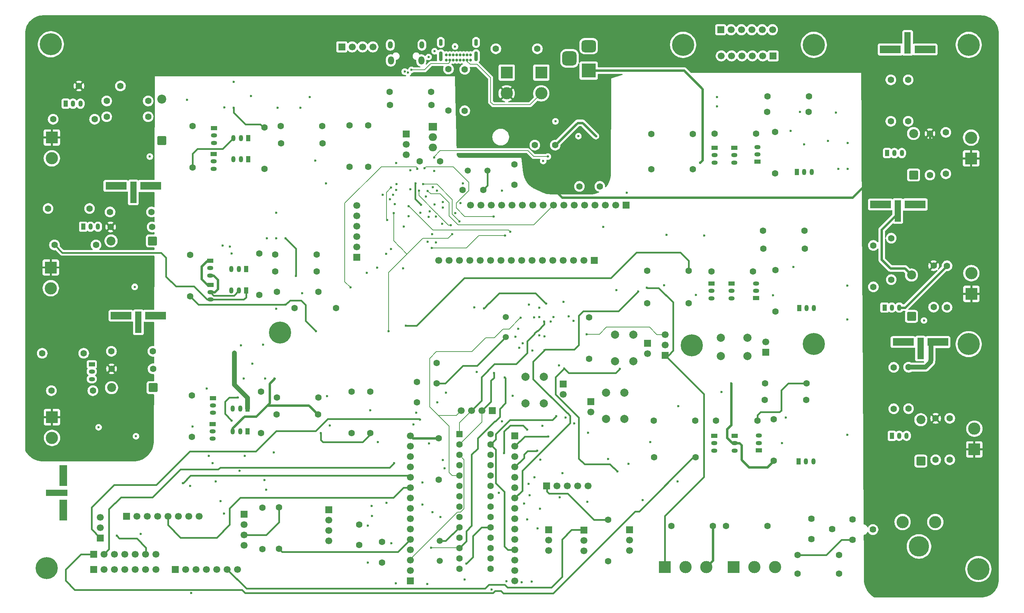
<source format=gbr>
%TF.GenerationSoftware,KiCad,Pcbnew,9.0.2*%
%TF.CreationDate,2025-09-27T17:56:53+01:00*%
%TF.ProjectId,ESP_IOBoard_V4,4553505f-494f-4426-9f61-72645f56342e,rev?*%
%TF.SameCoordinates,Original*%
%TF.FileFunction,Copper,L3,Inr*%
%TF.FilePolarity,Positive*%
%FSLAX46Y46*%
G04 Gerber Fmt 4.6, Leading zero omitted, Abs format (unit mm)*
G04 Created by KiCad (PCBNEW 9.0.2) date 2025-09-27 17:56:53*
%MOMM*%
%LPD*%
G01*
G04 APERTURE LIST*
G04 Aperture macros list*
%AMRoundRect*
0 Rectangle with rounded corners*
0 $1 Rounding radius*
0 $2 $3 $4 $5 $6 $7 $8 $9 X,Y pos of 4 corners*
0 Add a 4 corners polygon primitive as box body*
4,1,4,$2,$3,$4,$5,$6,$7,$8,$9,$2,$3,0*
0 Add four circle primitives for the rounded corners*
1,1,$1+$1,$2,$3*
1,1,$1+$1,$4,$5*
1,1,$1+$1,$6,$7*
1,1,$1+$1,$8,$9*
0 Add four rect primitives between the rounded corners*
20,1,$1+$1,$2,$3,$4,$5,0*
20,1,$1+$1,$4,$5,$6,$7,0*
20,1,$1+$1,$6,$7,$8,$9,0*
20,1,$1+$1,$8,$9,$2,$3,0*%
G04 Aperture macros list end*
%TA.AperFunction,ComponentPad*%
%ADD10C,1.600000*%
%TD*%
%TA.AperFunction,ComponentPad*%
%ADD11R,1.700000X1.700000*%
%TD*%
%TA.AperFunction,ComponentPad*%
%ADD12C,1.700000*%
%TD*%
%TA.AperFunction,ComponentPad*%
%ADD13R,3.000000X3.000000*%
%TD*%
%TA.AperFunction,ComponentPad*%
%ADD14C,3.000000*%
%TD*%
%TA.AperFunction,ComponentPad*%
%ADD15R,1.050000X1.500000*%
%TD*%
%TA.AperFunction,ComponentPad*%
%ADD16O,1.050000X1.500000*%
%TD*%
%TA.AperFunction,ComponentPad*%
%ADD17C,1.500000*%
%TD*%
%TA.AperFunction,ComponentPad*%
%ADD18RoundRect,0.249999X0.850001X0.850001X-0.850001X0.850001X-0.850001X-0.850001X0.850001X-0.850001X0*%
%TD*%
%TA.AperFunction,ComponentPad*%
%ADD19C,2.200000*%
%TD*%
%TA.AperFunction,ComponentPad*%
%ADD20R,1.500000X1.050000*%
%TD*%
%TA.AperFunction,ComponentPad*%
%ADD21O,1.500000X1.050000*%
%TD*%
%TA.AperFunction,ComponentPad*%
%ADD22C,2.000000*%
%TD*%
%TA.AperFunction,ComponentPad*%
%ADD23R,5.130800X1.981200*%
%TD*%
%TA.AperFunction,ComponentPad*%
%ADD24R,1.625600X5.267200*%
%TD*%
%TA.AperFunction,ComponentPad*%
%ADD25R,5.130800X1.866900*%
%TD*%
%TA.AperFunction,ComponentPad*%
%ADD26R,1.981200X5.130800*%
%TD*%
%TA.AperFunction,ComponentPad*%
%ADD27R,5.267200X1.625600*%
%TD*%
%TA.AperFunction,ComponentPad*%
%ADD28R,1.866900X5.130800*%
%TD*%
%TA.AperFunction,ComponentPad*%
%ADD29C,0.800000*%
%TD*%
%TA.AperFunction,ComponentPad*%
%ADD30C,5.400000*%
%TD*%
%TA.AperFunction,ComponentPad*%
%ADD31C,5.000000*%
%TD*%
%TA.AperFunction,ComponentPad*%
%ADD32RoundRect,0.249999X0.850001X-0.850001X0.850001X0.850001X-0.850001X0.850001X-0.850001X-0.850001X0*%
%TD*%
%TA.AperFunction,HeatsinkPad*%
%ADD33O,1.150000X1.800000*%
%TD*%
%TA.AperFunction,HeatsinkPad*%
%ADD34O,1.450000X2.000000*%
%TD*%
%TA.AperFunction,ComponentPad*%
%ADD35RoundRect,0.250000X-0.550000X-0.550000X0.550000X-0.550000X0.550000X0.550000X-0.550000X0.550000X0*%
%TD*%
%TA.AperFunction,ComponentPad*%
%ADD36C,1.620000*%
%TD*%
%TA.AperFunction,ComponentPad*%
%ADD37R,3.500000X3.500000*%
%TD*%
%TA.AperFunction,ComponentPad*%
%ADD38RoundRect,0.750000X-1.000000X0.750000X-1.000000X-0.750000X1.000000X-0.750000X1.000000X0.750000X0*%
%TD*%
%TA.AperFunction,ComponentPad*%
%ADD39RoundRect,0.875000X-0.875000X0.875000X-0.875000X-0.875000X0.875000X-0.875000X0.875000X0.875000X0*%
%TD*%
%TA.AperFunction,ComponentPad*%
%ADD40C,0.700000*%
%TD*%
%TA.AperFunction,ComponentPad*%
%ADD41O,0.900000X2.400000*%
%TD*%
%TA.AperFunction,ComponentPad*%
%ADD42O,0.900000X1.700000*%
%TD*%
%TA.AperFunction,ComponentPad*%
%ADD43R,2.000000X1.905000*%
%TD*%
%TA.AperFunction,ComponentPad*%
%ADD44O,2.000000X1.905000*%
%TD*%
%TA.AperFunction,ViaPad*%
%ADD45C,0.600000*%
%TD*%
%TA.AperFunction,Conductor*%
%ADD46C,0.400000*%
%TD*%
%TA.AperFunction,Conductor*%
%ADD47C,0.600000*%
%TD*%
%TA.AperFunction,Conductor*%
%ADD48C,0.200000*%
%TD*%
%TA.AperFunction,Conductor*%
%ADD49C,1.200000*%
%TD*%
G04 APERTURE END LIST*
D10*
X43611800Y-65963800D03*
X53771800Y-65963800D03*
X176124000Y-55505275D03*
X186284000Y-55505275D03*
X126492000Y-41097200D03*
X126492000Y-30937200D03*
D11*
X41198800Y-145876800D03*
D12*
X41198800Y-143336800D03*
X41198800Y-140796800D03*
D10*
X54102000Y-100126800D03*
X43942000Y-100126800D03*
X95605600Y-49149000D03*
X85445600Y-49149000D03*
D13*
X29093200Y-79584600D03*
D14*
X29093200Y-84664600D03*
D10*
X249257200Y-126711800D03*
X249257200Y-116551800D03*
D11*
X170815000Y-143865300D03*
D12*
X170815000Y-146405300D03*
X170815000Y-148945300D03*
D15*
X233273600Y-89408000D03*
D16*
X235051600Y-89408000D03*
X236880400Y-89408000D03*
D17*
X140538200Y-91768600D03*
X140538200Y-96648600D03*
D11*
X150977600Y-143865300D03*
D12*
X150977600Y-146405300D03*
X150977600Y-148945300D03*
D18*
X54001800Y-73063200D03*
D19*
X43841800Y-73063200D03*
D20*
X69024500Y-45415200D03*
D21*
X69024500Y-47193200D03*
X69024500Y-49022000D03*
D10*
X194437000Y-142976600D03*
X204597000Y-142976600D03*
X214124400Y-112056000D03*
X203964400Y-112056000D03*
D22*
X165032120Y-116732551D03*
X165032120Y-110232551D03*
X169532120Y-116732551D03*
X169532120Y-110232551D03*
D10*
X204546600Y-41459075D03*
X214706600Y-41459075D03*
D20*
X191668400Y-50266600D03*
D21*
X191668400Y-52044600D03*
X191668400Y-53873400D03*
D23*
X240766600Y-64135000D03*
D24*
X236524800Y-65743200D03*
D25*
X232283000Y-64128650D03*
D10*
X80572000Y-109982000D03*
X80572000Y-120142000D03*
X81381600Y-55401800D03*
X81381600Y-45241800D03*
D11*
X97155000Y-138938000D03*
D12*
X97155000Y-141478000D03*
X97155000Y-144018000D03*
X97155000Y-146558000D03*
D10*
X244398800Y-46761400D03*
X244398800Y-56921400D03*
X206148800Y-126965800D03*
X206148800Y-116805800D03*
X102260400Y-54910400D03*
X102260400Y-44750400D03*
D20*
X202163000Y-53670200D03*
D21*
X202163000Y-51892200D03*
X202163000Y-50063400D03*
D23*
X246329200Y-97866200D03*
D24*
X242087400Y-99474400D03*
D25*
X237845600Y-97859850D03*
D10*
X212013800Y-150062900D03*
X222173800Y-150062900D03*
X158561400Y-59690000D03*
X163561400Y-59690000D03*
X239166400Y-104038400D03*
X239166400Y-114198400D03*
X29235400Y-109778800D03*
X39395400Y-109778800D03*
D22*
X193193752Y-96782033D03*
X199693752Y-96782033D03*
X193193752Y-101282033D03*
X199693752Y-101282033D03*
D15*
X32740600Y-39425200D03*
D16*
X34518600Y-39425200D03*
X36347400Y-39425200D03*
D10*
X80873600Y-138455400D03*
X80873600Y-148615400D03*
D11*
X76403200Y-140060200D03*
D12*
X76403200Y-142600200D03*
X76403200Y-145140200D03*
X76403200Y-147680200D03*
D10*
X84027600Y-76411000D03*
X94187600Y-76411000D03*
X94648800Y-111479800D03*
X84488800Y-111479800D03*
D20*
X68169200Y-77952600D03*
D21*
X68169200Y-79730600D03*
X68169200Y-81559400D03*
D10*
X130479800Y-41148000D03*
X130479800Y-30988000D03*
X160934400Y-102006400D03*
X160934400Y-91846400D03*
X63219200Y-76504800D03*
X63219200Y-86664800D03*
D13*
X254482600Y-52832000D03*
D14*
X254482600Y-47752000D03*
D26*
X32181800Y-139090400D03*
D27*
X30573600Y-134848600D03*
D28*
X32188150Y-130606800D03*
D10*
X191973200Y-117119400D03*
X202133200Y-117119400D03*
X107340400Y-120190800D03*
X107340400Y-110030800D03*
D13*
X29345800Y-47733000D03*
D14*
X29345800Y-52813000D03*
D13*
X255277000Y-124171800D03*
D14*
X255277000Y-119091800D03*
D11*
X175219400Y-98189800D03*
D12*
X175219400Y-100729800D03*
D10*
X80162400Y-76149200D03*
X80162400Y-86309200D03*
X181051200Y-142976600D03*
X191211200Y-142976600D03*
D13*
X29387800Y-116281200D03*
D14*
X29387800Y-121361200D03*
D10*
X84378800Y-115646200D03*
X94538800Y-115646200D03*
D29*
X254235600Y-153510600D03*
X254828709Y-152078709D03*
X254828709Y-154942491D03*
X256260600Y-151485600D03*
D30*
X256260600Y-153510600D03*
D29*
X256260600Y-155535600D03*
X257692491Y-152078709D03*
X257692491Y-154942491D03*
X258285600Y-153510600D03*
D11*
X205994000Y-27711400D03*
D12*
X203454000Y-27711400D03*
X200914000Y-27711400D03*
X198374000Y-27711400D03*
X195834000Y-27711400D03*
X193294000Y-27711400D03*
D10*
X110185200Y-146888200D03*
X110185200Y-151888200D03*
D15*
X37034600Y-69583400D03*
D16*
X38812600Y-69583400D03*
X40641400Y-69583400D03*
D20*
X196469000Y-50241200D03*
D21*
X196469000Y-52019200D03*
X196469000Y-53848000D03*
D13*
X254549200Y-86051400D03*
D14*
X254549200Y-80971400D03*
D11*
X170002200Y-64287400D03*
D12*
X167462200Y-64287400D03*
X164922200Y-64287400D03*
X162382200Y-64287400D03*
X159842200Y-64287400D03*
X157302200Y-64287400D03*
X154762200Y-64287400D03*
X152222200Y-64287400D03*
X149682200Y-64287400D03*
X147142200Y-64287400D03*
X144602200Y-64287400D03*
X142062200Y-64287400D03*
X139522200Y-64287400D03*
X136982200Y-64287400D03*
X134442200Y-64287400D03*
X131902200Y-64287400D03*
D10*
X124405400Y-53517800D03*
X119405400Y-53517800D03*
D11*
X39598600Y-149864600D03*
D12*
X42138600Y-149864600D03*
X44678600Y-149864600D03*
X47218600Y-149864600D03*
X49758600Y-149864600D03*
X52298600Y-149864600D03*
X54838600Y-149864600D03*
D10*
X95580200Y-44881800D03*
X85420200Y-44881800D03*
D17*
X131191000Y-55803800D03*
X136071000Y-55803800D03*
D29*
X251863909Y-98374200D03*
X252457018Y-96942309D03*
X252457018Y-99806091D03*
X253888909Y-96349200D03*
D30*
X253888909Y-98374200D03*
D29*
X253888909Y-100399200D03*
X255320800Y-96942309D03*
X255320800Y-99806091D03*
X255913909Y-98374200D03*
D10*
X42773600Y-38766800D03*
X52933600Y-38766800D03*
D29*
X83192000Y-95554800D03*
X83785109Y-94122909D03*
X83785109Y-96986691D03*
X85217000Y-93529800D03*
D30*
X85217000Y-95554800D03*
D29*
X85217000Y-97579800D03*
X86648891Y-94122909D03*
X86648891Y-96986691D03*
X87242000Y-95554800D03*
D10*
X176860200Y-126136400D03*
X187020200Y-126136400D03*
D11*
X204216152Y-100327433D03*
D12*
X204216152Y-97787433D03*
D10*
X39827200Y-43230800D03*
X29667200Y-43230800D03*
D29*
X251863909Y-24993600D03*
X252457018Y-23561709D03*
X252457018Y-26425491D03*
X253888909Y-22968600D03*
D30*
X253888909Y-24993600D03*
D29*
X253888909Y-27018600D03*
X255320800Y-23561709D03*
X255320800Y-26425491D03*
X255913909Y-24993600D03*
D10*
X191638600Y-46786800D03*
X201798600Y-46786800D03*
D13*
X179451000Y-153009600D03*
D14*
X184531000Y-153009600D03*
X189611000Y-153009600D03*
D11*
X59588400Y-153598400D03*
D12*
X62128400Y-153598400D03*
X64668400Y-153598400D03*
X67208400Y-153598400D03*
X69748400Y-153598400D03*
X72288400Y-153598400D03*
X74828400Y-153598400D03*
D14*
X245706400Y-141984700D03*
X237706400Y-141984700D03*
D31*
X241706400Y-147984700D03*
D22*
X171754800Y-96037400D03*
X171754800Y-102537400D03*
X167254800Y-96037400D03*
X167254800Y-102537400D03*
D29*
X184004600Y-98704400D03*
X184597709Y-97272509D03*
X184597709Y-100136291D03*
X186029600Y-96679400D03*
D30*
X186029600Y-98704400D03*
D29*
X186029600Y-100729400D03*
X187461491Y-97272509D03*
X187461491Y-100136291D03*
X188054600Y-98704400D03*
D10*
X112090200Y-36525200D03*
X122250200Y-36525200D03*
D29*
X213925800Y-98374200D03*
X214518909Y-96942309D03*
X214518909Y-99806091D03*
X215950800Y-96349200D03*
D30*
X215950800Y-98374200D03*
D29*
X215950800Y-100399200D03*
X217382691Y-96942309D03*
X217382691Y-99806091D03*
X217975800Y-98374200D03*
D13*
X140741400Y-31800800D03*
D14*
X140741400Y-36880800D03*
D10*
X203613000Y-74947200D03*
X213773000Y-74947200D03*
D11*
X104013000Y-77063600D03*
D12*
X104013000Y-74523600D03*
X104013000Y-71983600D03*
X104013000Y-69443600D03*
X104013000Y-66903600D03*
X104013000Y-64363600D03*
D10*
X213671400Y-70553000D03*
X203511400Y-70553000D03*
X142595600Y-59283600D03*
X142595600Y-54283600D03*
D32*
X242170600Y-127067400D03*
D19*
X242170600Y-116907400D03*
D20*
X68783200Y-111607600D03*
D21*
X68783200Y-113385600D03*
X68783200Y-115214400D03*
D33*
X119983400Y-25017800D03*
D34*
X119833400Y-28817800D03*
X112383400Y-28817800D03*
D33*
X112233400Y-25017800D03*
D10*
X29998800Y-74053800D03*
X40158800Y-74053800D03*
D20*
X68173600Y-83845400D03*
D21*
X68173600Y-85623400D03*
X68173600Y-87452200D03*
D10*
X235541200Y-114215000D03*
X235541200Y-104055000D03*
X206502000Y-46362200D03*
X206502000Y-56522200D03*
X84988400Y-138413800D03*
X84988400Y-148573800D03*
D11*
X47599600Y-140568200D03*
D12*
X50139600Y-140568200D03*
X52679600Y-140568200D03*
X55219600Y-140568200D03*
X57759600Y-140568200D03*
X60299600Y-140568200D03*
X62839600Y-140568200D03*
X65379600Y-140568200D03*
D35*
X129159000Y-120426000D03*
D10*
X129159000Y-122966000D03*
X129159000Y-125506000D03*
X129159000Y-128046000D03*
X129159000Y-130586000D03*
X129159000Y-133126000D03*
X129159000Y-135666000D03*
X129159000Y-138206000D03*
X129159000Y-140746000D03*
X129159000Y-143286000D03*
X129159000Y-145826000D03*
X129159000Y-148366000D03*
X129159000Y-150906000D03*
X129159000Y-153446000D03*
X136779000Y-153446000D03*
X136779000Y-150906000D03*
X136779000Y-148366000D03*
X136779000Y-145826000D03*
X136779000Y-143286000D03*
X136779000Y-140746000D03*
X136779000Y-138206000D03*
X136779000Y-135666000D03*
X136779000Y-133126000D03*
X136779000Y-130586000D03*
X136779000Y-128046000D03*
X136779000Y-125506000D03*
X136779000Y-122966000D03*
X136779000Y-120426000D03*
X176124000Y-46837600D03*
X186284000Y-46837600D03*
D20*
X196543200Y-120895200D03*
D21*
X196543200Y-122673200D03*
X196543200Y-124502000D03*
D10*
X138099800Y-25958800D03*
X148259800Y-25958800D03*
D15*
X77270000Y-119735600D03*
D16*
X75492000Y-119735600D03*
X73663200Y-119735600D03*
D32*
X240385600Y-56896000D03*
D19*
X240385600Y-46736000D03*
D36*
X215406600Y-146195600D03*
X220406600Y-143695600D03*
X215406600Y-141195600D03*
D11*
X117172600Y-156383200D03*
D12*
X117172600Y-153843200D03*
X117172600Y-151303200D03*
X117172600Y-148763200D03*
X117172600Y-146223200D03*
X117172600Y-143683200D03*
X117172600Y-141143200D03*
X117172600Y-138603200D03*
X117172600Y-136063200D03*
X117172600Y-133523200D03*
X117172600Y-130983200D03*
X117172600Y-128443200D03*
X117172600Y-125903200D03*
X117172600Y-123363200D03*
X117172600Y-120823200D03*
D10*
X88798400Y-89535000D03*
X98958400Y-89535000D03*
D20*
X68761000Y-117957600D03*
D21*
X68761000Y-119735600D03*
X68761000Y-121564400D03*
D10*
X190892000Y-80586000D03*
X201052000Y-80586000D03*
X248285000Y-56616600D03*
X248285000Y-46456600D03*
D29*
X27065000Y-24866600D03*
X27658109Y-23434709D03*
X27658109Y-26298491D03*
X29090000Y-22841600D03*
D30*
X29090000Y-24866600D03*
D29*
X29090000Y-26891600D03*
X30521891Y-23434709D03*
X30521891Y-26298491D03*
X31115000Y-24866600D03*
D20*
X191615600Y-120895200D03*
D21*
X191615600Y-122673200D03*
X191615600Y-124502000D03*
D22*
X149849600Y-106401800D03*
X149849600Y-112901800D03*
X145349600Y-106401800D03*
X145349600Y-112901800D03*
D10*
X211963000Y-154660300D03*
X222123000Y-154660300D03*
D37*
X160832800Y-31318200D03*
D38*
X160832800Y-25318200D03*
D39*
X156132800Y-28318200D03*
D29*
X26023600Y-153263600D03*
X26616709Y-151831709D03*
X26616709Y-154695491D03*
X28048600Y-151238600D03*
D30*
X28048600Y-153263600D03*
D29*
X28048600Y-155288600D03*
X29480491Y-151831709D03*
X29480491Y-154695491D03*
X30073600Y-153263600D03*
D20*
X202491200Y-124400400D03*
D21*
X202491200Y-122622400D03*
X202491200Y-120793600D03*
D10*
X134975600Y-60553600D03*
X129975600Y-60553600D03*
X63628800Y-121081800D03*
X63628800Y-110921800D03*
D15*
X211836400Y-56195475D03*
D16*
X213614400Y-56195475D03*
X215443200Y-56195475D03*
D10*
X175144000Y-88383800D03*
X185304000Y-88383800D03*
X104648000Y-142646400D03*
X104648000Y-147646400D03*
D15*
X76911200Y-85242400D03*
D16*
X75133200Y-85242400D03*
X73304400Y-85242400D03*
D10*
X35991800Y-35077400D03*
X46151800Y-35077400D03*
X84023200Y-80568800D03*
X94183200Y-80568800D03*
D15*
X235084000Y-120844400D03*
D16*
X236862000Y-120844400D03*
X238690800Y-120844400D03*
D11*
X161338120Y-112435751D03*
D12*
X161338120Y-114975751D03*
D15*
X77419200Y-53005400D03*
D16*
X75641200Y-53005400D03*
X73812400Y-53005400D03*
D29*
X181917400Y-24993600D03*
X182510509Y-23561709D03*
X182510509Y-26425491D03*
X183942400Y-22968600D03*
D30*
X183942400Y-24993600D03*
D29*
X183942400Y-27018600D03*
X185374291Y-23561709D03*
X185374291Y-26425491D03*
X185967400Y-24993600D03*
D23*
X53543200Y-59588400D03*
D24*
X49301400Y-61196600D03*
D25*
X45059600Y-59582050D03*
D15*
X212242400Y-127152400D03*
D16*
X214020400Y-127152400D03*
X215849200Y-127152400D03*
D15*
X233908600Y-51536600D03*
D16*
X235686600Y-51536600D03*
X237515400Y-51536600D03*
D11*
X193141600Y-21285200D03*
D12*
X195681600Y-21285200D03*
X198221600Y-21285200D03*
X200761600Y-21285200D03*
X203301600Y-21285200D03*
X205841600Y-21285200D03*
D32*
X239877600Y-91592400D03*
D19*
X239877600Y-81432400D03*
D10*
X230555800Y-84328000D03*
X230555800Y-74168000D03*
X102743000Y-110030800D03*
X102743000Y-120190800D03*
X239064800Y-43738800D03*
X239064800Y-33578800D03*
X214732000Y-37598275D03*
X204572000Y-37598275D03*
X84446200Y-85572600D03*
X94606200Y-85572600D03*
D20*
X39137000Y-103327200D03*
D21*
X39137000Y-105105200D03*
X39137000Y-106934000D03*
D11*
X116179200Y-46852600D03*
D12*
X116179200Y-49392600D03*
X116179200Y-51932600D03*
D10*
X175144000Y-80357400D03*
X185304000Y-80357400D03*
X43738800Y-69646800D03*
X53898800Y-69646800D03*
D11*
X162153600Y-77825600D03*
D12*
X159613600Y-77825600D03*
X157073600Y-77825600D03*
X154533600Y-77825600D03*
X151993600Y-77825600D03*
X149453600Y-77825600D03*
X146913600Y-77825600D03*
X144373600Y-77825600D03*
X141833600Y-77825600D03*
X139293600Y-77825600D03*
X136753600Y-77825600D03*
X134213600Y-77825600D03*
X131673600Y-77825600D03*
X129133600Y-77825600D03*
X126593600Y-77825600D03*
X124053600Y-77825600D03*
D10*
X152639400Y-49580800D03*
X147639400Y-49580800D03*
D11*
X137185400Y-114706400D03*
D12*
X134645400Y-114706400D03*
X132105400Y-114706400D03*
X129565400Y-114706400D03*
D15*
X76911200Y-79980200D03*
D16*
X75133200Y-79980200D03*
X73304400Y-79980200D03*
D10*
X112141000Y-39776400D03*
X122301000Y-39776400D03*
X176735600Y-117137400D03*
X186895600Y-117137400D03*
D11*
X179552600Y-101092000D03*
D12*
X179552600Y-98552000D03*
X179552600Y-96012000D03*
D32*
X56286400Y-48495000D03*
D19*
X56286400Y-38335000D03*
D11*
X154609600Y-108198600D03*
D12*
X154609600Y-110738600D03*
D20*
X190913000Y-83532400D03*
D21*
X190913000Y-85310400D03*
X190913000Y-87139200D03*
D10*
X245303600Y-79142600D03*
X245303600Y-89302600D03*
X165608000Y-151612600D03*
X165608000Y-141452600D03*
D23*
X234696000Y-26136600D03*
D24*
X238937800Y-24528400D03*
D25*
X243179600Y-26142950D03*
D10*
X234823000Y-33578800D03*
X234823000Y-43738800D03*
X43967400Y-104419400D03*
X54127400Y-104419400D03*
D11*
X150520400Y-133172200D03*
D12*
X153060400Y-133172200D03*
X155600400Y-133172200D03*
X158140400Y-133172200D03*
X160680400Y-133172200D03*
D20*
X201788600Y-87088400D03*
D21*
X201788600Y-85310400D03*
X201788600Y-83481600D03*
D13*
X149225000Y-31800800D03*
D14*
X149225000Y-36880800D03*
D10*
X203989800Y-107966600D03*
X214149800Y-107966600D03*
D20*
X195840600Y-83532400D03*
D21*
X195840600Y-85310400D03*
X195840600Y-87139200D03*
D11*
X100355400Y-25501600D03*
D12*
X102895400Y-25501600D03*
X105435400Y-25501600D03*
X107975400Y-25501600D03*
D17*
X124333000Y-146637200D03*
X124333000Y-151517200D03*
D10*
X106857800Y-54910400D03*
X106857800Y-44750400D03*
D40*
X131902200Y-28778200D03*
X131052200Y-28778200D03*
X130202200Y-28778200D03*
X129352200Y-28778200D03*
X128502200Y-28778200D03*
X127652200Y-28778200D03*
X126802200Y-28778200D03*
X125952200Y-28778200D03*
X125952200Y-27428200D03*
X126802200Y-27428200D03*
X127652200Y-27428200D03*
X128502200Y-27428200D03*
X129352200Y-27428200D03*
X130202200Y-27428200D03*
X131052200Y-27428200D03*
X131902200Y-27428200D03*
D41*
X133252200Y-27798200D03*
D42*
X133252200Y-24418200D03*
D41*
X124602200Y-27798200D03*
D42*
X124602200Y-24418200D03*
D10*
X124053600Y-131572000D03*
X124053600Y-121412000D03*
D18*
X54127400Y-109042200D03*
D19*
X43967400Y-109042200D03*
D20*
X68973700Y-51790600D03*
D21*
X68973700Y-53568600D03*
X68973700Y-55397400D03*
D10*
X206552800Y-80213200D03*
X206552800Y-90373200D03*
D15*
X77270000Y-114194000D03*
D16*
X75492000Y-114194000D03*
X73663200Y-114194000D03*
D11*
X142722600Y-120883200D03*
D12*
X142722600Y-123423200D03*
X142722600Y-125963200D03*
X142722600Y-128503200D03*
X142722600Y-131043200D03*
X142722600Y-133583200D03*
X142722600Y-136123200D03*
X142722600Y-138663200D03*
X142722600Y-141203200D03*
X142722600Y-143743200D03*
X142722600Y-146283200D03*
X142722600Y-148823200D03*
X142722600Y-151363200D03*
X142722600Y-153903200D03*
X142722600Y-156443200D03*
D10*
X118770400Y-107619800D03*
X118770400Y-112619800D03*
D36*
X225439600Y-146339900D03*
X230439600Y-143839900D03*
X225439600Y-141339900D03*
D10*
X52933600Y-42621200D03*
X42773600Y-42621200D03*
X245802800Y-116577200D03*
X245802800Y-126737200D03*
X63779400Y-44907200D03*
X63779400Y-55067200D03*
D11*
X39573200Y-153623800D03*
D12*
X42113200Y-153623800D03*
X44653200Y-153623800D03*
X47193200Y-153623800D03*
X49733200Y-153623800D03*
X52273200Y-153623800D03*
X54813200Y-153623800D03*
D11*
X159613600Y-143967200D03*
D12*
X159613600Y-146507200D03*
X159613600Y-149047200D03*
D10*
X38582600Y-65125600D03*
X28422600Y-65125600D03*
X248580200Y-89328000D03*
X248580200Y-79168000D03*
D43*
X122621400Y-45059600D03*
D44*
X122621400Y-47599600D03*
X122621400Y-50139600D03*
D23*
X54787800Y-91414600D03*
D24*
X50546000Y-93022800D03*
D25*
X46304200Y-91408250D03*
D29*
X213925800Y-24993600D03*
X214518909Y-23561709D03*
X214518909Y-26425491D03*
X215950800Y-22968600D03*
D30*
X215950800Y-24993600D03*
D29*
X215950800Y-27018600D03*
X217382691Y-23561709D03*
X217382691Y-26425491D03*
X217975800Y-24993600D03*
D15*
X77419200Y-47874600D03*
D16*
X75641200Y-47874600D03*
X73812400Y-47874600D03*
D10*
X27000200Y-100609400D03*
X37160200Y-100609400D03*
D15*
X212376000Y-89531200D03*
D16*
X214154000Y-89531200D03*
X215982800Y-89531200D03*
D10*
X234924600Y-72390000D03*
X234924600Y-82550000D03*
D13*
X196291200Y-153009600D03*
D14*
X201371200Y-153009600D03*
X206451200Y-153009600D03*
D10*
X123571000Y-107960800D03*
X123571000Y-102960800D03*
D45*
X123088400Y-26568400D03*
X150901400Y-121005600D03*
X121627900Y-27978100D03*
X143535400Y-94589600D03*
X175073300Y-84521600D03*
X174028100Y-136563100D03*
X119735600Y-64222400D03*
X118389400Y-59004200D03*
X121869200Y-65836800D03*
X74015600Y-100532800D03*
X84302600Y-72441200D03*
X84302600Y-66141200D03*
X74015600Y-106832800D03*
X107670600Y-138023600D03*
X117158000Y-55753000D03*
X117119400Y-60375800D03*
X158304800Y-47371000D03*
X157302200Y-117779800D03*
X109220000Y-122402600D03*
X160299400Y-95935800D03*
X125069600Y-64871600D03*
X149504400Y-118364000D03*
X123659000Y-60731400D03*
X132791200Y-89357200D03*
X124908000Y-68834000D03*
X116763800Y-67005200D03*
X224194200Y-120603100D03*
X117434400Y-31115000D03*
X96469200Y-58928000D03*
X224256600Y-55397800D03*
X73917217Y-34061000D03*
X63808000Y-118592600D03*
X224256600Y-49097800D03*
X81076800Y-98475800D03*
X224205800Y-92329000D03*
X83896200Y-106833200D03*
X219405200Y-48590200D03*
X212531000Y-41459075D03*
X162596600Y-47371000D03*
X224212400Y-83989600D03*
X72974200Y-74472800D03*
X188061600Y-53924200D03*
X73917217Y-40411400D03*
X152694600Y-43738800D03*
X187045600Y-86334600D03*
X242938200Y-92579200D03*
X130479800Y-156083000D03*
X118592600Y-115214400D03*
X125145800Y-126822200D03*
X137669454Y-105449252D03*
X112471200Y-147218400D03*
X111302800Y-137261600D03*
X148736200Y-91694000D03*
X148736200Y-89446800D03*
X61442600Y-132435600D03*
X63220600Y-133128600D03*
X68757800Y-127533400D03*
X146151600Y-88655400D03*
X70637400Y-136855200D03*
X182626000Y-132046800D03*
X125831600Y-110236000D03*
X147438661Y-91800941D03*
X170611800Y-127711200D03*
X148234400Y-124485400D03*
X151511000Y-92854600D03*
X152859400Y-116027200D03*
X140081000Y-125095000D03*
X152236200Y-91724236D03*
X160477200Y-137033000D03*
X145796000Y-119329200D03*
X144386300Y-156756100D03*
X144983200Y-137414000D03*
X145778400Y-141351000D03*
X157073600Y-92633800D03*
X146888200Y-156616400D03*
X148920200Y-138684000D03*
X148316800Y-143510000D03*
X150390400Y-88442800D03*
X135149601Y-89589599D03*
X49651000Y-84330000D03*
X49945600Y-120950400D03*
X150022182Y-96469200D03*
X167843200Y-129616200D03*
X179857400Y-71577200D03*
X140713509Y-156521203D03*
X137083800Y-158496000D03*
X168452800Y-104419400D03*
X63474600Y-159410400D03*
X150021182Y-99857782D03*
X172923200Y-85496400D03*
X53340000Y-52374800D03*
X146126200Y-132638800D03*
X182727600Y-113556200D03*
X130888000Y-152195000D03*
X138849100Y-134810500D03*
X154432000Y-130005000D03*
X117881400Y-118033800D03*
X147574000Y-131043200D03*
X81407000Y-131724400D03*
X122529600Y-139573000D03*
X83667600Y-124942600D03*
X121691400Y-122758200D03*
X148691600Y-96189800D03*
X69456300Y-132016500D03*
X93903800Y-53365400D03*
X75311000Y-129438400D03*
X90627200Y-85902800D03*
X32385000Y-79171800D03*
X251866400Y-52806600D03*
X147142200Y-59105800D03*
X106705400Y-142900400D03*
X106705400Y-151942800D03*
X86608500Y-88723300D03*
X94056200Y-95224600D03*
X81864200Y-134086600D03*
X96748600Y-111150400D03*
X167640000Y-85115400D03*
X71488300Y-139915900D03*
X86602600Y-72441200D03*
X89154000Y-81686400D03*
X51096000Y-144899200D03*
X113182400Y-127533400D03*
X116027200Y-93878400D03*
X84670468Y-40437200D03*
X45237400Y-145338800D03*
X67767200Y-125755400D03*
X76581000Y-125755400D03*
X76315600Y-106832800D03*
X107289600Y-114604800D03*
X74863200Y-111455200D03*
X73380600Y-117119400D03*
X113588800Y-156972000D03*
X121259600Y-157192800D03*
X125571400Y-128828800D03*
X133375400Y-105232200D03*
X124510800Y-140792200D03*
X143791445Y-99306448D03*
X144136848Y-91886792D03*
X154696532Y-88038797D03*
X160629600Y-120091200D03*
X155956000Y-91592400D03*
X139547600Y-117264000D03*
X155188500Y-116375885D03*
X149922179Y-92854600D03*
X221411800Y-41636875D03*
X221956600Y-55397800D03*
X210312000Y-46105375D03*
X189077600Y-71780400D03*
X209092800Y-116382800D03*
X208153000Y-122605800D03*
X75641200Y-98653600D03*
X81596200Y-106833200D03*
X78486000Y-103174800D03*
X82002600Y-72441200D03*
X71170800Y-74193400D03*
X142240000Y-111074200D03*
X153720800Y-135933000D03*
X146354800Y-135382000D03*
X147040600Y-99974400D03*
X123748800Y-112649000D03*
X153517600Y-103606600D03*
X119507000Y-116916200D03*
X120091200Y-137668000D03*
X122232000Y-148259800D03*
X120116600Y-132257800D03*
X144679400Y-98145600D03*
X140259600Y-106528600D03*
X129400300Y-63792100D03*
X113309400Y-64033400D03*
X112166400Y-62865000D03*
X175944223Y-122421800D03*
X179273200Y-83921600D03*
X97431259Y-118306730D03*
X95250000Y-120167400D03*
X84333500Y-89673300D03*
X71617217Y-40361000D03*
X78130400Y-37515800D03*
X92518900Y-37795200D03*
X192252600Y-37787475D03*
X195707000Y-107950000D03*
X62433200Y-38506400D03*
X115544600Y-69519800D03*
X113055400Y-66217800D03*
X127376300Y-71445500D03*
X111836200Y-95199200D03*
X107721400Y-140512800D03*
X142862296Y-96589409D03*
X139623800Y-60756800D03*
X113776083Y-59165300D03*
X108991400Y-79603600D03*
X122986800Y-52578000D03*
X150825200Y-52374800D03*
X123012200Y-55919600D03*
X121386600Y-73253600D03*
X129159000Y-68300600D03*
X120243600Y-59156600D03*
X112420400Y-75082400D03*
X113652300Y-60566300D03*
X122458000Y-71424800D03*
X123088400Y-64161000D03*
X170129200Y-61290200D03*
X122682000Y-59867800D03*
X149682200Y-53467000D03*
X121615200Y-67157600D03*
X113690400Y-53949600D03*
X106476800Y-80924400D03*
X119634000Y-66141600D03*
X118857000Y-55417589D03*
X102489000Y-84455000D03*
X122377200Y-74777600D03*
X140385800Y-71729600D03*
X120624600Y-55219600D03*
X137541000Y-67081400D03*
X141605000Y-70840600D03*
X116713000Y-64579800D03*
X127025400Y-69189600D03*
X119227600Y-60756800D03*
X121425082Y-60794518D03*
X110370368Y-61747400D03*
X112928400Y-61747400D03*
X111201200Y-76200000D03*
X123418600Y-73456800D03*
X120980200Y-62204600D03*
X129997200Y-58952400D03*
X115341400Y-79781400D03*
X112420400Y-60020200D03*
X111494800Y-67945000D03*
X40795600Y-118745000D03*
X193395200Y-110121100D03*
X192252600Y-40087475D03*
X205943200Y-86410800D03*
X67284600Y-109296200D03*
X73355200Y-76123800D03*
X213563200Y-49428400D03*
X90218900Y-40411800D03*
X128131800Y-66217800D03*
X164363400Y-69621400D03*
X123431300Y-67119500D03*
X116586000Y-31826200D03*
X128092200Y-25400000D03*
X115773200Y-31546800D03*
X125120400Y-63525400D03*
X154813000Y-104368600D03*
X148971000Y-126669800D03*
X165582600Y-126542800D03*
X211004000Y-79479200D03*
D46*
X145140200Y-121005600D02*
X150901400Y-121005600D01*
X142722600Y-123423200D02*
X145140200Y-121005600D01*
X156295000Y-117720200D02*
X144564800Y-129450400D01*
X156295000Y-115926750D02*
X156295000Y-117720200D01*
X144564800Y-129450400D02*
X144564800Y-134281000D01*
X144564800Y-134281000D02*
X142722600Y-136123200D01*
X155650050Y-115281800D02*
X156295000Y-115926750D01*
X155565573Y-115281800D02*
X155650050Y-115281800D01*
X147298666Y-107014893D02*
X155565573Y-115281800D01*
X141579600Y-118287800D02*
X140081000Y-119786400D01*
X140081000Y-119786400D02*
X140081000Y-125095000D01*
X144754600Y-118287800D02*
X141579600Y-118287800D01*
X145796000Y-119329200D02*
X144754600Y-118287800D01*
X71217200Y-50469800D02*
X65024000Y-50469800D01*
X65024000Y-50469800D02*
X63779400Y-51714400D01*
X73812400Y-47874600D02*
X71217200Y-50469800D01*
X63779400Y-51714400D02*
X63779400Y-55067200D01*
X177952400Y-84582000D02*
X175133700Y-84582000D01*
X181483000Y-88112600D02*
X177952400Y-84582000D01*
X181483000Y-99974400D02*
X181483000Y-88112600D01*
X175133700Y-84582000D02*
X175073300Y-84521600D01*
X180365400Y-101092000D02*
X181483000Y-99974400D01*
X179552600Y-101092000D02*
X180365400Y-101092000D01*
X189052200Y-130911600D02*
X189052200Y-110591600D01*
X189052200Y-110591600D02*
X179552600Y-101092000D01*
X179451000Y-140512800D02*
X189052200Y-130911600D01*
X179451000Y-153009600D02*
X179451000Y-140512800D01*
X148037972Y-124561600D02*
X148087628Y-124511944D01*
X145846800Y-124561600D02*
X148037972Y-124561600D01*
X148087628Y-124511944D02*
X148087628Y-124485400D01*
X144983200Y-125425200D02*
X145846800Y-124561600D01*
X144983200Y-126242600D02*
X144983200Y-125425200D01*
X142722600Y-128503200D02*
X144983200Y-126242600D01*
X137735400Y-103276400D02*
X134560707Y-106451093D01*
X143060600Y-103276400D02*
X137735400Y-103276400D01*
X125693800Y-107960800D02*
X123571000Y-107960800D01*
X129997200Y-103657400D02*
X125693800Y-107960800D01*
X133529400Y-103657400D02*
X129997200Y-103657400D01*
X140538200Y-96648600D02*
X133529400Y-103657400D01*
X155905200Y-105460800D02*
X167411400Y-105460800D01*
X167411400Y-105460800D02*
X168452800Y-104419400D01*
X154813000Y-104368600D02*
X155905200Y-105460800D01*
X134590000Y-143286000D02*
X136779000Y-143286000D01*
X132486400Y-145389600D02*
X134590000Y-143286000D01*
X132486400Y-150596600D02*
X132486400Y-145389600D01*
X130888000Y-152195000D02*
X132486400Y-150596600D01*
X39065200Y-143743200D02*
X41198800Y-145876800D01*
X39065200Y-138353800D02*
X39065200Y-143743200D01*
X44551600Y-132867400D02*
X39065200Y-138353800D01*
X54897050Y-132867400D02*
X44551600Y-132867400D01*
X63110050Y-124654400D02*
X54897050Y-132867400D01*
X93980000Y-119684800D02*
X84277200Y-119684800D01*
X84277200Y-119684800D02*
X79307600Y-124654400D01*
X96330259Y-117334541D02*
X93980000Y-119684800D01*
X79307600Y-124654400D02*
X63110050Y-124654400D01*
X185304000Y-77912800D02*
X185304000Y-80357400D01*
X183261000Y-75869800D02*
X185304000Y-77912800D01*
X172542200Y-75869800D02*
X183261000Y-75869800D01*
X166268400Y-82143600D02*
X172542200Y-75869800D01*
X130378200Y-82143600D02*
X166268400Y-82143600D01*
X118643400Y-93878400D02*
X130378200Y-82143600D01*
X116027200Y-93878400D02*
X118643400Y-93878400D01*
X112078400Y-128637400D02*
X113182400Y-127533400D01*
X60807600Y-129082800D02*
X70104000Y-129082800D01*
X53975000Y-135915400D02*
X60807600Y-129082800D01*
X70104000Y-129082800D02*
X70549400Y-128637400D01*
X70549400Y-128637400D02*
X112078400Y-128637400D01*
X43357800Y-138811000D02*
X46253400Y-135915400D01*
X43357800Y-148645400D02*
X43357800Y-138811000D01*
X42138600Y-149864600D02*
X43357800Y-148645400D01*
X46253400Y-135915400D02*
X53975000Y-135915400D01*
X52400200Y-148259800D02*
X52400200Y-149763000D01*
X45897800Y-145999200D02*
X50139600Y-145999200D01*
X50139600Y-145999200D02*
X52400200Y-148259800D01*
X45237400Y-145338800D02*
X45897800Y-145999200D01*
X81818000Y-145140200D02*
X76403200Y-145140200D01*
X81838800Y-145161000D02*
X81818000Y-145140200D01*
X84988400Y-142011400D02*
X81838800Y-145161000D01*
X84988400Y-138413800D02*
X84988400Y-142011400D01*
X150309507Y-88442800D02*
X150390400Y-88442800D01*
X136432200Y-88332400D02*
X138870600Y-85894000D01*
X136406800Y-88332400D02*
X136432200Y-88332400D01*
X138870600Y-85894000D02*
X147760707Y-85894000D01*
X135149601Y-89589599D02*
X136406800Y-88332400D01*
X147760707Y-85894000D02*
X150309507Y-88442800D01*
D47*
X66040000Y-79324200D02*
X66040000Y-82423000D01*
X66040000Y-82423000D02*
X67462400Y-83845400D01*
X67411600Y-77952600D02*
X66040000Y-79324200D01*
X67462400Y-83845400D02*
X68173600Y-83845400D01*
X68169200Y-77952600D02*
X67411600Y-77952600D01*
D46*
X96904392Y-116738400D02*
X96330259Y-117312533D01*
X119507000Y-116916200D02*
X119329200Y-116738400D01*
X119329200Y-116738400D02*
X96904392Y-116738400D01*
D48*
X129565400Y-114706400D02*
X128397000Y-115874800D01*
X124028200Y-115874800D02*
X126644400Y-118491000D01*
X128397000Y-115874800D02*
X124028200Y-115874800D01*
X123520200Y-100228400D02*
X121894600Y-101854000D01*
X135631013Y-96812800D02*
X132215413Y-100228400D01*
X137730800Y-96812800D02*
X135631013Y-96812800D01*
X132215413Y-100228400D02*
X123520200Y-100228400D01*
X139852400Y-94691200D02*
X137730800Y-96812800D01*
X141325600Y-94691200D02*
X139852400Y-94691200D01*
X144001536Y-92015264D02*
X141325600Y-94691200D01*
X144008376Y-92015264D02*
X144001536Y-92015264D01*
X144136848Y-91886792D02*
X144008376Y-92015264D01*
D46*
X166032000Y-127805000D02*
X167843200Y-129616200D01*
X158403200Y-116391600D02*
X158403200Y-126424600D01*
X152704800Y-110693200D02*
X158403200Y-116391600D01*
X158403200Y-126424600D02*
X159783600Y-127805000D01*
X152704800Y-106476800D02*
X152704800Y-110693200D01*
X154813000Y-104368600D02*
X152704800Y-106476800D01*
X159783600Y-127805000D02*
X166032000Y-127805000D01*
D49*
X244602000Y-102362000D02*
X244602000Y-102717600D01*
X244627400Y-102336600D02*
X244602000Y-102362000D01*
X243281200Y-104038400D02*
X239166400Y-104038400D01*
X244627400Y-97840800D02*
X244627400Y-102336600D01*
X244602000Y-102717600D02*
X243281200Y-104038400D01*
D47*
X154305000Y-62407800D02*
X151003000Y-59105800D01*
X239979200Y-54381400D02*
X233451400Y-54381400D01*
X225425000Y-62407800D02*
X154305000Y-62407800D01*
X244398800Y-49961800D02*
X239979200Y-54381400D01*
X233451400Y-54381400D02*
X225425000Y-62407800D01*
X151003000Y-59105800D02*
X147142200Y-59105800D01*
X244398800Y-46761400D02*
X244398800Y-49961800D01*
X184200800Y-31318200D02*
X160832800Y-31318200D01*
X188696600Y-35814000D02*
X184200800Y-31318200D01*
X188696600Y-53289200D02*
X188696600Y-35814000D01*
X188061600Y-53924200D02*
X188696600Y-53289200D01*
D48*
X137439400Y-39674800D02*
X146431000Y-39674800D01*
X146431000Y-39674800D02*
X149225000Y-36880800D01*
X136804400Y-39039800D02*
X137439400Y-39674800D01*
X133527800Y-29794200D02*
X136804400Y-33070800D01*
X131775200Y-29794200D02*
X133527800Y-29794200D01*
X131052200Y-28778200D02*
X131052200Y-29071200D01*
X131052200Y-29071200D02*
X131775200Y-29794200D01*
X136804400Y-33070800D02*
X136804400Y-39039800D01*
D46*
X150571200Y-134467600D02*
X150571200Y-133223000D01*
X155651200Y-135001000D02*
X151104600Y-135001000D01*
X162102800Y-141452600D02*
X155651200Y-135001000D01*
X151104600Y-135001000D02*
X150571200Y-134467600D01*
X165608000Y-141452600D02*
X162102800Y-141452600D01*
X173202600Y-139369800D02*
X186436000Y-126136400D01*
X152112951Y-159461200D02*
X172204351Y-139369800D01*
X139910400Y-159461200D02*
X152112951Y-159461200D01*
X139363400Y-158914200D02*
X139910400Y-159461200D01*
X137869614Y-158914200D02*
X139363400Y-158914200D01*
X76657786Y-159383414D02*
X137400400Y-159383414D01*
X75883772Y-158609400D02*
X76657786Y-159383414D01*
X137400400Y-159383414D02*
X137869614Y-158914200D01*
X32715200Y-156362400D02*
X34962200Y-158609400D01*
X172204351Y-139369800D02*
X173202600Y-139369800D01*
X32715200Y-153593800D02*
X32715200Y-156362400D01*
X36444400Y-149864600D02*
X32715200Y-153593800D01*
X34962200Y-158609400D02*
X75883772Y-158609400D01*
X39598600Y-149864600D02*
X36444400Y-149864600D01*
D48*
X120224972Y-72415400D02*
X116348086Y-76292286D01*
X126406400Y-72415400D02*
X120224972Y-72415400D01*
X127376300Y-71445500D02*
X126406400Y-72415400D01*
X130835400Y-74777600D02*
X122377200Y-74777600D01*
X133883400Y-71729600D02*
X130835400Y-74777600D01*
X140385800Y-71729600D02*
X133883400Y-71729600D01*
X127431800Y-66535300D02*
X129159000Y-68262500D01*
X127431800Y-62915800D02*
X127431800Y-66535300D01*
X123672600Y-59156600D02*
X127431800Y-62915800D01*
X120243600Y-59156600D02*
X123672600Y-59156600D01*
X129159000Y-68262500D02*
X129159000Y-68300600D01*
X147408000Y-69101600D02*
X152222200Y-64287400D01*
X128827215Y-69101600D02*
X147408000Y-69101600D01*
X126630800Y-63719236D02*
X126630800Y-66905185D01*
X124455764Y-61544200D02*
X126630800Y-63719236D01*
X126630800Y-66905185D02*
X128827215Y-69101600D01*
X122174764Y-61544200D02*
X124455764Y-61544200D01*
X121425082Y-60794518D02*
X122174764Y-61544200D01*
X123695500Y-66418500D02*
X119227600Y-61950600D01*
X124132300Y-66829136D02*
X123721664Y-66418500D01*
X119227600Y-61950600D02*
X119227600Y-60756800D01*
X124132300Y-66855300D02*
X124132300Y-66829136D01*
X123721664Y-66418500D02*
X123695500Y-66418500D01*
X126466600Y-69189600D02*
X124132300Y-66855300D01*
X127025400Y-69189600D02*
X126466600Y-69189600D01*
X131495800Y-58699400D02*
X127685800Y-54889400D01*
X128371600Y-63829436D02*
X131495800Y-60705236D01*
X128371600Y-64973200D02*
X128371600Y-63829436D01*
X131495800Y-60705236D02*
X131495800Y-58699400D01*
X127685800Y-54889400D02*
X120954800Y-54889400D01*
X130479800Y-67081400D02*
X128371600Y-64973200D01*
X120954800Y-54889400D02*
X120624600Y-55219600D01*
X137541000Y-67081400D02*
X130479800Y-67081400D01*
D46*
X136071000Y-59458200D02*
X134975600Y-60553600D01*
X136071000Y-55803800D02*
X136071000Y-59458200D01*
X118326600Y-62813400D02*
X118326600Y-59067000D01*
D49*
X77270000Y-111585400D02*
X77270000Y-114194000D01*
D46*
X118326600Y-59067000D02*
X118389400Y-59004200D01*
X119735600Y-64222400D02*
X118326600Y-62813400D01*
D49*
X74015600Y-100532800D02*
X74015600Y-108331000D01*
X74015600Y-106832800D02*
X74015600Y-100532800D01*
X74015600Y-108331000D02*
X77270000Y-111585400D01*
D48*
X165191200Y-94168200D02*
X175708972Y-94168200D01*
X163423600Y-95935800D02*
X165191200Y-94168200D01*
X177552772Y-96012000D02*
X179552600Y-96012000D01*
D47*
X191211200Y-151409400D02*
X189611000Y-153009600D01*
D48*
X160299400Y-95935800D02*
X163423600Y-95935800D01*
D47*
X191211200Y-142976600D02*
X191211200Y-151409400D01*
X124053600Y-121412000D02*
X117761400Y-121412000D01*
D48*
X175708972Y-94168200D02*
X177552772Y-96012000D01*
D47*
X117761400Y-121412000D02*
X117172600Y-120823200D01*
D46*
X207992800Y-109702600D02*
X207992800Y-114638000D01*
X207594200Y-115036600D02*
X202895200Y-115036600D01*
X207924400Y-114706400D02*
X207594200Y-115036600D01*
X209728800Y-107966600D02*
X207992800Y-109702600D01*
X214149800Y-107966600D02*
X209728800Y-107966600D01*
X202133200Y-115798600D02*
X202133200Y-117119400D01*
X202895200Y-115036600D02*
X202133200Y-115798600D01*
D48*
X120650000Y-31115000D02*
X117434400Y-31115000D01*
D47*
X82105500Y-113372900D02*
X82651600Y-112826800D01*
X76504800Y-116078000D02*
X79400400Y-116078000D01*
X79400400Y-116078000D02*
X82105500Y-113372900D01*
D46*
X76758800Y-44475400D02*
X80391000Y-44475400D01*
D48*
X126458974Y-29616400D02*
X122148600Y-29616400D01*
D47*
X94538800Y-115646200D02*
X92265500Y-113372900D01*
X152639400Y-49580800D02*
X158100400Y-44119800D01*
D48*
X126802200Y-28778200D02*
X126802200Y-29273174D01*
D47*
X82651600Y-112826800D02*
X82651600Y-108077800D01*
X73663200Y-118919600D02*
X76504800Y-116078000D01*
D48*
X122148600Y-29616400D02*
X120650000Y-31115000D01*
D46*
X73917217Y-40411400D02*
X73917217Y-41633817D01*
X73917217Y-41633817D02*
X76758800Y-44475400D01*
D47*
X82651600Y-108077800D02*
X83896200Y-106833200D01*
X73663200Y-119735600D02*
X73663200Y-118919600D01*
X159345400Y-44119800D02*
X162596600Y-47371000D01*
D46*
X80391000Y-44475400D02*
X81157400Y-45241800D01*
D47*
X158100400Y-44119800D02*
X159345400Y-44119800D01*
X92265500Y-113372900D02*
X82105500Y-113372900D01*
D48*
X126802200Y-29273174D02*
X126458974Y-29616400D01*
D46*
X137669454Y-105449252D02*
X137654214Y-105464492D01*
D48*
X134645400Y-114706400D02*
X134645400Y-117479600D01*
X134645400Y-117479600D02*
X129159000Y-122966000D01*
D46*
X136897200Y-112454600D02*
X134645400Y-114706400D01*
X137654214Y-106592186D02*
X136897200Y-107349200D01*
X137654214Y-105464492D02*
X137654214Y-106592186D01*
X136897200Y-107349200D02*
X136897200Y-112454600D01*
X63323200Y-130623400D02*
X116812800Y-130623400D01*
X61442600Y-132435600D02*
X61511000Y-132435600D01*
X61511000Y-132435600D02*
X63323200Y-130623400D01*
X114069200Y-149326600D02*
X85741200Y-149326600D01*
X85741200Y-149326600D02*
X84988400Y-148573800D01*
X117172600Y-146223200D02*
X114069200Y-149326600D01*
D48*
X128682240Y-139595000D02*
X117172600Y-151104640D01*
X129159000Y-125506000D02*
X130310000Y-126657000D01*
X129397760Y-139595000D02*
X128682240Y-139595000D01*
X130310000Y-126657000D02*
X130310000Y-138682760D01*
X130310000Y-138682760D02*
X129397760Y-139595000D01*
D46*
X136779000Y-122966000D02*
X138030000Y-124217000D01*
X141050800Y-148823200D02*
X142722600Y-148823200D01*
X141520572Y-116931200D02*
X138030000Y-120421772D01*
X140208000Y-147980400D02*
X141050800Y-148823200D01*
X151961000Y-116931200D02*
X141520572Y-116931200D01*
X138030000Y-120421772D02*
X138030000Y-121715000D01*
X152859400Y-116027200D02*
X152859400Y-116032800D01*
X138030000Y-121715000D02*
X136779000Y-122966000D01*
X152859400Y-116032800D02*
X151961000Y-116931200D01*
X138030000Y-124217000D02*
X138030000Y-132434350D01*
X140208000Y-134612350D02*
X140208000Y-147980400D01*
X138030000Y-132434350D02*
X140208000Y-134612350D01*
X225439600Y-146339900D02*
X222747500Y-146339900D01*
X219024500Y-150062900D02*
X212013800Y-150062900D01*
X222747500Y-146339900D02*
X219024500Y-150062900D01*
X154279600Y-146227800D02*
X154279600Y-155441800D01*
X151657200Y-158064200D02*
X140977650Y-158064200D01*
X140977650Y-158064200D02*
X140266450Y-157353000D01*
X136380250Y-157353000D02*
X135439450Y-158293800D01*
X159511700Y-143865300D02*
X156642100Y-143865300D01*
X151657200Y-158064200D02*
X154279600Y-155441800D01*
X76983800Y-158293800D02*
X72288400Y-153598400D01*
X140266450Y-157353000D02*
X136380250Y-157353000D01*
X135439450Y-158293800D02*
X76983800Y-158293800D01*
X156642100Y-143865300D02*
X154279600Y-146227800D01*
D47*
X238340200Y-89408000D02*
X236880400Y-89408000D01*
X248580200Y-79168000D02*
X238340200Y-89408000D01*
D46*
X91465400Y-92633800D02*
X91465400Y-88747600D01*
X87651000Y-87680800D02*
X86608500Y-88723300D01*
X90398600Y-87680800D02*
X87651000Y-87680800D01*
X86608500Y-88723300D02*
X65277700Y-88723300D01*
X94056200Y-95224600D02*
X91465400Y-92633800D01*
X65277700Y-88723300D02*
X63219200Y-86664800D01*
X91465400Y-88747600D02*
X90398600Y-87680800D01*
X64109600Y-84226400D02*
X67335400Y-87452200D01*
X56108600Y-75971400D02*
X31916400Y-75971400D01*
X68173600Y-87452200D02*
X67335400Y-87452200D01*
X31916400Y-75971400D02*
X29998800Y-74053800D01*
X64109600Y-84226400D02*
X59791600Y-84226400D01*
X57327800Y-81813400D02*
X59740800Y-84226400D01*
X57327800Y-77190600D02*
X57327800Y-81813400D01*
X56108600Y-75971400D02*
X57327800Y-77190600D01*
X68173600Y-87452200D02*
X76327000Y-87452200D01*
X89154000Y-74992600D02*
X86602600Y-72441200D01*
X76327000Y-87452200D02*
X76911200Y-86868000D01*
X76911200Y-86868000D02*
X76911200Y-85242400D01*
X89154000Y-81686400D02*
X89154000Y-74992600D01*
X73380600Y-117119400D02*
X71729600Y-115468400D01*
X71729600Y-112471200D02*
X72745600Y-111455200D01*
X71729600Y-115468400D02*
X71729600Y-112471200D01*
X72745600Y-111455200D02*
X74863200Y-111455200D01*
D48*
X126644400Y-118491000D02*
X126644400Y-129794000D01*
X121894600Y-113741200D02*
X124028200Y-115874800D01*
X121894600Y-101854000D02*
X121894600Y-113741200D01*
X126644400Y-129794000D02*
X127436400Y-130586000D01*
X127436400Y-130586000D02*
X129159000Y-130586000D01*
D46*
X134569200Y-106992450D02*
X134569200Y-112242600D01*
X134560400Y-106451400D02*
X134560400Y-106983650D01*
X134569200Y-112242600D02*
X132105400Y-114706400D01*
X148370200Y-95088800D02*
X148235550Y-95088800D01*
X145779400Y-97679600D02*
X145779400Y-100557600D01*
D48*
X132105400Y-114706400D02*
X129159000Y-117652800D01*
D46*
X147590600Y-95868400D02*
X145779400Y-97679600D01*
X148370200Y-95088800D02*
X149922179Y-93536821D01*
D48*
X129159000Y-117652800D02*
X129159000Y-120426000D01*
D46*
X145779400Y-100557600D02*
X143060600Y-103276400D01*
X148235550Y-95088800D02*
X147590600Y-95733750D01*
X149922179Y-93536821D02*
X149922179Y-92854600D01*
X147590600Y-95733750D02*
X147590600Y-95868400D01*
D47*
X70027800Y-82626200D02*
X68961000Y-81559400D01*
D46*
X73932200Y-86443400D02*
X75133200Y-85242400D01*
D47*
X68961000Y-81559400D02*
X68169200Y-81559400D01*
X70027800Y-84836000D02*
X70027800Y-82626200D01*
X69240400Y-85623400D02*
X70027800Y-84836000D01*
D46*
X68173600Y-85623400D02*
X68993600Y-86443400D01*
D47*
X68173600Y-85623400D02*
X69240400Y-85623400D01*
D46*
X68993600Y-86443400D02*
X73932200Y-86443400D01*
X115473000Y-133523200D02*
X117172600Y-133523200D01*
X75488800Y-136017000D02*
X112979200Y-136017000D01*
X112979200Y-136017000D02*
X115473000Y-133523200D01*
X72898000Y-142621000D02*
X72898000Y-138607800D01*
X57759600Y-142722600D02*
X60858400Y-145821400D01*
X60858400Y-145821400D02*
X69697600Y-145821400D01*
X69697600Y-145821400D02*
X72898000Y-142621000D01*
X57759600Y-140568200D02*
X57759600Y-142722600D01*
X72898000Y-138607800D02*
X75488800Y-136017000D01*
D48*
X129052800Y-148259800D02*
X122232000Y-148259800D01*
D46*
X133637050Y-123950550D02*
X132137000Y-125450600D01*
X133637050Y-121462800D02*
X133637050Y-123950550D01*
X137975855Y-117264000D02*
X137835850Y-117264000D01*
X137835850Y-117264000D02*
X133637050Y-121462800D01*
X132137000Y-142911950D02*
X130852000Y-144196950D01*
X130852000Y-144196950D02*
X130852000Y-146673000D01*
X140471800Y-106740800D02*
X140471800Y-112800250D01*
X140259600Y-106528600D02*
X140471800Y-106740800D01*
X130852000Y-146673000D02*
X129159000Y-148366000D01*
X132137000Y-125450600D02*
X132137000Y-142911950D01*
X140471800Y-112800250D02*
X139060107Y-114211943D01*
X139060107Y-114211943D02*
X139060107Y-116179748D01*
X139060107Y-116179748D02*
X137975855Y-117264000D01*
X95250000Y-121894600D02*
X95732600Y-122377200D01*
X105460800Y-122377200D02*
X107340400Y-120497600D01*
X95250000Y-120167400D02*
X95250000Y-121894600D01*
X95732600Y-122377200D02*
X105460800Y-122377200D01*
D47*
X194716400Y-121361200D02*
X196028400Y-122673200D01*
X204590600Y-128524000D02*
X200075800Y-128524000D01*
X196028400Y-122673200D02*
X196543200Y-122673200D01*
X200075800Y-128524000D02*
X198272400Y-126720600D01*
X198272400Y-123164600D02*
X198221600Y-123164600D01*
X195707000Y-118211600D02*
X194716400Y-119202200D01*
X206148800Y-126965800D02*
X204590600Y-128524000D01*
X197730200Y-122673200D02*
X196543200Y-122673200D01*
X198272400Y-126720600D02*
X198272400Y-123164600D01*
X195707000Y-107950000D02*
X195707000Y-118211600D01*
X198221600Y-123164600D02*
X197730200Y-122673200D01*
X194716400Y-119202200D02*
X194716400Y-121361200D01*
D48*
X114579400Y-74523600D02*
X116348086Y-76292286D01*
X111836200Y-80804172D02*
X111836200Y-95199200D01*
X114568200Y-74523600D02*
X114579400Y-74523600D01*
X116348086Y-76292286D02*
X111836200Y-80804172D01*
X113055400Y-66217800D02*
X113055400Y-73010800D01*
X113055400Y-73010800D02*
X114568200Y-74523600D01*
D46*
X125807800Y-146637200D02*
X124333000Y-146637200D01*
X129159000Y-143286000D02*
X125807800Y-146637200D01*
D48*
X145948400Y-50952400D02*
X147370800Y-52374800D01*
X150825200Y-52374800D02*
X147370800Y-52374800D01*
X124460000Y-50952400D02*
X145948400Y-50952400D01*
X122986800Y-52425600D02*
X122986800Y-52578000D01*
X124460000Y-50952400D02*
X122986800Y-52425600D01*
X110007400Y-54864000D02*
X118592600Y-54864000D01*
X118857000Y-55128400D02*
X118857000Y-55417589D01*
X101092000Y-83083400D02*
X101092000Y-63779400D01*
X102463600Y-84455000D02*
X101092000Y-83083400D01*
X101092000Y-63779400D02*
X110007400Y-54864000D01*
X118592600Y-54864000D02*
X118857000Y-55128400D01*
X116713000Y-64579800D02*
X116802200Y-64579800D01*
X122631200Y-70408800D02*
X141173200Y-70408800D01*
X141173200Y-70408800D02*
X141605000Y-70840600D01*
X116802200Y-64579800D02*
X122631200Y-70408800D01*
X111302800Y-61137800D02*
X112420400Y-60020200D01*
X111494800Y-67945000D02*
X111302800Y-67753000D01*
X111302800Y-67753000D02*
X111302800Y-61137800D01*
D47*
X232587800Y-70332600D02*
X236220000Y-66700400D01*
X232587800Y-77647800D02*
X232587800Y-70332600D01*
X239877600Y-81432400D02*
X238252000Y-79806800D01*
X238252000Y-79806800D02*
X234746800Y-79806800D01*
X234746800Y-79806800D02*
X232587800Y-77647800D01*
D46*
X157302200Y-99720400D02*
X150158564Y-99720400D01*
X158394400Y-98628200D02*
X157302200Y-99720400D01*
X158394400Y-91389200D02*
X158394400Y-98628200D01*
X168097200Y-90322400D02*
X159461200Y-90322400D01*
X159461200Y-90322400D02*
X158394400Y-91389200D01*
X172923200Y-85496400D02*
X168097200Y-90322400D01*
X150158564Y-99720400D02*
X150021182Y-99857782D01*
X147218400Y-102660564D02*
X150021182Y-99857782D01*
X147218400Y-106934627D02*
X147218400Y-102660564D01*
%TA.AperFunction,Conductor*%
G36*
X256876855Y-17771032D02*
G01*
X257274214Y-17789402D01*
X257285611Y-17790458D01*
X257676742Y-17845019D01*
X257687979Y-17847120D01*
X258072409Y-17937537D01*
X258083399Y-17940664D01*
X258457865Y-18066172D01*
X258468519Y-18070300D01*
X258829791Y-18229817D01*
X258840017Y-18234909D01*
X259075088Y-18365843D01*
X259185025Y-18427078D01*
X259194763Y-18433107D01*
X259520566Y-18656286D01*
X259529706Y-18663189D01*
X259833513Y-18915467D01*
X259841977Y-18923183D01*
X260121216Y-19202422D01*
X260128932Y-19210886D01*
X260381210Y-19514693D01*
X260388113Y-19523833D01*
X260611292Y-19849636D01*
X260617321Y-19859374D01*
X260809483Y-20204368D01*
X260814586Y-20214617D01*
X260832456Y-20255089D01*
X260974094Y-20575867D01*
X260978232Y-20586547D01*
X261103731Y-20960987D01*
X261106865Y-20972003D01*
X261197276Y-21356408D01*
X261199381Y-21367667D01*
X261253940Y-21758786D01*
X261254997Y-21770190D01*
X261273368Y-22167544D01*
X261273500Y-22173271D01*
X261273500Y-156109328D01*
X261273368Y-156115055D01*
X261254997Y-156512409D01*
X261253940Y-156523813D01*
X261199381Y-156914932D01*
X261197276Y-156926191D01*
X261106865Y-157310596D01*
X261103731Y-157321612D01*
X260978232Y-157696052D01*
X260974094Y-157706732D01*
X260814588Y-158067978D01*
X260809483Y-158078231D01*
X260617321Y-158423225D01*
X260611292Y-158432963D01*
X260388113Y-158758766D01*
X260381210Y-158767906D01*
X260128932Y-159071713D01*
X260121216Y-159080177D01*
X259841977Y-159359416D01*
X259833513Y-159367132D01*
X259529706Y-159619410D01*
X259520566Y-159626313D01*
X259194763Y-159849492D01*
X259185025Y-159855521D01*
X258840031Y-160047683D01*
X258829778Y-160052788D01*
X258468532Y-160212294D01*
X258457852Y-160216432D01*
X258083412Y-160341931D01*
X258072396Y-160345065D01*
X257687991Y-160435476D01*
X257676732Y-160437581D01*
X257285613Y-160492140D01*
X257274209Y-160493197D01*
X256876855Y-160511568D01*
X256871128Y-160511700D01*
X230919297Y-160511700D01*
X230859161Y-160496142D01*
X230634267Y-160371428D01*
X230624553Y-160365441D01*
X230253801Y-160112675D01*
X230244678Y-160105819D01*
X230209887Y-160077079D01*
X230123718Y-160005896D01*
X229898750Y-159820053D01*
X229890296Y-159812389D01*
X229572082Y-159496013D01*
X229564369Y-159487604D01*
X229276587Y-159143315D01*
X229269701Y-159134260D01*
X229014793Y-158764980D01*
X229008749Y-158755301D01*
X228788867Y-158364150D01*
X228783739Y-158353956D01*
X228725823Y-158224286D01*
X228600746Y-157944248D01*
X228596580Y-157933633D01*
X228558417Y-157821486D01*
X228452029Y-157508846D01*
X228448855Y-157497892D01*
X228426686Y-157405680D01*
X228343960Y-157061589D01*
X228341813Y-157050417D01*
X228277472Y-156606326D01*
X228276358Y-156594973D01*
X228261897Y-156316167D01*
X228252966Y-156143985D01*
X228252803Y-156138298D01*
X228252725Y-156124915D01*
X228236541Y-153330859D01*
X253060100Y-153330859D01*
X253060100Y-153690340D01*
X253100346Y-154047535D01*
X253100348Y-154047551D01*
X253180337Y-154398007D01*
X253180341Y-154398019D01*
X253299065Y-154737311D01*
X253455032Y-155061179D01*
X253455034Y-155061182D01*
X253646285Y-155365556D01*
X253870412Y-155646603D01*
X254124597Y-155900788D01*
X254405644Y-156124915D01*
X254710018Y-156316166D01*
X255033892Y-156472136D01*
X255178119Y-156522603D01*
X255373180Y-156590858D01*
X255373192Y-156590862D01*
X255723652Y-156670852D01*
X256080860Y-156711099D01*
X256080861Y-156711100D01*
X256080864Y-156711100D01*
X256440339Y-156711100D01*
X256440339Y-156711099D01*
X256797548Y-156670852D01*
X257148008Y-156590862D01*
X257487308Y-156472136D01*
X257811182Y-156316166D01*
X258115556Y-156124915D01*
X258396603Y-155900788D01*
X258650788Y-155646603D01*
X258874915Y-155365556D01*
X259066166Y-155061182D01*
X259222136Y-154737308D01*
X259340862Y-154398008D01*
X259420852Y-154047548D01*
X259461100Y-153690336D01*
X259461100Y-153330864D01*
X259420852Y-152973652D01*
X259340862Y-152623192D01*
X259337910Y-152614757D01*
X259299879Y-152506069D01*
X259222136Y-152283892D01*
X259066166Y-151960018D01*
X258874915Y-151655644D01*
X258650788Y-151374597D01*
X258396603Y-151120412D01*
X258391267Y-151116157D01*
X258299945Y-151043330D01*
X258115556Y-150896285D01*
X257811182Y-150705034D01*
X257811179Y-150705032D01*
X257487311Y-150549065D01*
X257148019Y-150430341D01*
X257148007Y-150430337D01*
X256797551Y-150350348D01*
X256797535Y-150350346D01*
X256440340Y-150310100D01*
X256440336Y-150310100D01*
X256080864Y-150310100D01*
X256080859Y-150310100D01*
X255723664Y-150350346D01*
X255723648Y-150350348D01*
X255373192Y-150430337D01*
X255373180Y-150430341D01*
X255033888Y-150549065D01*
X254710020Y-150705032D01*
X254405645Y-150896284D01*
X254124597Y-151120411D01*
X253870411Y-151374597D01*
X253646284Y-151655645D01*
X253455032Y-151960020D01*
X253299065Y-152283888D01*
X253180341Y-152623180D01*
X253180337Y-152623192D01*
X253100348Y-152973648D01*
X253100346Y-152973664D01*
X253060100Y-153330859D01*
X228236541Y-153330859D01*
X228204599Y-147816191D01*
X238705900Y-147816191D01*
X238705900Y-148153208D01*
X238743631Y-148488081D01*
X238743633Y-148488097D01*
X238818623Y-148816653D01*
X238818627Y-148816665D01*
X238929932Y-149134754D01*
X239076152Y-149438383D01*
X239076154Y-149438386D01*
X239255454Y-149723739D01*
X239375522Y-149874300D01*
X239452547Y-149970887D01*
X239465575Y-149987223D01*
X239703877Y-150225525D01*
X239967361Y-150435646D01*
X240252714Y-150614946D01*
X240252716Y-150614947D01*
X240264525Y-150620634D01*
X240556349Y-150761169D01*
X240795248Y-150844763D01*
X240874434Y-150872472D01*
X240874446Y-150872476D01*
X241203006Y-150947467D01*
X241537892Y-150985199D01*
X241537893Y-150985200D01*
X241537896Y-150985200D01*
X241874907Y-150985200D01*
X241874907Y-150985199D01*
X242209794Y-150947467D01*
X242538354Y-150872476D01*
X242856451Y-150761169D01*
X243160086Y-150614946D01*
X243445439Y-150435646D01*
X243708923Y-150225525D01*
X243947225Y-149987223D01*
X244157346Y-149723739D01*
X244336646Y-149438386D01*
X244482869Y-149134751D01*
X244594176Y-148816654D01*
X244669167Y-148488094D01*
X244706900Y-148153204D01*
X244706900Y-147816196D01*
X244669167Y-147481306D01*
X244594176Y-147152746D01*
X244482869Y-146834649D01*
X244336646Y-146531014D01*
X244157346Y-146245661D01*
X243947225Y-145982177D01*
X243708923Y-145743875D01*
X243677887Y-145719125D01*
X243626579Y-145678208D01*
X243445439Y-145533754D01*
X243247673Y-145409489D01*
X243160083Y-145354452D01*
X242856454Y-145208232D01*
X242538365Y-145096927D01*
X242538353Y-145096923D01*
X242209797Y-145021933D01*
X242209781Y-145021931D01*
X241874908Y-144984200D01*
X241874904Y-144984200D01*
X241537896Y-144984200D01*
X241537891Y-144984200D01*
X241203018Y-145021931D01*
X241203002Y-145021933D01*
X240874446Y-145096923D01*
X240874434Y-145096927D01*
X240556345Y-145208232D01*
X240252716Y-145354452D01*
X239967362Y-145533753D01*
X239703877Y-145743874D01*
X239465574Y-145982177D01*
X239255453Y-146245662D01*
X239076152Y-146531016D01*
X238929932Y-146834645D01*
X238818627Y-147152734D01*
X238818623Y-147152746D01*
X238743633Y-147481302D01*
X238743631Y-147481318D01*
X238705900Y-147816191D01*
X228204599Y-147816191D01*
X228189544Y-145216923D01*
X228208840Y-145149772D01*
X228261378Y-145103712D01*
X228275220Y-145098276D01*
X228438819Y-145045120D01*
X228621210Y-144952187D01*
X228741113Y-144865073D01*
X228786813Y-144831871D01*
X228786815Y-144831868D01*
X228786819Y-144831866D01*
X228931566Y-144687119D01*
X228931568Y-144687115D01*
X228931571Y-144687113D01*
X229027935Y-144554477D01*
X229051887Y-144521510D01*
X229073503Y-144479085D01*
X229121477Y-144428290D01*
X229189298Y-144411494D01*
X229255433Y-144434031D01*
X229294473Y-144479086D01*
X229318758Y-144526750D01*
X229387076Y-144620780D01*
X229440007Y-144693633D01*
X229585867Y-144839493D01*
X229752748Y-144960740D01*
X229924210Y-145048104D01*
X229936545Y-145054389D01*
X230132720Y-145118130D01*
X230132721Y-145118130D01*
X230132724Y-145118131D01*
X230336461Y-145150400D01*
X230336462Y-145150400D01*
X230542738Y-145150400D01*
X230542739Y-145150400D01*
X230746476Y-145118131D01*
X230746479Y-145118130D01*
X230746480Y-145118130D01*
X230942654Y-145054389D01*
X230942654Y-145054388D01*
X230942657Y-145054388D01*
X231126452Y-144960740D01*
X231293333Y-144839493D01*
X231439193Y-144693633D01*
X231560440Y-144526752D01*
X231654088Y-144342957D01*
X231664634Y-144310500D01*
X231717830Y-144146780D01*
X231717830Y-144146779D01*
X231717831Y-144146776D01*
X231750100Y-143943039D01*
X231750100Y-143736761D01*
X231717831Y-143533024D01*
X231717830Y-143533020D01*
X231717830Y-143533019D01*
X231654089Y-143336845D01*
X231625703Y-143281134D01*
X231560440Y-143153048D01*
X231439193Y-142986167D01*
X231293333Y-142840307D01*
X231126452Y-142719060D01*
X231020795Y-142665225D01*
X230942654Y-142625410D01*
X230746479Y-142561669D01*
X230593673Y-142537467D01*
X230542739Y-142529400D01*
X230336461Y-142529400D01*
X230273324Y-142539400D01*
X230132722Y-142561669D01*
X230132719Y-142561669D01*
X229936545Y-142625410D01*
X229752747Y-142719060D01*
X229585865Y-142840308D01*
X229440008Y-142986165D01*
X229318760Y-143153047D01*
X229294473Y-143200714D01*
X229246498Y-143251510D01*
X229178677Y-143268305D01*
X229112542Y-143245768D01*
X229073503Y-143200714D01*
X229068920Y-143191720D01*
X229051887Y-143158290D01*
X229051885Y-143158287D01*
X229051884Y-143158285D01*
X228931571Y-142992686D01*
X228786813Y-142847928D01*
X228621213Y-142727615D01*
X228621212Y-142727614D01*
X228621210Y-142727613D01*
X228438819Y-142634680D01*
X228316025Y-142594781D01*
X228259249Y-142576334D01*
X228201573Y-142536896D01*
X228174375Y-142472538D01*
X228173570Y-142459146D01*
X228170062Y-141853572D01*
X235705900Y-141853572D01*
X235705900Y-142115827D01*
X235731030Y-142306696D01*
X235740130Y-142375816D01*
X235804675Y-142616701D01*
X235808002Y-142629118D01*
X235808005Y-142629128D01*
X235908353Y-142871390D01*
X235908358Y-142871400D01*
X236039475Y-143098503D01*
X236199118Y-143306551D01*
X236199126Y-143306560D01*
X236384540Y-143491974D01*
X236384548Y-143491981D01*
X236384549Y-143491982D01*
X236423915Y-143522189D01*
X236592596Y-143651624D01*
X236819699Y-143782741D01*
X236819709Y-143782746D01*
X237061971Y-143883094D01*
X237061981Y-143883098D01*
X237315284Y-143950970D01*
X237563588Y-143983660D01*
X237574892Y-143985149D01*
X237575280Y-143985200D01*
X237575287Y-143985200D01*
X237837513Y-143985200D01*
X237837520Y-143985200D01*
X238097516Y-143950970D01*
X238350819Y-143883098D01*
X238576816Y-143789487D01*
X238593090Y-143782746D01*
X238593091Y-143782745D01*
X238593097Y-143782743D01*
X238820203Y-143651624D01*
X239028251Y-143491982D01*
X239028255Y-143491977D01*
X239028260Y-143491974D01*
X239213674Y-143306560D01*
X239213677Y-143306555D01*
X239213682Y-143306551D01*
X239373324Y-143098503D01*
X239504443Y-142871397D01*
X239604798Y-142629119D01*
X239672670Y-142375816D01*
X239706900Y-142115820D01*
X239706900Y-141853580D01*
X239706899Y-141853572D01*
X243705900Y-141853572D01*
X243705900Y-142115827D01*
X243731030Y-142306696D01*
X243740130Y-142375816D01*
X243804675Y-142616701D01*
X243808002Y-142629118D01*
X243808005Y-142629128D01*
X243908353Y-142871390D01*
X243908358Y-142871400D01*
X244039475Y-143098503D01*
X244199118Y-143306551D01*
X244199126Y-143306560D01*
X244384540Y-143491974D01*
X244384548Y-143491981D01*
X244384549Y-143491982D01*
X244423915Y-143522189D01*
X244592596Y-143651624D01*
X244819699Y-143782741D01*
X244819709Y-143782746D01*
X245061971Y-143883094D01*
X245061981Y-143883098D01*
X245315284Y-143950970D01*
X245563588Y-143983660D01*
X245574892Y-143985149D01*
X245575280Y-143985200D01*
X245575287Y-143985200D01*
X245837513Y-143985200D01*
X245837520Y-143985200D01*
X246097516Y-143950970D01*
X246350819Y-143883098D01*
X246576816Y-143789487D01*
X246593090Y-143782746D01*
X246593091Y-143782745D01*
X246593097Y-143782743D01*
X246820203Y-143651624D01*
X247028251Y-143491982D01*
X247028255Y-143491977D01*
X247028260Y-143491974D01*
X247213674Y-143306560D01*
X247213677Y-143306555D01*
X247213682Y-143306551D01*
X247373324Y-143098503D01*
X247504443Y-142871397D01*
X247604798Y-142629119D01*
X247672670Y-142375816D01*
X247706900Y-142115820D01*
X247706900Y-141853580D01*
X247672670Y-141593584D01*
X247604798Y-141340281D01*
X247578179Y-141276016D01*
X247504446Y-141098009D01*
X247504441Y-141097999D01*
X247373324Y-140870896D01*
X247231168Y-140685637D01*
X247213682Y-140662849D01*
X247213681Y-140662848D01*
X247213674Y-140662840D01*
X247028260Y-140477426D01*
X247028251Y-140477418D01*
X246820203Y-140317775D01*
X246593100Y-140186658D01*
X246593090Y-140186653D01*
X246350828Y-140086305D01*
X246350821Y-140086303D01*
X246350819Y-140086302D01*
X246097516Y-140018430D01*
X246039739Y-140010823D01*
X245837527Y-139984200D01*
X245837520Y-139984200D01*
X245575280Y-139984200D01*
X245575272Y-139984200D01*
X245344172Y-140014626D01*
X245315284Y-140018430D01*
X245121702Y-140070300D01*
X245061981Y-140086302D01*
X245061971Y-140086305D01*
X244819709Y-140186653D01*
X244819699Y-140186658D01*
X244592596Y-140317775D01*
X244384548Y-140477418D01*
X244199118Y-140662848D01*
X244039475Y-140870896D01*
X243908358Y-141097999D01*
X243908353Y-141098009D01*
X243808005Y-141340271D01*
X243808002Y-141340281D01*
X243750482Y-141554952D01*
X243740130Y-141593585D01*
X243705900Y-141853572D01*
X239706899Y-141853572D01*
X239672670Y-141593584D01*
X239604798Y-141340281D01*
X239578179Y-141276016D01*
X239504446Y-141098009D01*
X239504441Y-141097999D01*
X239373324Y-140870896D01*
X239231168Y-140685637D01*
X239213682Y-140662849D01*
X239213681Y-140662848D01*
X239213674Y-140662840D01*
X239028260Y-140477426D01*
X239028251Y-140477418D01*
X238820203Y-140317775D01*
X238593100Y-140186658D01*
X238593090Y-140186653D01*
X238350828Y-140086305D01*
X238350821Y-140086303D01*
X238350819Y-140086302D01*
X238097516Y-140018430D01*
X238039739Y-140010823D01*
X237837527Y-139984200D01*
X237837520Y-139984200D01*
X237575280Y-139984200D01*
X237575272Y-139984200D01*
X237344172Y-140014626D01*
X237315284Y-140018430D01*
X237121702Y-140070300D01*
X237061981Y-140086302D01*
X237061971Y-140086305D01*
X236819709Y-140186653D01*
X236819699Y-140186658D01*
X236592596Y-140317775D01*
X236384548Y-140477418D01*
X236199118Y-140662848D01*
X236039475Y-140870896D01*
X235908358Y-141097999D01*
X235908353Y-141098009D01*
X235808005Y-141340271D01*
X235808002Y-141340281D01*
X235750482Y-141554952D01*
X235740130Y-141593585D01*
X235705900Y-141853572D01*
X228170062Y-141853572D01*
X228079204Y-126167382D01*
X240570100Y-126167382D01*
X240570100Y-127967417D01*
X240580600Y-128070196D01*
X240635785Y-128236732D01*
X240635787Y-128236737D01*
X240650103Y-128259946D01*
X240727888Y-128386056D01*
X240851944Y-128510112D01*
X241001265Y-128602214D01*
X241167802Y-128657399D01*
X241270590Y-128667900D01*
X241270595Y-128667900D01*
X243070605Y-128667900D01*
X243070610Y-128667900D01*
X243173398Y-128657399D01*
X243339935Y-128602214D01*
X243489256Y-128510112D01*
X243613312Y-128386056D01*
X243705414Y-128236735D01*
X243760599Y-128070198D01*
X243771100Y-127967410D01*
X243771100Y-126634848D01*
X244502300Y-126634848D01*
X244502300Y-126839552D01*
X244502845Y-126842992D01*
X244534322Y-127041734D01*
X244597581Y-127236423D01*
X244690515Y-127418813D01*
X244810828Y-127584413D01*
X244955586Y-127729171D01*
X245110549Y-127841756D01*
X245121190Y-127849487D01*
X245237407Y-127908703D01*
X245303576Y-127942418D01*
X245303578Y-127942418D01*
X245303581Y-127942420D01*
X245380514Y-127967417D01*
X245498265Y-128005677D01*
X245540081Y-128012300D01*
X245700448Y-128037700D01*
X245700449Y-128037700D01*
X245905151Y-128037700D01*
X245905152Y-128037700D01*
X246107334Y-128005677D01*
X246302019Y-127942420D01*
X246484410Y-127849487D01*
X246577390Y-127781932D01*
X246650013Y-127729171D01*
X246650015Y-127729168D01*
X246650019Y-127729166D01*
X246794766Y-127584419D01*
X246794768Y-127584415D01*
X246794771Y-127584413D01*
X246847532Y-127511790D01*
X246915087Y-127418810D01*
X247008020Y-127236419D01*
X247071277Y-127041734D01*
X247103300Y-126839552D01*
X247103300Y-126634848D01*
X247099277Y-126609448D01*
X247956700Y-126609448D01*
X247956700Y-126814152D01*
X247958749Y-126827091D01*
X247988722Y-127016334D01*
X248051981Y-127211023D01*
X248144915Y-127393413D01*
X248265228Y-127559013D01*
X248409986Y-127703771D01*
X248536083Y-127795384D01*
X248575590Y-127824087D01*
X248691807Y-127883303D01*
X248757976Y-127917018D01*
X248757978Y-127917018D01*
X248757981Y-127917020D01*
X248836148Y-127942418D01*
X248952665Y-127980277D01*
X249036322Y-127993527D01*
X249154848Y-128012300D01*
X249154849Y-128012300D01*
X249359551Y-128012300D01*
X249359552Y-128012300D01*
X249561734Y-127980277D01*
X249756419Y-127917020D01*
X249938810Y-127824087D01*
X250052529Y-127741466D01*
X250104413Y-127703771D01*
X250104415Y-127703768D01*
X250104419Y-127703766D01*
X250249166Y-127559019D01*
X250249168Y-127559015D01*
X250249171Y-127559013D01*
X250311592Y-127473096D01*
X250369487Y-127393410D01*
X250462420Y-127211019D01*
X250525677Y-127016334D01*
X250557700Y-126814152D01*
X250557700Y-126609448D01*
X250539350Y-126493594D01*
X250525677Y-126407265D01*
X250464657Y-126219467D01*
X250462420Y-126212581D01*
X250462418Y-126212578D01*
X250462418Y-126212576D01*
X250420772Y-126130842D01*
X250369487Y-126030190D01*
X250339486Y-125988897D01*
X250249171Y-125864586D01*
X250104413Y-125719828D01*
X249938813Y-125599515D01*
X249938812Y-125599514D01*
X249938810Y-125599513D01*
X249881853Y-125570491D01*
X249756423Y-125506581D01*
X249561734Y-125443322D01*
X249387195Y-125415678D01*
X249359552Y-125411300D01*
X249154848Y-125411300D01*
X249130529Y-125415151D01*
X248952665Y-125443322D01*
X248757976Y-125506581D01*
X248575586Y-125599515D01*
X248409986Y-125719828D01*
X248265228Y-125864586D01*
X248144915Y-126030186D01*
X248051981Y-126212576D01*
X247988722Y-126407265D01*
X247959498Y-126591780D01*
X247956700Y-126609448D01*
X247099277Y-126609448D01*
X247080927Y-126493594D01*
X247071277Y-126432665D01*
X247031194Y-126309303D01*
X247008020Y-126237981D01*
X247008018Y-126237978D01*
X247008018Y-126237976D01*
X246955334Y-126134579D01*
X246915087Y-126055590D01*
X246888223Y-126018614D01*
X246794771Y-125889986D01*
X246650013Y-125745228D01*
X246484413Y-125624915D01*
X246484412Y-125624914D01*
X246484410Y-125624913D01*
X246427453Y-125595891D01*
X246302023Y-125531981D01*
X246107334Y-125468722D01*
X245932795Y-125441078D01*
X245905152Y-125436700D01*
X245700448Y-125436700D01*
X245676129Y-125440551D01*
X245498265Y-125468722D01*
X245303576Y-125531981D01*
X245121186Y-125624915D01*
X244955586Y-125745228D01*
X244810828Y-125889986D01*
X244690515Y-126055586D01*
X244597581Y-126237976D01*
X244534322Y-126432665D01*
X244509121Y-126591780D01*
X244502300Y-126634848D01*
X243771100Y-126634848D01*
X243771100Y-126167390D01*
X243760599Y-126064602D01*
X243705414Y-125898065D01*
X243613312Y-125748744D01*
X243489256Y-125624688D01*
X243339935Y-125532586D01*
X243173398Y-125477401D01*
X243173396Y-125477400D01*
X243070617Y-125466900D01*
X243070610Y-125466900D01*
X241270590Y-125466900D01*
X241270582Y-125466900D01*
X241167803Y-125477400D01*
X241167802Y-125477401D01*
X241135542Y-125488091D01*
X241001267Y-125532585D01*
X241001262Y-125532587D01*
X240851942Y-125624689D01*
X240727889Y-125748742D01*
X240635787Y-125898062D01*
X240635785Y-125898067D01*
X240615725Y-125958604D01*
X240580601Y-126064602D01*
X240580601Y-126064603D01*
X240580600Y-126064603D01*
X240570100Y-126167382D01*
X228079204Y-126167382D01*
X228058680Y-122623955D01*
X253277000Y-122623955D01*
X253277000Y-123921800D01*
X254557936Y-123921800D01*
X254546207Y-123950116D01*
X254517000Y-124096947D01*
X254517000Y-124246653D01*
X254546207Y-124393484D01*
X254557936Y-124421800D01*
X253277000Y-124421800D01*
X253277000Y-125719644D01*
X253283401Y-125779172D01*
X253283403Y-125779179D01*
X253333645Y-125913886D01*
X253333649Y-125913893D01*
X253419809Y-126028987D01*
X253419812Y-126028990D01*
X253534906Y-126115150D01*
X253534913Y-126115154D01*
X253669620Y-126165396D01*
X253669627Y-126165398D01*
X253729155Y-126171799D01*
X253729172Y-126171800D01*
X255027000Y-126171800D01*
X255027000Y-124890864D01*
X255055316Y-124902593D01*
X255202147Y-124931800D01*
X255351853Y-124931800D01*
X255498684Y-124902593D01*
X255527000Y-124890864D01*
X255527000Y-126171800D01*
X256824828Y-126171800D01*
X256824844Y-126171799D01*
X256884372Y-126165398D01*
X256884379Y-126165396D01*
X257019086Y-126115154D01*
X257019093Y-126115150D01*
X257134187Y-126028990D01*
X257134190Y-126028987D01*
X257220350Y-125913893D01*
X257220354Y-125913886D01*
X257270596Y-125779179D01*
X257270598Y-125779172D01*
X257276999Y-125719644D01*
X257277000Y-125719627D01*
X257277000Y-124421800D01*
X255996064Y-124421800D01*
X256007793Y-124393484D01*
X256037000Y-124246653D01*
X256037000Y-124096947D01*
X256007793Y-123950116D01*
X255996064Y-123921800D01*
X257277000Y-123921800D01*
X257277000Y-122623972D01*
X257276999Y-122623955D01*
X257270598Y-122564427D01*
X257270596Y-122564420D01*
X257220354Y-122429713D01*
X257220350Y-122429706D01*
X257134190Y-122314612D01*
X257134187Y-122314609D01*
X257019093Y-122228449D01*
X257019086Y-122228445D01*
X256884379Y-122178203D01*
X256884372Y-122178201D01*
X256824844Y-122171800D01*
X255527000Y-122171800D01*
X255527000Y-123452735D01*
X255498684Y-123441007D01*
X255351853Y-123411800D01*
X255202147Y-123411800D01*
X255055316Y-123441007D01*
X255027000Y-123452735D01*
X255027000Y-122171800D01*
X253729155Y-122171800D01*
X253669627Y-122178201D01*
X253669620Y-122178203D01*
X253534913Y-122228445D01*
X253534906Y-122228449D01*
X253419812Y-122314609D01*
X253419809Y-122314612D01*
X253333649Y-122429706D01*
X253333645Y-122429713D01*
X253283403Y-122564420D01*
X253283401Y-122564427D01*
X253277000Y-122623955D01*
X228058680Y-122623955D01*
X228043751Y-120046535D01*
X234058500Y-120046535D01*
X234058500Y-121642270D01*
X234058501Y-121642276D01*
X234064908Y-121701883D01*
X234115202Y-121836728D01*
X234115206Y-121836735D01*
X234201452Y-121951944D01*
X234201455Y-121951947D01*
X234316664Y-122038193D01*
X234316671Y-122038197D01*
X234451517Y-122088491D01*
X234451516Y-122088491D01*
X234458444Y-122089235D01*
X234511127Y-122094900D01*
X235656872Y-122094899D01*
X235716483Y-122088491D01*
X235851331Y-122038196D01*
X235966546Y-121951946D01*
X236021090Y-121879083D01*
X236077022Y-121837213D01*
X236146714Y-121832229D01*
X236202901Y-121862909D01*
X236203572Y-121862093D01*
X236207879Y-121865627D01*
X236208037Y-121865714D01*
X236208281Y-121865958D01*
X236376237Y-121978182D01*
X236376241Y-121978184D01*
X236376244Y-121978186D01*
X236562873Y-122055491D01*
X236754512Y-122093610D01*
X236760992Y-122094899D01*
X236760996Y-122094900D01*
X236760997Y-122094900D01*
X236963004Y-122094900D01*
X236963005Y-122094899D01*
X237161127Y-122055491D01*
X237347756Y-121978186D01*
X237515718Y-121865958D01*
X237658558Y-121723118D01*
X237673297Y-121701058D01*
X237726909Y-121656254D01*
X237796234Y-121647546D01*
X237859262Y-121677700D01*
X237879501Y-121701057D01*
X237882871Y-121706100D01*
X237894243Y-121723120D01*
X238037081Y-121865958D01*
X238205037Y-121978182D01*
X238205041Y-121978184D01*
X238205044Y-121978186D01*
X238391673Y-122055491D01*
X238583312Y-122093610D01*
X238589792Y-122094899D01*
X238589796Y-122094900D01*
X238589797Y-122094900D01*
X238791804Y-122094900D01*
X238791805Y-122094899D01*
X238989927Y-122055491D01*
X239176556Y-121978186D01*
X239344518Y-121865958D01*
X239487358Y-121723118D01*
X239599586Y-121555156D01*
X239676891Y-121368527D01*
X239716300Y-121170403D01*
X239716300Y-120518397D01*
X239676891Y-120320273D01*
X239599586Y-120133644D01*
X239599584Y-120133641D01*
X239599582Y-120133637D01*
X239487358Y-119965681D01*
X239344518Y-119822841D01*
X239176562Y-119710617D01*
X239176552Y-119710612D01*
X238989927Y-119633309D01*
X238989919Y-119633307D01*
X238791807Y-119593900D01*
X238791803Y-119593900D01*
X238589797Y-119593900D01*
X238589792Y-119593900D01*
X238391680Y-119633307D01*
X238391672Y-119633309D01*
X238205047Y-119710612D01*
X238205037Y-119710617D01*
X238037081Y-119822841D01*
X237894244Y-119965678D01*
X237879502Y-119987742D01*
X237825889Y-120032546D01*
X237756564Y-120041253D01*
X237693537Y-120011098D01*
X237673298Y-119987742D01*
X237658555Y-119965678D01*
X237515718Y-119822841D01*
X237347762Y-119710617D01*
X237347752Y-119710612D01*
X237161127Y-119633309D01*
X237161119Y-119633307D01*
X236963007Y-119593900D01*
X236963003Y-119593900D01*
X236760997Y-119593900D01*
X236760992Y-119593900D01*
X236562880Y-119633307D01*
X236562872Y-119633309D01*
X236376247Y-119710612D01*
X236376237Y-119710617D01*
X236208285Y-119822839D01*
X236208281Y-119822842D01*
X236208029Y-119823095D01*
X236207864Y-119823184D01*
X236203578Y-119826703D01*
X236202910Y-119825889D01*
X236146702Y-119856573D01*
X236077011Y-119851581D01*
X236021091Y-119809716D01*
X235989937Y-119768100D01*
X235966546Y-119736854D01*
X235966544Y-119736853D01*
X235966544Y-119736852D01*
X235851335Y-119650606D01*
X235851328Y-119650602D01*
X235716482Y-119600308D01*
X235716483Y-119600308D01*
X235656883Y-119593901D01*
X235656881Y-119593900D01*
X235656873Y-119593900D01*
X235656864Y-119593900D01*
X234511129Y-119593900D01*
X234511123Y-119593901D01*
X234451516Y-119600308D01*
X234316671Y-119650602D01*
X234316664Y-119650606D01*
X234201455Y-119736852D01*
X234201452Y-119736855D01*
X234115206Y-119852064D01*
X234115202Y-119852071D01*
X234064908Y-119986917D01*
X234058501Y-120046516D01*
X234058500Y-120046535D01*
X228043751Y-120046535D01*
X228037461Y-118960672D01*
X253276500Y-118960672D01*
X253276500Y-119222927D01*
X253300872Y-119408042D01*
X253310730Y-119482916D01*
X253378602Y-119736218D01*
X253378605Y-119736228D01*
X253478953Y-119978490D01*
X253478958Y-119978500D01*
X253610075Y-120205603D01*
X253769718Y-120413651D01*
X253769726Y-120413660D01*
X253955140Y-120599074D01*
X253955148Y-120599081D01*
X253955149Y-120599082D01*
X253975005Y-120614318D01*
X254163196Y-120758724D01*
X254390299Y-120889841D01*
X254390309Y-120889846D01*
X254630217Y-120989219D01*
X254632581Y-120990198D01*
X254885884Y-121058070D01*
X255145880Y-121092300D01*
X255145887Y-121092300D01*
X255408113Y-121092300D01*
X255408120Y-121092300D01*
X255668116Y-121058070D01*
X255921419Y-120990198D01*
X256145069Y-120897559D01*
X256163690Y-120889846D01*
X256163691Y-120889845D01*
X256163697Y-120889843D01*
X256390803Y-120758724D01*
X256598851Y-120599082D01*
X256598855Y-120599077D01*
X256598860Y-120599074D01*
X256784274Y-120413660D01*
X256784277Y-120413655D01*
X256784282Y-120413651D01*
X256943924Y-120205603D01*
X257075043Y-119978497D01*
X257093515Y-119933903D01*
X257133460Y-119837466D01*
X257175398Y-119736219D01*
X257243270Y-119482916D01*
X257277500Y-119222920D01*
X257277500Y-118960680D01*
X257243270Y-118700684D01*
X257175398Y-118447381D01*
X257159629Y-118409311D01*
X257075046Y-118205109D01*
X257075041Y-118205099D01*
X256943924Y-117977996D01*
X256801279Y-117792100D01*
X256784282Y-117769949D01*
X256784281Y-117769948D01*
X256784274Y-117769940D01*
X256598860Y-117584526D01*
X256598851Y-117584518D01*
X256390803Y-117424875D01*
X256163700Y-117293758D01*
X256163690Y-117293753D01*
X255921428Y-117193405D01*
X255921421Y-117193403D01*
X255921419Y-117193402D01*
X255668116Y-117125530D01*
X255610339Y-117117923D01*
X255408127Y-117091300D01*
X255408120Y-117091300D01*
X255145880Y-117091300D01*
X255145872Y-117091300D01*
X254914772Y-117121726D01*
X254885884Y-117125530D01*
X254644274Y-117190269D01*
X254632581Y-117193402D01*
X254632571Y-117193405D01*
X254390309Y-117293753D01*
X254390299Y-117293758D01*
X254163196Y-117424875D01*
X253955148Y-117584518D01*
X253769718Y-117769948D01*
X253610075Y-117977996D01*
X253478958Y-118205099D01*
X253478953Y-118205109D01*
X253378605Y-118447371D01*
X253378602Y-118447381D01*
X253318566Y-118671442D01*
X253310730Y-118700685D01*
X253276500Y-118960672D01*
X228037461Y-118960672D01*
X228024838Y-116781438D01*
X240570100Y-116781438D01*
X240570100Y-117033362D01*
X240576890Y-117076231D01*
X240609510Y-117282185D01*
X240687360Y-117521783D01*
X240719330Y-117584526D01*
X240800426Y-117743686D01*
X240801732Y-117746248D01*
X240949801Y-117950049D01*
X240949805Y-117950054D01*
X241127945Y-118128194D01*
X241127950Y-118128198D01*
X241305717Y-118257352D01*
X241331755Y-118276270D01*
X241474784Y-118349147D01*
X241556216Y-118390639D01*
X241556218Y-118390639D01*
X241556221Y-118390641D01*
X241795815Y-118468490D01*
X242044638Y-118507900D01*
X242044639Y-118507900D01*
X242296561Y-118507900D01*
X242296562Y-118507900D01*
X242545385Y-118468490D01*
X242784979Y-118390641D01*
X243009445Y-118276270D01*
X243213256Y-118128193D01*
X243391393Y-117950056D01*
X243539470Y-117746245D01*
X243653841Y-117521779D01*
X243731690Y-117282185D01*
X243771100Y-117033362D01*
X243771100Y-116781438D01*
X243749209Y-116643225D01*
X243731690Y-116532614D01*
X243723801Y-116508335D01*
X243712931Y-116474882D01*
X244502800Y-116474882D01*
X244502800Y-116679517D01*
X244534809Y-116881617D01*
X244598044Y-117076231D01*
X244690941Y-117258550D01*
X244690947Y-117258559D01*
X244723323Y-117303121D01*
X244723324Y-117303122D01*
X245402800Y-116623646D01*
X245402800Y-116629861D01*
X245430059Y-116731594D01*
X245482720Y-116822806D01*
X245557194Y-116897280D01*
X245648406Y-116949941D01*
X245750139Y-116977200D01*
X245756353Y-116977200D01*
X245076876Y-117656674D01*
X245121450Y-117689059D01*
X245303768Y-117781955D01*
X245498382Y-117845190D01*
X245700483Y-117877200D01*
X245905117Y-117877200D01*
X246107217Y-117845190D01*
X246301831Y-117781955D01*
X246484149Y-117689059D01*
X246528721Y-117656674D01*
X245849247Y-116977200D01*
X245855461Y-116977200D01*
X245957194Y-116949941D01*
X246048406Y-116897280D01*
X246122880Y-116822806D01*
X246175541Y-116731594D01*
X246202800Y-116629861D01*
X246202800Y-116623647D01*
X246882274Y-117303121D01*
X246914659Y-117258549D01*
X247007555Y-117076231D01*
X247070790Y-116881617D01*
X247102800Y-116679517D01*
X247102800Y-116474885D01*
X247101072Y-116463976D01*
X247101072Y-116463974D01*
X247098771Y-116449448D01*
X247956700Y-116449448D01*
X247956700Y-116654151D01*
X247988722Y-116856334D01*
X248051981Y-117051023D01*
X248102259Y-117149697D01*
X248143616Y-117230865D01*
X248144915Y-117233413D01*
X248265228Y-117399013D01*
X248409986Y-117543771D01*
X248537783Y-117636619D01*
X248575590Y-117664087D01*
X248678849Y-117716700D01*
X248757976Y-117757018D01*
X248757978Y-117757018D01*
X248757981Y-117757020D01*
X248811130Y-117774289D01*
X248952665Y-117820277D01*
X249053757Y-117836288D01*
X249154848Y-117852300D01*
X249154849Y-117852300D01*
X249359551Y-117852300D01*
X249359552Y-117852300D01*
X249561734Y-117820277D01*
X249756419Y-117757020D01*
X249938810Y-117664087D01*
X250083922Y-117558658D01*
X250104413Y-117543771D01*
X250104415Y-117543768D01*
X250104419Y-117543766D01*
X250249166Y-117399019D01*
X250249168Y-117399015D01*
X250249171Y-117399013D01*
X250301932Y-117326390D01*
X250369487Y-117233410D01*
X250462420Y-117051019D01*
X250525677Y-116856334D01*
X250557700Y-116654152D01*
X250557700Y-116449448D01*
X250546888Y-116381183D01*
X250525677Y-116247265D01*
X250489581Y-116136174D01*
X250462420Y-116052581D01*
X250462418Y-116052578D01*
X250462418Y-116052576D01*
X250422665Y-115974557D01*
X250369487Y-115870190D01*
X250332223Y-115818900D01*
X250249171Y-115704586D01*
X250104413Y-115559828D01*
X249938813Y-115439515D01*
X249938812Y-115439514D01*
X249938810Y-115439513D01*
X249860096Y-115399406D01*
X249756423Y-115346581D01*
X249561734Y-115283322D01*
X249387195Y-115255678D01*
X249359552Y-115251300D01*
X249154848Y-115251300D01*
X249130529Y-115255151D01*
X248952665Y-115283322D01*
X248757976Y-115346581D01*
X248575586Y-115439515D01*
X248409986Y-115559828D01*
X248265228Y-115704586D01*
X248144915Y-115870186D01*
X248051981Y-116052576D01*
X247988722Y-116247265D01*
X247956700Y-116449448D01*
X247098771Y-116449448D01*
X247070790Y-116272782D01*
X247007555Y-116078168D01*
X246914659Y-115895850D01*
X246882274Y-115851277D01*
X246882274Y-115851276D01*
X246202800Y-116530751D01*
X246202800Y-116524539D01*
X246175541Y-116422806D01*
X246122880Y-116331594D01*
X246048406Y-116257120D01*
X245957194Y-116204459D01*
X245855461Y-116177200D01*
X245849246Y-116177200D01*
X246528722Y-115497724D01*
X246528721Y-115497723D01*
X246484159Y-115465347D01*
X246484150Y-115465341D01*
X246301831Y-115372444D01*
X246107217Y-115309209D01*
X245905117Y-115277200D01*
X245700483Y-115277200D01*
X245498382Y-115309209D01*
X245303768Y-115372444D01*
X245121444Y-115465343D01*
X245076877Y-115497723D01*
X245076877Y-115497724D01*
X245756354Y-116177200D01*
X245750139Y-116177200D01*
X245648406Y-116204459D01*
X245557194Y-116257120D01*
X245482720Y-116331594D01*
X245430059Y-116422806D01*
X245402800Y-116524539D01*
X245402800Y-116530753D01*
X244723324Y-115851277D01*
X244723323Y-115851277D01*
X244690943Y-115895844D01*
X244598044Y-116078168D01*
X244534809Y-116272782D01*
X244502800Y-116474882D01*
X243712931Y-116474882D01*
X243690521Y-116405911D01*
X243653841Y-116293021D01*
X243653839Y-116293018D01*
X243653839Y-116293016D01*
X243579166Y-116146463D01*
X243539470Y-116068555D01*
X243502220Y-116017284D01*
X243391398Y-115864750D01*
X243391394Y-115864745D01*
X243213250Y-115686601D01*
X243156404Y-115645301D01*
X243009448Y-115538532D01*
X243009447Y-115538531D01*
X243009445Y-115538530D01*
X242907941Y-115486811D01*
X242784983Y-115424160D01*
X242545385Y-115346310D01*
X242425279Y-115327287D01*
X242296562Y-115306900D01*
X242044638Y-115306900D01*
X241998586Y-115314194D01*
X241795814Y-115346310D01*
X241556216Y-115424160D01*
X241331751Y-115538532D01*
X241127950Y-115686601D01*
X241127945Y-115686605D01*
X240949805Y-115864745D01*
X240949801Y-115864750D01*
X240801732Y-116068551D01*
X240687360Y-116293016D01*
X240609510Y-116532614D01*
X240591991Y-116643225D01*
X240570100Y-116781438D01*
X228024838Y-116781438D01*
X228009380Y-114112648D01*
X234240700Y-114112648D01*
X234240700Y-114317351D01*
X234272722Y-114519534D01*
X234335981Y-114714223D01*
X234379168Y-114798981D01*
X234426157Y-114891202D01*
X234428915Y-114896613D01*
X234549228Y-115062213D01*
X234693986Y-115206971D01*
X234836738Y-115310684D01*
X234859590Y-115327287D01*
X234975807Y-115386503D01*
X235041976Y-115420218D01*
X235041978Y-115420218D01*
X235041981Y-115420220D01*
X235101359Y-115439513D01*
X235236665Y-115483477D01*
X235334041Y-115498900D01*
X235438848Y-115515500D01*
X235438849Y-115515500D01*
X235643551Y-115515500D01*
X235643552Y-115515500D01*
X235845734Y-115483477D01*
X236040419Y-115420220D01*
X236222810Y-115327287D01*
X236327398Y-115251300D01*
X236388413Y-115206971D01*
X236388415Y-115206968D01*
X236388419Y-115206966D01*
X236533166Y-115062219D01*
X236533168Y-115062215D01*
X236533171Y-115062213D01*
X236604097Y-114964590D01*
X236653487Y-114896610D01*
X236746420Y-114714219D01*
X236809677Y-114519534D01*
X236841700Y-114317352D01*
X236841700Y-114112648D01*
X236839071Y-114096048D01*
X237865900Y-114096048D01*
X237865900Y-114300751D01*
X237897922Y-114502934D01*
X237961181Y-114697623D01*
X238054115Y-114880013D01*
X238174428Y-115045613D01*
X238319186Y-115190371D01*
X238459061Y-115291994D01*
X238484790Y-115310687D01*
X238598462Y-115368606D01*
X238667176Y-115403618D01*
X238667178Y-115403618D01*
X238667181Y-115403620D01*
X238718271Y-115420220D01*
X238861865Y-115466877D01*
X238962957Y-115482888D01*
X239064048Y-115498900D01*
X239064049Y-115498900D01*
X239268751Y-115498900D01*
X239268752Y-115498900D01*
X239470934Y-115466877D01*
X239665619Y-115403620D01*
X239848010Y-115310687D01*
X239978945Y-115215558D01*
X240013613Y-115190371D01*
X240013615Y-115190368D01*
X240013619Y-115190366D01*
X240158366Y-115045619D01*
X240158368Y-115045615D01*
X240158371Y-115045613D01*
X240213443Y-114969811D01*
X240278687Y-114880010D01*
X240371620Y-114697619D01*
X240434877Y-114502934D01*
X240466900Y-114300752D01*
X240466900Y-114096048D01*
X240448996Y-113983011D01*
X240434877Y-113893865D01*
X240382312Y-113732087D01*
X240371620Y-113699181D01*
X240371618Y-113699178D01*
X240371618Y-113699176D01*
X240327080Y-113611766D01*
X240278687Y-113516790D01*
X240242527Y-113467019D01*
X240158371Y-113351186D01*
X240013613Y-113206428D01*
X239848013Y-113086115D01*
X239848012Y-113086114D01*
X239848010Y-113086113D01*
X239791053Y-113057091D01*
X239665623Y-112993181D01*
X239470934Y-112929922D01*
X239289227Y-112901143D01*
X239268752Y-112897900D01*
X239064048Y-112897900D01*
X239043573Y-112901143D01*
X238861865Y-112929922D01*
X238667176Y-112993181D01*
X238484786Y-113086115D01*
X238319186Y-113206428D01*
X238174428Y-113351186D01*
X238054115Y-113516786D01*
X237961181Y-113699176D01*
X237897922Y-113893865D01*
X237865900Y-114096048D01*
X236839071Y-114096048D01*
X236809677Y-113910466D01*
X236746420Y-113715781D01*
X236746418Y-113715778D01*
X236746418Y-113715776D01*
X236712703Y-113649607D01*
X236653487Y-113533390D01*
X236645756Y-113522749D01*
X236533171Y-113367786D01*
X236388413Y-113223028D01*
X236222813Y-113102715D01*
X236222812Y-113102714D01*
X236222810Y-113102713D01*
X236165853Y-113073691D01*
X236040423Y-113009781D01*
X235845734Y-112946522D01*
X235671195Y-112918878D01*
X235643552Y-112914500D01*
X235438848Y-112914500D01*
X235414529Y-112918351D01*
X235236665Y-112946522D01*
X235041976Y-113009781D01*
X234859586Y-113102715D01*
X234693986Y-113223028D01*
X234549228Y-113367786D01*
X234428915Y-113533386D01*
X234335981Y-113715776D01*
X234272722Y-113910465D01*
X234240700Y-114112648D01*
X228009380Y-114112648D01*
X227950531Y-103952648D01*
X234240700Y-103952648D01*
X234240700Y-104157351D01*
X234272722Y-104359534D01*
X234335981Y-104554223D01*
X234369215Y-104619447D01*
X234422454Y-104723934D01*
X234428915Y-104736613D01*
X234549228Y-104902213D01*
X234693986Y-105046971D01*
X234836738Y-105150684D01*
X234859590Y-105167287D01*
X234935967Y-105206203D01*
X235041976Y-105260218D01*
X235041978Y-105260218D01*
X235041981Y-105260220D01*
X235146337Y-105294127D01*
X235236665Y-105323477D01*
X235334041Y-105338900D01*
X235438848Y-105355500D01*
X235438849Y-105355500D01*
X235643551Y-105355500D01*
X235643552Y-105355500D01*
X235845734Y-105323477D01*
X236040419Y-105260220D01*
X236222810Y-105167287D01*
X236356615Y-105070073D01*
X236388413Y-105046971D01*
X236388415Y-105046968D01*
X236388419Y-105046966D01*
X236533166Y-104902219D01*
X236533168Y-104902215D01*
X236533171Y-104902213D01*
X236593337Y-104819400D01*
X236653487Y-104736610D01*
X236746420Y-104554219D01*
X236809677Y-104359534D01*
X236841700Y-104157352D01*
X236841700Y-103952648D01*
X236809677Y-103750466D01*
X236808489Y-103746811D01*
X236773272Y-103638424D01*
X236746420Y-103555781D01*
X236746418Y-103555778D01*
X236746418Y-103555776D01*
X236684639Y-103434530D01*
X236653487Y-103373390D01*
X236645756Y-103362749D01*
X236533171Y-103207786D01*
X236388413Y-103063028D01*
X236222813Y-102942715D01*
X236222812Y-102942714D01*
X236222810Y-102942713D01*
X236133498Y-102897206D01*
X236040423Y-102849781D01*
X235845734Y-102786522D01*
X235671195Y-102758878D01*
X235643552Y-102754500D01*
X235438848Y-102754500D01*
X235414529Y-102758351D01*
X235236665Y-102786522D01*
X235041976Y-102849781D01*
X234859586Y-102942715D01*
X234693986Y-103063028D01*
X234549228Y-103207786D01*
X234428915Y-103373386D01*
X234335981Y-103555776D01*
X234272722Y-103750465D01*
X234240700Y-103952648D01*
X227950531Y-103952648D01*
X227909556Y-96878535D01*
X234779700Y-96878535D01*
X234779700Y-98841170D01*
X234779701Y-98841176D01*
X234786108Y-98900783D01*
X234836402Y-99035628D01*
X234836406Y-99035635D01*
X234922652Y-99150844D01*
X234922655Y-99150847D01*
X235037864Y-99237093D01*
X235037871Y-99237097D01*
X235172717Y-99287391D01*
X235172716Y-99287391D01*
X235179644Y-99288135D01*
X235232327Y-99293800D01*
X240458872Y-99293799D01*
X240518483Y-99287391D01*
X240606768Y-99254462D01*
X240676458Y-99249479D01*
X240737781Y-99282964D01*
X240771266Y-99344287D01*
X240774100Y-99370645D01*
X240774100Y-102155870D01*
X240774101Y-102155876D01*
X240780508Y-102215483D01*
X240830802Y-102350328D01*
X240830806Y-102350335D01*
X240917052Y-102465544D01*
X240917055Y-102465547D01*
X241032264Y-102551793D01*
X241032271Y-102551797D01*
X241167117Y-102602091D01*
X241167116Y-102602091D01*
X241173897Y-102602820D01*
X241226727Y-102608500D01*
X242855396Y-102608499D01*
X242876641Y-102614737D01*
X242898729Y-102616317D01*
X242909512Y-102624389D01*
X242922435Y-102628184D01*
X242936934Y-102644916D01*
X242954663Y-102658188D01*
X242959370Y-102670808D01*
X242968190Y-102680987D01*
X242971341Y-102702903D01*
X242979080Y-102723652D01*
X242976217Y-102736813D01*
X242978134Y-102750146D01*
X242968935Y-102770287D01*
X242964229Y-102791925D01*
X242950957Y-102809653D01*
X242949109Y-102813702D01*
X242943080Y-102820177D01*
X242861675Y-102901582D01*
X242800355Y-102935066D01*
X242773996Y-102937900D01*
X239900912Y-102937900D01*
X239844620Y-102924385D01*
X239765489Y-102884066D01*
X239665623Y-102833181D01*
X239470934Y-102769922D01*
X239296395Y-102742278D01*
X239268752Y-102737900D01*
X239064048Y-102737900D01*
X239039729Y-102741751D01*
X238861865Y-102769922D01*
X238667176Y-102833181D01*
X238484786Y-102926115D01*
X238319186Y-103046428D01*
X238174428Y-103191186D01*
X238054115Y-103356786D01*
X237961181Y-103539176D01*
X237897922Y-103733865D01*
X237865900Y-103936048D01*
X237865900Y-104140751D01*
X237897922Y-104342934D01*
X237961181Y-104537623D01*
X238054115Y-104720013D01*
X238174428Y-104885613D01*
X238319186Y-105030371D01*
X238468566Y-105138900D01*
X238484790Y-105150687D01*
X238566380Y-105192259D01*
X238667176Y-105243618D01*
X238667178Y-105243618D01*
X238667181Y-105243620D01*
X238737965Y-105266619D01*
X238861865Y-105306877D01*
X238888162Y-105311042D01*
X239064048Y-105338900D01*
X239064049Y-105338900D01*
X239268751Y-105338900D01*
X239268752Y-105338900D01*
X239470934Y-105306877D01*
X239665619Y-105243620D01*
X239844620Y-105152414D01*
X239900912Y-105138900D01*
X243367810Y-105138900D01*
X243367811Y-105138900D01*
X243538901Y-105111802D01*
X243703645Y-105058273D01*
X243857988Y-104979632D01*
X243998128Y-104877814D01*
X245441414Y-103434528D01*
X245543232Y-103294388D01*
X245621873Y-103140046D01*
X245675402Y-102975301D01*
X245702500Y-102804211D01*
X245702500Y-102630990D01*
X245702500Y-102593336D01*
X245704027Y-102573938D01*
X245707534Y-102551796D01*
X245727900Y-102423211D01*
X245727900Y-102249989D01*
X245727900Y-99481299D01*
X245747585Y-99414260D01*
X245800389Y-99368505D01*
X245851900Y-99357299D01*
X248942471Y-99357299D01*
X248942472Y-99357299D01*
X249002083Y-99350891D01*
X249136931Y-99300596D01*
X249252146Y-99214346D01*
X249338396Y-99099131D01*
X249388691Y-98964283D01*
X249395100Y-98904673D01*
X249395099Y-98194459D01*
X250688409Y-98194459D01*
X250688409Y-98553940D01*
X250728655Y-98911135D01*
X250728657Y-98911151D01*
X250808646Y-99261607D01*
X250808650Y-99261619D01*
X250927374Y-99600911D01*
X251083341Y-99924779D01*
X251130398Y-99999669D01*
X251274594Y-100229156D01*
X251421649Y-100413557D01*
X251487075Y-100495600D01*
X251498721Y-100510203D01*
X251752906Y-100764388D01*
X252033953Y-100988515D01*
X252338327Y-101179766D01*
X252662201Y-101335736D01*
X252832360Y-101395277D01*
X253001489Y-101454458D01*
X253001501Y-101454462D01*
X253351961Y-101534452D01*
X253709169Y-101574699D01*
X253709170Y-101574700D01*
X253709173Y-101574700D01*
X254068648Y-101574700D01*
X254068648Y-101574699D01*
X254425857Y-101534452D01*
X254776317Y-101454462D01*
X255115617Y-101335736D01*
X255439491Y-101179766D01*
X255743865Y-100988515D01*
X256024912Y-100764388D01*
X256279097Y-100510203D01*
X256503224Y-100229156D01*
X256694475Y-99924782D01*
X256850445Y-99600908D01*
X256969171Y-99261608D01*
X257049161Y-98911148D01*
X257089409Y-98553936D01*
X257089409Y-98194464D01*
X257049161Y-97837252D01*
X256969171Y-97486792D01*
X256850445Y-97147492D01*
X256706399Y-96848379D01*
X256694476Y-96823620D01*
X256694475Y-96823618D01*
X256503224Y-96519244D01*
X256279097Y-96238197D01*
X256024912Y-95984012D01*
X255743865Y-95759885D01*
X255439491Y-95568634D01*
X255439488Y-95568632D01*
X255115620Y-95412665D01*
X254776328Y-95293941D01*
X254776316Y-95293937D01*
X254425860Y-95213948D01*
X254425844Y-95213946D01*
X254068649Y-95173700D01*
X254068645Y-95173700D01*
X253709173Y-95173700D01*
X253709168Y-95173700D01*
X253351973Y-95213946D01*
X253351957Y-95213948D01*
X253001501Y-95293937D01*
X253001489Y-95293941D01*
X252662197Y-95412665D01*
X252338329Y-95568632D01*
X252033954Y-95759884D01*
X251752906Y-95984011D01*
X251498720Y-96238197D01*
X251274593Y-96519245D01*
X251083341Y-96823620D01*
X250927374Y-97147488D01*
X250808650Y-97486780D01*
X250808646Y-97486792D01*
X250728657Y-97837248D01*
X250728655Y-97837264D01*
X250688409Y-98194459D01*
X249395099Y-98194459D01*
X249395099Y-97854011D01*
X249395099Y-96827729D01*
X249395098Y-96827723D01*
X249394580Y-96822906D01*
X249388691Y-96768117D01*
X249384667Y-96757329D01*
X249338397Y-96633271D01*
X249338393Y-96633264D01*
X249252147Y-96518055D01*
X249252144Y-96518052D01*
X249136935Y-96431806D01*
X249136928Y-96431802D01*
X249002082Y-96381508D01*
X249002083Y-96381508D01*
X248942483Y-96375101D01*
X248942481Y-96375100D01*
X248942473Y-96375100D01*
X248942464Y-96375100D01*
X243715929Y-96375100D01*
X243715923Y-96375101D01*
X243656316Y-96381508D01*
X243521471Y-96431802D01*
X243521469Y-96431804D01*
X243427042Y-96502492D01*
X243361578Y-96526909D01*
X243293305Y-96512058D01*
X243265546Y-96487995D01*
X243264017Y-96489525D01*
X243257744Y-96483252D01*
X243142535Y-96397006D01*
X243142528Y-96397002D01*
X243007682Y-96346708D01*
X243007683Y-96346708D01*
X242948083Y-96340301D01*
X242948081Y-96340300D01*
X242948073Y-96340300D01*
X242948064Y-96340300D01*
X241226729Y-96340300D01*
X241226723Y-96340301D01*
X241167116Y-96346708D01*
X241032271Y-96397002D01*
X241032264Y-96397006D01*
X240917055Y-96483252D01*
X240896963Y-96510092D01*
X240841029Y-96551962D01*
X240771337Y-96556946D01*
X240723386Y-96535047D01*
X240653331Y-96482604D01*
X240653328Y-96482602D01*
X240518482Y-96432308D01*
X240518483Y-96432308D01*
X240458883Y-96425901D01*
X240458881Y-96425900D01*
X240458873Y-96425900D01*
X240458864Y-96425900D01*
X235232329Y-96425900D01*
X235232323Y-96425901D01*
X235172716Y-96432308D01*
X235037871Y-96482602D01*
X235037864Y-96482606D01*
X234922655Y-96568852D01*
X234922652Y-96568855D01*
X234836406Y-96684064D01*
X234836402Y-96684071D01*
X234786108Y-96818917D01*
X234779701Y-96878516D01*
X234779700Y-96878535D01*
X227909556Y-96878535D01*
X227861664Y-88610135D01*
X232248100Y-88610135D01*
X232248100Y-90205870D01*
X232248101Y-90205876D01*
X232254508Y-90265483D01*
X232304802Y-90400328D01*
X232304806Y-90400335D01*
X232391052Y-90515544D01*
X232391055Y-90515547D01*
X232506264Y-90601793D01*
X232506271Y-90601797D01*
X232641117Y-90652091D01*
X232641116Y-90652091D01*
X232648044Y-90652835D01*
X232700727Y-90658500D01*
X233846472Y-90658499D01*
X233906083Y-90652091D01*
X234040931Y-90601796D01*
X234156146Y-90515546D01*
X234210690Y-90442683D01*
X234266622Y-90400813D01*
X234336314Y-90395829D01*
X234392501Y-90426509D01*
X234393172Y-90425693D01*
X234397479Y-90429227D01*
X234397637Y-90429314D01*
X234397881Y-90429558D01*
X234565837Y-90541782D01*
X234565841Y-90541784D01*
X234565844Y-90541786D01*
X234752473Y-90619091D01*
X234918377Y-90652091D01*
X234950592Y-90658499D01*
X234950596Y-90658500D01*
X234950597Y-90658500D01*
X235152604Y-90658500D01*
X235152605Y-90658499D01*
X235350727Y-90619091D01*
X235537356Y-90541786D01*
X235705318Y-90429558D01*
X235848158Y-90286718D01*
X235862897Y-90264658D01*
X235916509Y-90219854D01*
X235985834Y-90211146D01*
X236048862Y-90241300D01*
X236069101Y-90264657D01*
X236073238Y-90270848D01*
X236083843Y-90286720D01*
X236226681Y-90429558D01*
X236394637Y-90541782D01*
X236394641Y-90541784D01*
X236394644Y-90541786D01*
X236581273Y-90619091D01*
X236747177Y-90652091D01*
X236779392Y-90658499D01*
X236779396Y-90658500D01*
X236779397Y-90658500D01*
X236981404Y-90658500D01*
X236981405Y-90658499D01*
X237179527Y-90619091D01*
X237366156Y-90541786D01*
X237534118Y-90429558D01*
X237676958Y-90286718D01*
X237692399Y-90263607D01*
X237746012Y-90218804D01*
X237795501Y-90208500D01*
X238252956Y-90208500D01*
X238319995Y-90228185D01*
X238365750Y-90280989D01*
X238375694Y-90350147D01*
X238358495Y-90397596D01*
X238342789Y-90423058D01*
X238342785Y-90423067D01*
X238336168Y-90443037D01*
X238287601Y-90589602D01*
X238287601Y-90589603D01*
X238287600Y-90589603D01*
X238277100Y-90692382D01*
X238277100Y-92492417D01*
X238287600Y-92595196D01*
X238342785Y-92761732D01*
X238342787Y-92761737D01*
X238365080Y-92797879D01*
X238434888Y-92911056D01*
X238558944Y-93035112D01*
X238708265Y-93127214D01*
X238874802Y-93182399D01*
X238977590Y-93192900D01*
X238977595Y-93192900D01*
X240777605Y-93192900D01*
X240777610Y-93192900D01*
X240880398Y-93182399D01*
X241046935Y-93127214D01*
X241196256Y-93035112D01*
X241320312Y-92911056D01*
X241412414Y-92761735D01*
X241467599Y-92595198D01*
X241477289Y-92500353D01*
X242137700Y-92500353D01*
X242137700Y-92658046D01*
X242168461Y-92812689D01*
X242168464Y-92812701D01*
X242228802Y-92958372D01*
X242228809Y-92958385D01*
X242316410Y-93089488D01*
X242316413Y-93089492D01*
X242427907Y-93200986D01*
X242427911Y-93200989D01*
X242559014Y-93288590D01*
X242559027Y-93288597D01*
X242690838Y-93343194D01*
X242704703Y-93348937D01*
X242801097Y-93368111D01*
X242859353Y-93379699D01*
X242859356Y-93379700D01*
X242859358Y-93379700D01*
X243017044Y-93379700D01*
X243017045Y-93379699D01*
X243171697Y-93348937D01*
X243317379Y-93288594D01*
X243448489Y-93200989D01*
X243559989Y-93089489D01*
X243647594Y-92958379D01*
X243707937Y-92812697D01*
X243738700Y-92658042D01*
X243738700Y-92500358D01*
X243738700Y-92500355D01*
X243738699Y-92500353D01*
X243733564Y-92474538D01*
X243707937Y-92345703D01*
X243693658Y-92311230D01*
X243647597Y-92200027D01*
X243647590Y-92200014D01*
X243559989Y-92068911D01*
X243559986Y-92068907D01*
X243448492Y-91957413D01*
X243448488Y-91957410D01*
X243317385Y-91869809D01*
X243317372Y-91869802D01*
X243171701Y-91809464D01*
X243171689Y-91809461D01*
X243017045Y-91778700D01*
X243017042Y-91778700D01*
X242859358Y-91778700D01*
X242859355Y-91778700D01*
X242704710Y-91809461D01*
X242704698Y-91809464D01*
X242559027Y-91869802D01*
X242559014Y-91869809D01*
X242427911Y-91957410D01*
X242427907Y-91957413D01*
X242316413Y-92068907D01*
X242316410Y-92068911D01*
X242228809Y-92200014D01*
X242228802Y-92200027D01*
X242168464Y-92345698D01*
X242168461Y-92345710D01*
X242137700Y-92500353D01*
X241477289Y-92500353D01*
X241478100Y-92492410D01*
X241478100Y-90692390D01*
X241467599Y-90589602D01*
X241412414Y-90423065D01*
X241320312Y-90273744D01*
X241196256Y-90149688D01*
X241064774Y-90068589D01*
X241046937Y-90057587D01*
X241046932Y-90057585D01*
X241026734Y-90050892D01*
X240880398Y-90002401D01*
X240880396Y-90002400D01*
X240777617Y-89991900D01*
X240777610Y-89991900D01*
X239187739Y-89991900D01*
X239120700Y-89972215D01*
X239074945Y-89919411D01*
X239065001Y-89850253D01*
X239094026Y-89786697D01*
X239100058Y-89780219D01*
X239680029Y-89200248D01*
X244003100Y-89200248D01*
X244003100Y-89404951D01*
X244035122Y-89607134D01*
X244098381Y-89801823D01*
X244151869Y-89906797D01*
X244189529Y-89980709D01*
X244191315Y-89984213D01*
X244311628Y-90149813D01*
X244456386Y-90294571D01*
X244585923Y-90388683D01*
X244621990Y-90414887D01*
X244737613Y-90473800D01*
X244804376Y-90507818D01*
X244804378Y-90507818D01*
X244804381Y-90507820D01*
X244882548Y-90533218D01*
X244999065Y-90571077D01*
X245100157Y-90587088D01*
X245201248Y-90603100D01*
X245201249Y-90603100D01*
X245405951Y-90603100D01*
X245405952Y-90603100D01*
X245608134Y-90571077D01*
X245802819Y-90507820D01*
X245985210Y-90414887D01*
X246120606Y-90316517D01*
X246150813Y-90294571D01*
X246150815Y-90294568D01*
X246150819Y-90294566D01*
X246295566Y-90149819D01*
X246295568Y-90149815D01*
X246295571Y-90149813D01*
X246354527Y-90068666D01*
X246415887Y-89984210D01*
X246508820Y-89801819D01*
X246572077Y-89607134D01*
X246604100Y-89404952D01*
X246604100Y-89225648D01*
X247279700Y-89225648D01*
X247279700Y-89430351D01*
X247311722Y-89632534D01*
X247374981Y-89827223D01*
X247424038Y-89923501D01*
X247464239Y-90002400D01*
X247467915Y-90009613D01*
X247588228Y-90175213D01*
X247732986Y-90319971D01*
X247878503Y-90425693D01*
X247898590Y-90440287D01*
X248014807Y-90499503D01*
X248080976Y-90533218D01*
X248080978Y-90533218D01*
X248080981Y-90533220D01*
X248141113Y-90552758D01*
X248275665Y-90596477D01*
X248317481Y-90603100D01*
X248477848Y-90628500D01*
X248477849Y-90628500D01*
X248682551Y-90628500D01*
X248682552Y-90628500D01*
X248884734Y-90596477D01*
X249079419Y-90533220D01*
X249261810Y-90440287D01*
X249362245Y-90367317D01*
X249427413Y-90319971D01*
X249427415Y-90319968D01*
X249427419Y-90319966D01*
X249572166Y-90175219D01*
X249572168Y-90175215D01*
X249572171Y-90175213D01*
X249644754Y-90075309D01*
X249692487Y-90009610D01*
X249785420Y-89827219D01*
X249848677Y-89632534D01*
X249880700Y-89430352D01*
X249880700Y-89225648D01*
X249855671Y-89067621D01*
X249848677Y-89023465D01*
X249803043Y-88883019D01*
X249785420Y-88828781D01*
X249785418Y-88828778D01*
X249785418Y-88828776D01*
X249738862Y-88737406D01*
X249692487Y-88646390D01*
X249674030Y-88620986D01*
X249572171Y-88480786D01*
X249427413Y-88336028D01*
X249261813Y-88215715D01*
X249261812Y-88215714D01*
X249261810Y-88215713D01*
X249161692Y-88164700D01*
X249079423Y-88122781D01*
X248884734Y-88059522D01*
X248710195Y-88031878D01*
X248682552Y-88027500D01*
X248477848Y-88027500D01*
X248453529Y-88031351D01*
X248275665Y-88059522D01*
X248080976Y-88122781D01*
X247898586Y-88215715D01*
X247732986Y-88336028D01*
X247588228Y-88480786D01*
X247467915Y-88646386D01*
X247374981Y-88828776D01*
X247311722Y-89023465D01*
X247279700Y-89225648D01*
X246604100Y-89225648D01*
X246604100Y-89200248D01*
X246583094Y-89067621D01*
X246572077Y-88998065D01*
X246520490Y-88839297D01*
X246508820Y-88803381D01*
X246508818Y-88803378D01*
X246508818Y-88803376D01*
X246475103Y-88737207D01*
X246415887Y-88620990D01*
X246391784Y-88587815D01*
X246295571Y-88455386D01*
X246150813Y-88310628D01*
X245985213Y-88190315D01*
X245985212Y-88190314D01*
X245985210Y-88190313D01*
X245920811Y-88157500D01*
X245802823Y-88097381D01*
X245608134Y-88034122D01*
X245433595Y-88006478D01*
X245405952Y-88002100D01*
X245201248Y-88002100D01*
X245176929Y-88005951D01*
X244999065Y-88034122D01*
X244804376Y-88097381D01*
X244621986Y-88190315D01*
X244456386Y-88310628D01*
X244311628Y-88455386D01*
X244191315Y-88620986D01*
X244098381Y-88803376D01*
X244035122Y-88998065D01*
X244003100Y-89200248D01*
X239680029Y-89200248D01*
X239772582Y-89107695D01*
X241230424Y-87649853D01*
X244376722Y-84503555D01*
X252549200Y-84503555D01*
X252549200Y-85801400D01*
X253830136Y-85801400D01*
X253818407Y-85829716D01*
X253789200Y-85976547D01*
X253789200Y-86126253D01*
X253818407Y-86273084D01*
X253830136Y-86301400D01*
X252549200Y-86301400D01*
X252549200Y-87599244D01*
X252555601Y-87658772D01*
X252555603Y-87658779D01*
X252605845Y-87793486D01*
X252605849Y-87793493D01*
X252692009Y-87908587D01*
X252692012Y-87908590D01*
X252807106Y-87994750D01*
X252807113Y-87994754D01*
X252941820Y-88044996D01*
X252941827Y-88044998D01*
X253001355Y-88051399D01*
X253001372Y-88051400D01*
X254299200Y-88051400D01*
X254299200Y-86770464D01*
X254327516Y-86782193D01*
X254474347Y-86811400D01*
X254624053Y-86811400D01*
X254770884Y-86782193D01*
X254799200Y-86770464D01*
X254799200Y-88051400D01*
X256097028Y-88051400D01*
X256097044Y-88051399D01*
X256156572Y-88044998D01*
X256156579Y-88044996D01*
X256291286Y-87994754D01*
X256291293Y-87994750D01*
X256406387Y-87908590D01*
X256406390Y-87908587D01*
X256492550Y-87793493D01*
X256492554Y-87793486D01*
X256542796Y-87658779D01*
X256542798Y-87658772D01*
X256549199Y-87599244D01*
X256549200Y-87599227D01*
X256549200Y-86301400D01*
X255268264Y-86301400D01*
X255279993Y-86273084D01*
X255309200Y-86126253D01*
X255309200Y-85976547D01*
X255279993Y-85829716D01*
X255268264Y-85801400D01*
X256549200Y-85801400D01*
X256549200Y-84503572D01*
X256549199Y-84503555D01*
X256542798Y-84444027D01*
X256542796Y-84444020D01*
X256492554Y-84309313D01*
X256492550Y-84309306D01*
X256406390Y-84194212D01*
X256406387Y-84194209D01*
X256291293Y-84108049D01*
X256291286Y-84108045D01*
X256156579Y-84057803D01*
X256156572Y-84057801D01*
X256097044Y-84051400D01*
X254799200Y-84051400D01*
X254799200Y-85332335D01*
X254770884Y-85320607D01*
X254624053Y-85291400D01*
X254474347Y-85291400D01*
X254327516Y-85320607D01*
X254299200Y-85332335D01*
X254299200Y-84051400D01*
X253001355Y-84051400D01*
X252941827Y-84057801D01*
X252941820Y-84057803D01*
X252807113Y-84108045D01*
X252807106Y-84108049D01*
X252692012Y-84194209D01*
X252692009Y-84194212D01*
X252605849Y-84309306D01*
X252605845Y-84309313D01*
X252555603Y-84444020D01*
X252555601Y-84444027D01*
X252549200Y-84503555D01*
X244376722Y-84503555D01*
X248040004Y-80840272D01*
X252548700Y-80840272D01*
X252548700Y-81102527D01*
X252569469Y-81260273D01*
X252582930Y-81362516D01*
X252650802Y-81615818D01*
X252650805Y-81615828D01*
X252751153Y-81858090D01*
X252751158Y-81858100D01*
X252882275Y-82085203D01*
X253041918Y-82293251D01*
X253041926Y-82293260D01*
X253227340Y-82478674D01*
X253227348Y-82478681D01*
X253227349Y-82478682D01*
X253267966Y-82509849D01*
X253435396Y-82638324D01*
X253662499Y-82769441D01*
X253662509Y-82769446D01*
X253896959Y-82866558D01*
X253904781Y-82869798D01*
X254158084Y-82937670D01*
X254418080Y-82971900D01*
X254418087Y-82971900D01*
X254680313Y-82971900D01*
X254680320Y-82971900D01*
X254940316Y-82937670D01*
X255193619Y-82869798D01*
X255435897Y-82769443D01*
X255663003Y-82638324D01*
X255871051Y-82478682D01*
X255871055Y-82478677D01*
X255871060Y-82478674D01*
X256056474Y-82293260D01*
X256056477Y-82293255D01*
X256056482Y-82293251D01*
X256216124Y-82085203D01*
X256347243Y-81858097D01*
X256348743Y-81854477D01*
X256411577Y-81702781D01*
X256447598Y-81615819D01*
X256515470Y-81362516D01*
X256549700Y-81102520D01*
X256549700Y-80840280D01*
X256515470Y-80580284D01*
X256447598Y-80326981D01*
X256442798Y-80315393D01*
X256347246Y-80084709D01*
X256347241Y-80084699D01*
X256216124Y-79857596D01*
X256081722Y-79682442D01*
X256056482Y-79649549D01*
X256056481Y-79649548D01*
X256056474Y-79649540D01*
X255871060Y-79464126D01*
X255871051Y-79464118D01*
X255663003Y-79304475D01*
X255435900Y-79173358D01*
X255435890Y-79173353D01*
X255193628Y-79073005D01*
X255193621Y-79073003D01*
X255193619Y-79073002D01*
X254940316Y-79005130D01*
X254882539Y-78997523D01*
X254680327Y-78970900D01*
X254680320Y-78970900D01*
X254418080Y-78970900D01*
X254418072Y-78970900D01*
X254186972Y-79001326D01*
X254158084Y-79005130D01*
X253964875Y-79056900D01*
X253904781Y-79073002D01*
X253904771Y-79073005D01*
X253662509Y-79173353D01*
X253662499Y-79173358D01*
X253435396Y-79304475D01*
X253227348Y-79464118D01*
X253041918Y-79649548D01*
X252882275Y-79857596D01*
X252751158Y-80084699D01*
X252751153Y-80084709D01*
X252650805Y-80326971D01*
X252650802Y-80326981D01*
X252603344Y-80504100D01*
X252582930Y-80580285D01*
X252548700Y-80840272D01*
X248040004Y-80840272D01*
X248376178Y-80504098D01*
X248437499Y-80470615D01*
X248473604Y-80468165D01*
X248477843Y-80468499D01*
X248477848Y-80468500D01*
X248477853Y-80468500D01*
X248682551Y-80468500D01*
X248682552Y-80468500D01*
X248884734Y-80436477D01*
X249079419Y-80373220D01*
X249261810Y-80280287D01*
X249406823Y-80174930D01*
X249427413Y-80159971D01*
X249427415Y-80159968D01*
X249427419Y-80159966D01*
X249572166Y-80015219D01*
X249572168Y-80015215D01*
X249572171Y-80015213D01*
X249636350Y-79926877D01*
X249692487Y-79849610D01*
X249785420Y-79667219D01*
X249848677Y-79472534D01*
X249880700Y-79270352D01*
X249880700Y-79065648D01*
X249875552Y-79033146D01*
X249848677Y-78863465D01*
X249805214Y-78729700D01*
X249785420Y-78668781D01*
X249785418Y-78668778D01*
X249785418Y-78668776D01*
X249742774Y-78585083D01*
X249692487Y-78486390D01*
X249641838Y-78416677D01*
X249572171Y-78320786D01*
X249427413Y-78176028D01*
X249261813Y-78055715D01*
X249261812Y-78055714D01*
X249261810Y-78055713D01*
X249193845Y-78021083D01*
X249079423Y-77962781D01*
X248884734Y-77899522D01*
X248710195Y-77871878D01*
X248682552Y-77867500D01*
X248477848Y-77867500D01*
X248453529Y-77871351D01*
X248275665Y-77899522D01*
X248080976Y-77962781D01*
X247898586Y-78055715D01*
X247732986Y-78176028D01*
X247588228Y-78320786D01*
X247467915Y-78486386D01*
X247374981Y-78668776D01*
X247311722Y-78863465D01*
X247279700Y-79065648D01*
X247279700Y-79270359D01*
X247280035Y-79274619D01*
X247265667Y-79342996D01*
X247244098Y-79372022D01*
X246528676Y-80087444D01*
X246467353Y-80120929D01*
X246397661Y-80115945D01*
X246341728Y-80074073D01*
X246317311Y-80008609D01*
X246332163Y-79940336D01*
X246340678Y-79926877D01*
X246415457Y-79823953D01*
X246508355Y-79641631D01*
X246571590Y-79447017D01*
X246603600Y-79244917D01*
X246603600Y-79040282D01*
X246571590Y-78838182D01*
X246508355Y-78643568D01*
X246415459Y-78461250D01*
X246383074Y-78416677D01*
X246383074Y-78416676D01*
X245703600Y-79096153D01*
X245703600Y-79089939D01*
X245676341Y-78988206D01*
X245623680Y-78896994D01*
X245549206Y-78822520D01*
X245457994Y-78769859D01*
X245356261Y-78742600D01*
X245350046Y-78742600D01*
X246029522Y-78063124D01*
X246029521Y-78063123D01*
X245984959Y-78030747D01*
X245984950Y-78030741D01*
X245802631Y-77937844D01*
X245608017Y-77874609D01*
X245405917Y-77842600D01*
X245201283Y-77842600D01*
X244999182Y-77874609D01*
X244804568Y-77937844D01*
X244622244Y-78030743D01*
X244577677Y-78063123D01*
X244577677Y-78063124D01*
X245257154Y-78742600D01*
X245250939Y-78742600D01*
X245149206Y-78769859D01*
X245057994Y-78822520D01*
X244983520Y-78896994D01*
X244930859Y-78988206D01*
X244903600Y-79089939D01*
X244903600Y-79096153D01*
X244224124Y-78416677D01*
X244224123Y-78416677D01*
X244191743Y-78461244D01*
X244098844Y-78643568D01*
X244035609Y-78838182D01*
X244003600Y-79040282D01*
X244003600Y-79244917D01*
X244035609Y-79447017D01*
X244098844Y-79641631D01*
X244191741Y-79823950D01*
X244191747Y-79823959D01*
X244224123Y-79868521D01*
X244224124Y-79868522D01*
X244903600Y-79189046D01*
X244903600Y-79195261D01*
X244930859Y-79296994D01*
X244983520Y-79388206D01*
X245057994Y-79462680D01*
X245149206Y-79515341D01*
X245250939Y-79542600D01*
X245257153Y-79542600D01*
X244577676Y-80222074D01*
X244622250Y-80254459D01*
X244804568Y-80347355D01*
X244999182Y-80410590D01*
X245201283Y-80442600D01*
X245405917Y-80442600D01*
X245608017Y-80410590D01*
X245802631Y-80347355D01*
X245984953Y-80254457D01*
X246087877Y-80179678D01*
X246153683Y-80156197D01*
X246221737Y-80172022D01*
X246270432Y-80222127D01*
X246284308Y-80290605D01*
X246258960Y-80355714D01*
X246248444Y-80367676D01*
X238044941Y-88571181D01*
X238018013Y-88585884D01*
X237992195Y-88602477D01*
X237985994Y-88603368D01*
X237983618Y-88604666D01*
X237957260Y-88607500D01*
X237795501Y-88607500D01*
X237728462Y-88587815D01*
X237692399Y-88552392D01*
X237676958Y-88529282D01*
X237676954Y-88529278D01*
X237676953Y-88529276D01*
X237534118Y-88386441D01*
X237366162Y-88274217D01*
X237366152Y-88274212D01*
X237179527Y-88196909D01*
X237179519Y-88196907D01*
X236981407Y-88157500D01*
X236981403Y-88157500D01*
X236779397Y-88157500D01*
X236779392Y-88157500D01*
X236581280Y-88196907D01*
X236581272Y-88196909D01*
X236394647Y-88274212D01*
X236394637Y-88274217D01*
X236226681Y-88386441D01*
X236083844Y-88529278D01*
X236069102Y-88551342D01*
X236015489Y-88596146D01*
X235946164Y-88604853D01*
X235883137Y-88574698D01*
X235862898Y-88551342D01*
X235848155Y-88529278D01*
X235705318Y-88386441D01*
X235537362Y-88274217D01*
X235537352Y-88274212D01*
X235350727Y-88196909D01*
X235350719Y-88196907D01*
X235152607Y-88157500D01*
X235152603Y-88157500D01*
X234950597Y-88157500D01*
X234950592Y-88157500D01*
X234752480Y-88196907D01*
X234752472Y-88196909D01*
X234565847Y-88274212D01*
X234565837Y-88274217D01*
X234397885Y-88386439D01*
X234397881Y-88386442D01*
X234397629Y-88386695D01*
X234397464Y-88386784D01*
X234393178Y-88390303D01*
X234392510Y-88389489D01*
X234336302Y-88420173D01*
X234266611Y-88415181D01*
X234210691Y-88373316D01*
X234170860Y-88320109D01*
X234156146Y-88300454D01*
X234156144Y-88300453D01*
X234156144Y-88300452D01*
X234040935Y-88214206D01*
X234040928Y-88214202D01*
X233906082Y-88163908D01*
X233906083Y-88163908D01*
X233846483Y-88157501D01*
X233846481Y-88157500D01*
X233846473Y-88157500D01*
X233846464Y-88157500D01*
X232700729Y-88157500D01*
X232700723Y-88157501D01*
X232641116Y-88163908D01*
X232506271Y-88214202D01*
X232506264Y-88214206D01*
X232391055Y-88300452D01*
X232391052Y-88300455D01*
X232304806Y-88415664D01*
X232304802Y-88415671D01*
X232254508Y-88550517D01*
X232248101Y-88610116D01*
X232248100Y-88610135D01*
X227861664Y-88610135D01*
X227836268Y-84225648D01*
X229255300Y-84225648D01*
X229255300Y-84430352D01*
X229256919Y-84440576D01*
X229287322Y-84632534D01*
X229350581Y-84827223D01*
X229401370Y-84926900D01*
X229443049Y-85008700D01*
X229443515Y-85009613D01*
X229563828Y-85175213D01*
X229708586Y-85319971D01*
X229808431Y-85392511D01*
X229874190Y-85440287D01*
X229980744Y-85494579D01*
X230056576Y-85533218D01*
X230056578Y-85533218D01*
X230056581Y-85533220D01*
X230112226Y-85551300D01*
X230251265Y-85596477D01*
X230352357Y-85612488D01*
X230453448Y-85628500D01*
X230453449Y-85628500D01*
X230658151Y-85628500D01*
X230658152Y-85628500D01*
X230860334Y-85596477D01*
X231055019Y-85533220D01*
X231237410Y-85440287D01*
X231361836Y-85349887D01*
X231403013Y-85319971D01*
X231403015Y-85319968D01*
X231403019Y-85319966D01*
X231547766Y-85175219D01*
X231547768Y-85175215D01*
X231547771Y-85175213D01*
X231634589Y-85055716D01*
X231668087Y-85009610D01*
X231761020Y-84827219D01*
X231824277Y-84632534D01*
X231856300Y-84430352D01*
X231856300Y-84225648D01*
X231829715Y-84057801D01*
X231824277Y-84023465D01*
X231761018Y-83828776D01*
X231718640Y-83745606D01*
X231668087Y-83646390D01*
X231638470Y-83605625D01*
X231547771Y-83480786D01*
X231403013Y-83336028D01*
X231237413Y-83215715D01*
X231237412Y-83215714D01*
X231237410Y-83215713D01*
X231172173Y-83182473D01*
X231055023Y-83122781D01*
X230860334Y-83059522D01*
X230685795Y-83031878D01*
X230658152Y-83027500D01*
X230453448Y-83027500D01*
X230429129Y-83031351D01*
X230251265Y-83059522D01*
X230056576Y-83122781D01*
X229874186Y-83215715D01*
X229708586Y-83336028D01*
X229563828Y-83480786D01*
X229443515Y-83646386D01*
X229350581Y-83828776D01*
X229287322Y-84023465D01*
X229255704Y-84223097D01*
X229255300Y-84225648D01*
X227836268Y-84225648D01*
X227825969Y-82447648D01*
X233624100Y-82447648D01*
X233624100Y-82652352D01*
X233624234Y-82653198D01*
X233656122Y-82854534D01*
X233719381Y-83049223D01*
X233812315Y-83231613D01*
X233932628Y-83397213D01*
X234077386Y-83541971D01*
X234221104Y-83646386D01*
X234242990Y-83662287D01*
X234333119Y-83708210D01*
X234425376Y-83755218D01*
X234425378Y-83755218D01*
X234425381Y-83755220D01*
X234529737Y-83789127D01*
X234620065Y-83818477D01*
X234713091Y-83833211D01*
X234822248Y-83850500D01*
X234822249Y-83850500D01*
X235026951Y-83850500D01*
X235026952Y-83850500D01*
X235229134Y-83818477D01*
X235423819Y-83755220D01*
X235606210Y-83662287D01*
X235715887Y-83582603D01*
X235771813Y-83541971D01*
X235771815Y-83541968D01*
X235771819Y-83541966D01*
X235916566Y-83397219D01*
X235916568Y-83397215D01*
X235916571Y-83397213D01*
X236001580Y-83280206D01*
X236036887Y-83231610D01*
X236129820Y-83049219D01*
X236193077Y-82854534D01*
X236225100Y-82652352D01*
X236225100Y-82447648D01*
X236216397Y-82392703D01*
X236193077Y-82245465D01*
X236129818Y-82050776D01*
X236063131Y-81919897D01*
X236036887Y-81868390D01*
X236014282Y-81837277D01*
X235916571Y-81702786D01*
X235771813Y-81558028D01*
X235606213Y-81437715D01*
X235606212Y-81437714D01*
X235606210Y-81437713D01*
X235549253Y-81408691D01*
X235423823Y-81344781D01*
X235229134Y-81281522D01*
X235032697Y-81250410D01*
X235026952Y-81249500D01*
X234822248Y-81249500D01*
X234816503Y-81250410D01*
X234620065Y-81281522D01*
X234425376Y-81344781D01*
X234242986Y-81437715D01*
X234077386Y-81558028D01*
X233932628Y-81702786D01*
X233812315Y-81868386D01*
X233719381Y-82050776D01*
X233656122Y-82245465D01*
X233632313Y-82395794D01*
X233624100Y-82447648D01*
X227825969Y-82447648D01*
X227732617Y-66330818D01*
X227714178Y-63147335D01*
X229217100Y-63147335D01*
X229217100Y-65109970D01*
X229217101Y-65109976D01*
X229223508Y-65169583D01*
X229273802Y-65304428D01*
X229273806Y-65304435D01*
X229360052Y-65419644D01*
X229360055Y-65419647D01*
X229475264Y-65505893D01*
X229475271Y-65505897D01*
X229610117Y-65556191D01*
X229610116Y-65556191D01*
X229617044Y-65556935D01*
X229669727Y-65562600D01*
X234896272Y-65562599D01*
X234955883Y-65556191D01*
X235044168Y-65523262D01*
X235113858Y-65518279D01*
X235175181Y-65551764D01*
X235208666Y-65613087D01*
X235211500Y-65639445D01*
X235211500Y-66525459D01*
X235191815Y-66592498D01*
X235175181Y-66613140D01*
X233614722Y-68173600D01*
X232077511Y-69710811D01*
X232039205Y-69749117D01*
X231966009Y-69822312D01*
X231878409Y-69953414D01*
X231878402Y-69953427D01*
X231818064Y-70099098D01*
X231818061Y-70099110D01*
X231787300Y-70253753D01*
X231787300Y-73268837D01*
X231767615Y-73335876D01*
X231714811Y-73381631D01*
X231645653Y-73391575D01*
X231582097Y-73362550D01*
X231562983Y-73341724D01*
X231549832Y-73323625D01*
X231547766Y-73320781D01*
X231403019Y-73176034D01*
X231403013Y-73176028D01*
X231237413Y-73055715D01*
X231237412Y-73055714D01*
X231237410Y-73055713D01*
X231154963Y-73013704D01*
X231055023Y-72962781D01*
X230860334Y-72899522D01*
X230685795Y-72871878D01*
X230658152Y-72867500D01*
X230453448Y-72867500D01*
X230429129Y-72871351D01*
X230251265Y-72899522D01*
X230056576Y-72962781D01*
X229874186Y-73055715D01*
X229708586Y-73176028D01*
X229563828Y-73320786D01*
X229443515Y-73486386D01*
X229350581Y-73668776D01*
X229287322Y-73863465D01*
X229255300Y-74065648D01*
X229255300Y-74270351D01*
X229287322Y-74472534D01*
X229350581Y-74667223D01*
X229385722Y-74736189D01*
X229443049Y-74848700D01*
X229443515Y-74849613D01*
X229563828Y-75015213D01*
X229708586Y-75159971D01*
X229856834Y-75267677D01*
X229874190Y-75280287D01*
X229983166Y-75335813D01*
X230056576Y-75373218D01*
X230056578Y-75373218D01*
X230056581Y-75373220D01*
X230115959Y-75392513D01*
X230251265Y-75436477D01*
X230314036Y-75446419D01*
X230453448Y-75468500D01*
X230453449Y-75468500D01*
X230658151Y-75468500D01*
X230658152Y-75468500D01*
X230860334Y-75436477D01*
X231055019Y-75373220D01*
X231237410Y-75280287D01*
X231350104Y-75198411D01*
X231403013Y-75159971D01*
X231403015Y-75159968D01*
X231403019Y-75159966D01*
X231547766Y-75015219D01*
X231562981Y-74994276D01*
X231618311Y-74951611D01*
X231687924Y-74945632D01*
X231749720Y-74978237D01*
X231784077Y-75039075D01*
X231787300Y-75067162D01*
X231787300Y-77726646D01*
X231818061Y-77881289D01*
X231818064Y-77881301D01*
X231878402Y-78026972D01*
X231878409Y-78026985D01*
X231966010Y-78158088D01*
X231966013Y-78158092D01*
X234236507Y-80428586D01*
X234236511Y-80428589D01*
X234367614Y-80516190D01*
X234367627Y-80516197D01*
X234503284Y-80572387D01*
X234513303Y-80576537D01*
X234667953Y-80607299D01*
X234667956Y-80607300D01*
X234667958Y-80607300D01*
X234825642Y-80607300D01*
X237869060Y-80607300D01*
X237936099Y-80626985D01*
X237956741Y-80643619D01*
X238279248Y-80966126D01*
X238312733Y-81027449D01*
X238314040Y-81073205D01*
X238293140Y-81205166D01*
X238277100Y-81306438D01*
X238277100Y-81558362D01*
X238289047Y-81633794D01*
X238316510Y-81807185D01*
X238394360Y-82046783D01*
X238470742Y-82196689D01*
X238502971Y-82259943D01*
X238508732Y-82271248D01*
X238656801Y-82475049D01*
X238656805Y-82475054D01*
X238834945Y-82653194D01*
X238834950Y-82653198D01*
X238987973Y-82764375D01*
X239038755Y-82801270D01*
X239122814Y-82844100D01*
X239263216Y-82915639D01*
X239263218Y-82915639D01*
X239263221Y-82915641D01*
X239502815Y-82993490D01*
X239751638Y-83032900D01*
X239751639Y-83032900D01*
X240003561Y-83032900D01*
X240003562Y-83032900D01*
X240252385Y-82993490D01*
X240491979Y-82915641D01*
X240716445Y-82801270D01*
X240920256Y-82653193D01*
X241098393Y-82475056D01*
X241246470Y-82271245D01*
X241360841Y-82046779D01*
X241438690Y-81807185D01*
X241478100Y-81558362D01*
X241478100Y-81306438D01*
X241438690Y-81057615D01*
X241360841Y-80818021D01*
X241360839Y-80818018D01*
X241360839Y-80818016D01*
X241289192Y-80677402D01*
X241246470Y-80593555D01*
X241190261Y-80516190D01*
X241098398Y-80389750D01*
X241098394Y-80389745D01*
X240920254Y-80211605D01*
X240920249Y-80211601D01*
X240716448Y-80063532D01*
X240716447Y-80063531D01*
X240716445Y-80063530D01*
X240646347Y-80027813D01*
X240491983Y-79949160D01*
X240252385Y-79871310D01*
X240180251Y-79859885D01*
X240003562Y-79831900D01*
X239751638Y-79831900D01*
X239718826Y-79837097D01*
X239518405Y-79868840D01*
X239449111Y-79859885D01*
X239411326Y-79834048D01*
X238762292Y-79185013D01*
X238762288Y-79185010D01*
X238692708Y-79138518D01*
X238631185Y-79097409D01*
X238631172Y-79097402D01*
X238485501Y-79037064D01*
X238485489Y-79037061D01*
X238330845Y-79006300D01*
X238330842Y-79006300D01*
X235129740Y-79006300D01*
X235062701Y-78986615D01*
X235042059Y-78969981D01*
X233424619Y-77352541D01*
X233391134Y-77291218D01*
X233388300Y-77264860D01*
X233388300Y-72579135D01*
X233407985Y-72512096D01*
X233460789Y-72466341D01*
X233529947Y-72456397D01*
X233593503Y-72485422D01*
X233631277Y-72544200D01*
X233634773Y-72559737D01*
X233656122Y-72694534D01*
X233719381Y-72889223D01*
X233763076Y-72974977D01*
X233807920Y-73062989D01*
X233812315Y-73071613D01*
X233932628Y-73237213D01*
X234077386Y-73381971D01*
X234227895Y-73491320D01*
X234242990Y-73502287D01*
X234345613Y-73554576D01*
X234425376Y-73595218D01*
X234425378Y-73595218D01*
X234425381Y-73595220D01*
X234529737Y-73629127D01*
X234620065Y-73658477D01*
X234721157Y-73674488D01*
X234822248Y-73690500D01*
X234822249Y-73690500D01*
X235026951Y-73690500D01*
X235026952Y-73690500D01*
X235229134Y-73658477D01*
X235423819Y-73595220D01*
X235606210Y-73502287D01*
X235756770Y-73392900D01*
X235771813Y-73381971D01*
X235771815Y-73381968D01*
X235771819Y-73381966D01*
X235916566Y-73237219D01*
X235916568Y-73237215D01*
X235916571Y-73237213D01*
X235988179Y-73138651D01*
X236036887Y-73071610D01*
X236129820Y-72889219D01*
X236193077Y-72694534D01*
X236225100Y-72492352D01*
X236225100Y-72287648D01*
X236224003Y-72280720D01*
X236193077Y-72085465D01*
X236150942Y-71955789D01*
X236129820Y-71890781D01*
X236129818Y-71890778D01*
X236129818Y-71890776D01*
X236085592Y-71803979D01*
X236036887Y-71708390D01*
X236000493Y-71658297D01*
X235916571Y-71542786D01*
X235771813Y-71398028D01*
X235606213Y-71277715D01*
X235606212Y-71277714D01*
X235606210Y-71277713D01*
X235521616Y-71234610D01*
X235423823Y-71184781D01*
X235229134Y-71121522D01*
X235054595Y-71093878D01*
X235026952Y-71089500D01*
X234822248Y-71089500D01*
X234797929Y-71093351D01*
X234620065Y-71121522D01*
X234425376Y-71184781D01*
X234242986Y-71277715D01*
X234077386Y-71398028D01*
X233932628Y-71542786D01*
X233812315Y-71708386D01*
X233719381Y-71890776D01*
X233656122Y-72085465D01*
X233634773Y-72220262D01*
X233604844Y-72283397D01*
X233545532Y-72320328D01*
X233475670Y-72319330D01*
X233417437Y-72280720D01*
X233389323Y-72216756D01*
X233388300Y-72200864D01*
X233388300Y-70715539D01*
X233407985Y-70648500D01*
X233424614Y-70627863D01*
X235257706Y-68794770D01*
X235319027Y-68761287D01*
X235388719Y-68766271D01*
X235419696Y-68783186D01*
X235469669Y-68820596D01*
X235469671Y-68820597D01*
X235604517Y-68870891D01*
X235604516Y-68870891D01*
X235611444Y-68871635D01*
X235664127Y-68877300D01*
X237385472Y-68877299D01*
X237445083Y-68870891D01*
X237579931Y-68820596D01*
X237695146Y-68734346D01*
X237781396Y-68619131D01*
X237831691Y-68484283D01*
X237838100Y-68424673D01*
X237838099Y-65702944D01*
X237857784Y-65635906D01*
X237910587Y-65590151D01*
X237979746Y-65580207D01*
X238005432Y-65586763D01*
X238093717Y-65619691D01*
X238093716Y-65619691D01*
X238100644Y-65620435D01*
X238153327Y-65626100D01*
X243379872Y-65626099D01*
X243439483Y-65619691D01*
X243574331Y-65569396D01*
X243689546Y-65483146D01*
X243775796Y-65367931D01*
X243826091Y-65233083D01*
X243832500Y-65173473D01*
X243832499Y-63096528D01*
X243826091Y-63036917D01*
X243825690Y-63035843D01*
X243775797Y-62902071D01*
X243775793Y-62902064D01*
X243689547Y-62786855D01*
X243689544Y-62786852D01*
X243574335Y-62700606D01*
X243574328Y-62700602D01*
X243439482Y-62650308D01*
X243439483Y-62650308D01*
X243379883Y-62643901D01*
X243379881Y-62643900D01*
X243379873Y-62643900D01*
X243379864Y-62643900D01*
X238153329Y-62643900D01*
X238153323Y-62643901D01*
X238093716Y-62650308D01*
X237958871Y-62700602D01*
X237958869Y-62700604D01*
X237864442Y-62771292D01*
X237798978Y-62795709D01*
X237730705Y-62780858D01*
X237702946Y-62756795D01*
X237701417Y-62758325D01*
X237695144Y-62752052D01*
X237579935Y-62665806D01*
X237579928Y-62665802D01*
X237445082Y-62615508D01*
X237445083Y-62615508D01*
X237385483Y-62609101D01*
X237385481Y-62609100D01*
X237385473Y-62609100D01*
X237385464Y-62609100D01*
X235664129Y-62609100D01*
X235664123Y-62609101D01*
X235604516Y-62615508D01*
X235469671Y-62665802D01*
X235469664Y-62665806D01*
X235354455Y-62752052D01*
X235334363Y-62778892D01*
X235278429Y-62820762D01*
X235208737Y-62825746D01*
X235160786Y-62803847D01*
X235090731Y-62751404D01*
X235090728Y-62751402D01*
X234955882Y-62701108D01*
X234955883Y-62701108D01*
X234896283Y-62694701D01*
X234896281Y-62694700D01*
X234896273Y-62694700D01*
X234896264Y-62694700D01*
X229669729Y-62694700D01*
X229669723Y-62694701D01*
X229610116Y-62701108D01*
X229475271Y-62751402D01*
X229475264Y-62751406D01*
X229360055Y-62837652D01*
X229360052Y-62837655D01*
X229273806Y-62952864D01*
X229273802Y-62952871D01*
X229223508Y-63087717D01*
X229217101Y-63147316D01*
X229217100Y-63147335D01*
X227714178Y-63147335D01*
X227714163Y-63144724D01*
X227705491Y-61647597D01*
X227701833Y-61015998D01*
X227672756Y-55995982D01*
X238785100Y-55995982D01*
X238785100Y-57796017D01*
X238795600Y-57898796D01*
X238818428Y-57967686D01*
X238850786Y-58065335D01*
X238942888Y-58214656D01*
X239066944Y-58338712D01*
X239216265Y-58430814D01*
X239382802Y-58485999D01*
X239485590Y-58496500D01*
X239485595Y-58496500D01*
X241285605Y-58496500D01*
X241285610Y-58496500D01*
X241388398Y-58485999D01*
X241554935Y-58430814D01*
X241704256Y-58338712D01*
X241828312Y-58214656D01*
X241920414Y-58065335D01*
X241975599Y-57898798D01*
X241986100Y-57796010D01*
X241986100Y-56819048D01*
X243098300Y-56819048D01*
X243098300Y-57023751D01*
X243130322Y-57225934D01*
X243193581Y-57420623D01*
X243286515Y-57603013D01*
X243406828Y-57768613D01*
X243551586Y-57913371D01*
X243706549Y-58025956D01*
X243717190Y-58033687D01*
X243804905Y-58078380D01*
X243899576Y-58126618D01*
X243899578Y-58126618D01*
X243899581Y-58126620D01*
X243985415Y-58154509D01*
X244094265Y-58189877D01*
X244188497Y-58204802D01*
X244296448Y-58221900D01*
X244296449Y-58221900D01*
X244501151Y-58221900D01*
X244501152Y-58221900D01*
X244703334Y-58189877D01*
X244898019Y-58126620D01*
X245080410Y-58033687D01*
X245240880Y-57917100D01*
X245246013Y-57913371D01*
X245246015Y-57913368D01*
X245246019Y-57913366D01*
X245390766Y-57768619D01*
X245390768Y-57768615D01*
X245390771Y-57768613D01*
X245443532Y-57695990D01*
X245511087Y-57603010D01*
X245604020Y-57420619D01*
X245667277Y-57225934D01*
X245699300Y-57023752D01*
X245699300Y-56819048D01*
X245680809Y-56702300D01*
X245667277Y-56616865D01*
X245644802Y-56547695D01*
X245636693Y-56522737D01*
X245633935Y-56514248D01*
X246984500Y-56514248D01*
X246984500Y-56718951D01*
X247016522Y-56921134D01*
X247079781Y-57115823D01*
X247172715Y-57298213D01*
X247293028Y-57463813D01*
X247437786Y-57608571D01*
X247592749Y-57721156D01*
X247603390Y-57728887D01*
X247719607Y-57788103D01*
X247785776Y-57821818D01*
X247785778Y-57821818D01*
X247785781Y-57821820D01*
X247890137Y-57855727D01*
X247980465Y-57885077D01*
X248081557Y-57901088D01*
X248182648Y-57917100D01*
X248182649Y-57917100D01*
X248387351Y-57917100D01*
X248387352Y-57917100D01*
X248589534Y-57885077D01*
X248784219Y-57821820D01*
X248966610Y-57728887D01*
X249096542Y-57634487D01*
X249132213Y-57608571D01*
X249132215Y-57608568D01*
X249132219Y-57608566D01*
X249276966Y-57463819D01*
X249276968Y-57463815D01*
X249276971Y-57463813D01*
X249374727Y-57329261D01*
X249397287Y-57298210D01*
X249490220Y-57115819D01*
X249553477Y-56921134D01*
X249585500Y-56718952D01*
X249585500Y-56514248D01*
X249582806Y-56497241D01*
X249553477Y-56312065D01*
X249515101Y-56193958D01*
X249490220Y-56117381D01*
X249490218Y-56117378D01*
X249490218Y-56117376D01*
X249450475Y-56039378D01*
X249397287Y-55934990D01*
X249389556Y-55924349D01*
X249276971Y-55769386D01*
X249132213Y-55624628D01*
X248966613Y-55504315D01*
X248966612Y-55504314D01*
X248966610Y-55504313D01*
X248888473Y-55464500D01*
X248784223Y-55411381D01*
X248589534Y-55348122D01*
X248405396Y-55318958D01*
X248387352Y-55316100D01*
X248182648Y-55316100D01*
X248164604Y-55318958D01*
X247980465Y-55348122D01*
X247785776Y-55411381D01*
X247603386Y-55504315D01*
X247437786Y-55624628D01*
X247293028Y-55769386D01*
X247172715Y-55934986D01*
X247079781Y-56117376D01*
X247016522Y-56312065D01*
X246984500Y-56514248D01*
X245633935Y-56514248D01*
X245604020Y-56422181D01*
X245604018Y-56422178D01*
X245604018Y-56422176D01*
X245559944Y-56335677D01*
X245511087Y-56239790D01*
X245503356Y-56229149D01*
X245390771Y-56074186D01*
X245246013Y-55929428D01*
X245080413Y-55809115D01*
X245080412Y-55809114D01*
X245080410Y-55809113D01*
X245017344Y-55776979D01*
X244898023Y-55716181D01*
X244703334Y-55652922D01*
X244524689Y-55624628D01*
X244501152Y-55620900D01*
X244296448Y-55620900D01*
X244272911Y-55624628D01*
X244094265Y-55652922D01*
X243899576Y-55716181D01*
X243717186Y-55809115D01*
X243551586Y-55929428D01*
X243406828Y-56074186D01*
X243286515Y-56239786D01*
X243193581Y-56422176D01*
X243130322Y-56616865D01*
X243098300Y-56819048D01*
X241986100Y-56819048D01*
X241986100Y-55995990D01*
X241975599Y-55893202D01*
X241920414Y-55726665D01*
X241828312Y-55577344D01*
X241704256Y-55453288D01*
X241554935Y-55361186D01*
X241388398Y-55306001D01*
X241388396Y-55306000D01*
X241285617Y-55295500D01*
X241285610Y-55295500D01*
X239485590Y-55295500D01*
X239485582Y-55295500D01*
X239382803Y-55306000D01*
X239382802Y-55306001D01*
X239329164Y-55323775D01*
X239216267Y-55361185D01*
X239216262Y-55361187D01*
X239066942Y-55453289D01*
X238942889Y-55577342D01*
X238850787Y-55726662D01*
X238850785Y-55726667D01*
X238827556Y-55796768D01*
X238795601Y-55893202D01*
X238795601Y-55893203D01*
X238795600Y-55893203D01*
X238785100Y-55995982D01*
X227672756Y-55995982D01*
X227642304Y-50738735D01*
X232883100Y-50738735D01*
X232883100Y-52334470D01*
X232883101Y-52334476D01*
X232889508Y-52394083D01*
X232939802Y-52528928D01*
X232939806Y-52528935D01*
X233026052Y-52644144D01*
X233026055Y-52644147D01*
X233141264Y-52730393D01*
X233141271Y-52730397D01*
X233276117Y-52780691D01*
X233276116Y-52780691D01*
X233283044Y-52781435D01*
X233335727Y-52787100D01*
X234481472Y-52787099D01*
X234541083Y-52780691D01*
X234675931Y-52730396D01*
X234791146Y-52644146D01*
X234845690Y-52571283D01*
X234901622Y-52529413D01*
X234971314Y-52524429D01*
X235027501Y-52555109D01*
X235028172Y-52554293D01*
X235032479Y-52557827D01*
X235032637Y-52557914D01*
X235032881Y-52558158D01*
X235200837Y-52670382D01*
X235200841Y-52670384D01*
X235200844Y-52670386D01*
X235387473Y-52747691D01*
X235553377Y-52780691D01*
X235585592Y-52787099D01*
X235585596Y-52787100D01*
X235585597Y-52787100D01*
X235787604Y-52787100D01*
X235787605Y-52787099D01*
X235985727Y-52747691D01*
X236172356Y-52670386D01*
X236340318Y-52558158D01*
X236483158Y-52415318D01*
X236497897Y-52393258D01*
X236551509Y-52348454D01*
X236620834Y-52339746D01*
X236683862Y-52369900D01*
X236704101Y-52393257D01*
X236710681Y-52403104D01*
X236718843Y-52415320D01*
X236861681Y-52558158D01*
X237029637Y-52670382D01*
X237029641Y-52670384D01*
X237029644Y-52670386D01*
X237216273Y-52747691D01*
X237382177Y-52780691D01*
X237414392Y-52787099D01*
X237414396Y-52787100D01*
X237414397Y-52787100D01*
X237616404Y-52787100D01*
X237616405Y-52787099D01*
X237814527Y-52747691D01*
X238001156Y-52670386D01*
X238169118Y-52558158D01*
X238311958Y-52415318D01*
X238424186Y-52247356D01*
X238501491Y-52060727D01*
X238540900Y-51862603D01*
X238540900Y-51284155D01*
X252482600Y-51284155D01*
X252482600Y-52582000D01*
X253763536Y-52582000D01*
X253751807Y-52610316D01*
X253722600Y-52757147D01*
X253722600Y-52906853D01*
X253751807Y-53053684D01*
X253763536Y-53082000D01*
X252482600Y-53082000D01*
X252482600Y-54379844D01*
X252489001Y-54439372D01*
X252489003Y-54439379D01*
X252539245Y-54574086D01*
X252539249Y-54574093D01*
X252625409Y-54689187D01*
X252625412Y-54689190D01*
X252740506Y-54775350D01*
X252740513Y-54775354D01*
X252875220Y-54825596D01*
X252875227Y-54825598D01*
X252934755Y-54831999D01*
X252934772Y-54832000D01*
X254232600Y-54832000D01*
X254232600Y-53551064D01*
X254260916Y-53562793D01*
X254407747Y-53592000D01*
X254557453Y-53592000D01*
X254704284Y-53562793D01*
X254732600Y-53551064D01*
X254732600Y-54832000D01*
X256030428Y-54832000D01*
X256030444Y-54831999D01*
X256089972Y-54825598D01*
X256089979Y-54825596D01*
X256224686Y-54775354D01*
X256224693Y-54775350D01*
X256339787Y-54689190D01*
X256339790Y-54689187D01*
X256425950Y-54574093D01*
X256425954Y-54574086D01*
X256476196Y-54439379D01*
X256476198Y-54439372D01*
X256482599Y-54379844D01*
X256482600Y-54379827D01*
X256482600Y-53082000D01*
X255201664Y-53082000D01*
X255213393Y-53053684D01*
X255242600Y-52906853D01*
X255242600Y-52757147D01*
X255213393Y-52610316D01*
X255201664Y-52582000D01*
X256482600Y-52582000D01*
X256482600Y-51284172D01*
X256482599Y-51284155D01*
X256476198Y-51224627D01*
X256476196Y-51224620D01*
X256425954Y-51089913D01*
X256425950Y-51089906D01*
X256339790Y-50974812D01*
X256339787Y-50974809D01*
X256224693Y-50888649D01*
X256224686Y-50888645D01*
X256089979Y-50838403D01*
X256089972Y-50838401D01*
X256030444Y-50832000D01*
X254732600Y-50832000D01*
X254732600Y-52112935D01*
X254704284Y-52101207D01*
X254557453Y-52072000D01*
X254407747Y-52072000D01*
X254260916Y-52101207D01*
X254232600Y-52112935D01*
X254232600Y-50832000D01*
X252934755Y-50832000D01*
X252875227Y-50838401D01*
X252875220Y-50838403D01*
X252740513Y-50888645D01*
X252740506Y-50888649D01*
X252625412Y-50974809D01*
X252625409Y-50974812D01*
X252539249Y-51089906D01*
X252539245Y-51089913D01*
X252489003Y-51224620D01*
X252489001Y-51224627D01*
X252482600Y-51284155D01*
X238540900Y-51284155D01*
X238540900Y-51210597D01*
X238501491Y-51012473D01*
X238424186Y-50825844D01*
X238424184Y-50825841D01*
X238424182Y-50825837D01*
X238311958Y-50657881D01*
X238169118Y-50515041D01*
X238001162Y-50402817D01*
X238001152Y-50402812D01*
X237814527Y-50325509D01*
X237814519Y-50325507D01*
X237616407Y-50286100D01*
X237616403Y-50286100D01*
X237414397Y-50286100D01*
X237414392Y-50286100D01*
X237216280Y-50325507D01*
X237216272Y-50325509D01*
X237029647Y-50402812D01*
X237029637Y-50402817D01*
X236861681Y-50515041D01*
X236718844Y-50657878D01*
X236704102Y-50679942D01*
X236650489Y-50724746D01*
X236581164Y-50733453D01*
X236518137Y-50703298D01*
X236497898Y-50679942D01*
X236483155Y-50657878D01*
X236340318Y-50515041D01*
X236172362Y-50402817D01*
X236172352Y-50402812D01*
X235985727Y-50325509D01*
X235985719Y-50325507D01*
X235787607Y-50286100D01*
X235787603Y-50286100D01*
X235585597Y-50286100D01*
X235585592Y-50286100D01*
X235387480Y-50325507D01*
X235387472Y-50325509D01*
X235200847Y-50402812D01*
X235200837Y-50402817D01*
X235032885Y-50515039D01*
X235032881Y-50515042D01*
X235032629Y-50515295D01*
X235032464Y-50515384D01*
X235028178Y-50518903D01*
X235027510Y-50518089D01*
X234971302Y-50548773D01*
X234901611Y-50543781D01*
X234845691Y-50501916D01*
X234806452Y-50449500D01*
X234791146Y-50429054D01*
X234791144Y-50429053D01*
X234791144Y-50429052D01*
X234675935Y-50342806D01*
X234675928Y-50342802D01*
X234541082Y-50292508D01*
X234541083Y-50292508D01*
X234481483Y-50286101D01*
X234481481Y-50286100D01*
X234481473Y-50286100D01*
X234481464Y-50286100D01*
X233335729Y-50286100D01*
X233335723Y-50286101D01*
X233276116Y-50292508D01*
X233141271Y-50342802D01*
X233141264Y-50342806D01*
X233026055Y-50429052D01*
X233026052Y-50429055D01*
X232939806Y-50544264D01*
X232939802Y-50544271D01*
X232889508Y-50679117D01*
X232883101Y-50738716D01*
X232883100Y-50738735D01*
X227642304Y-50738735D01*
X227618390Y-46610038D01*
X238785100Y-46610038D01*
X238785100Y-46861962D01*
X238805667Y-46991814D01*
X238824510Y-47110785D01*
X238902360Y-47350383D01*
X238965595Y-47474487D01*
X239013694Y-47568887D01*
X239016732Y-47574848D01*
X239164801Y-47778649D01*
X239164805Y-47778654D01*
X239342945Y-47956794D01*
X239342950Y-47956798D01*
X239512402Y-48079911D01*
X239546755Y-48104870D01*
X239649133Y-48157034D01*
X239771216Y-48219239D01*
X239771218Y-48219239D01*
X239771221Y-48219241D01*
X240010815Y-48297090D01*
X240259638Y-48336500D01*
X240259639Y-48336500D01*
X240511561Y-48336500D01*
X240511562Y-48336500D01*
X240760385Y-48297090D01*
X240999979Y-48219241D01*
X241224445Y-48104870D01*
X241428256Y-47956793D01*
X241606393Y-47778656D01*
X241638840Y-47733997D01*
X241648480Y-47720729D01*
X241648481Y-47720727D01*
X241754467Y-47574849D01*
X241754468Y-47574848D01*
X241754470Y-47574845D01*
X241868841Y-47350379D01*
X241946690Y-47110785D01*
X241986100Y-46861962D01*
X241986100Y-46659082D01*
X243098800Y-46659082D01*
X243098800Y-46863717D01*
X243130809Y-47065817D01*
X243194044Y-47260431D01*
X243286941Y-47442750D01*
X243286947Y-47442759D01*
X243319323Y-47487321D01*
X243319324Y-47487322D01*
X243998800Y-46807846D01*
X243998800Y-46814061D01*
X244026059Y-46915794D01*
X244078720Y-47007006D01*
X244153194Y-47081480D01*
X244244406Y-47134141D01*
X244346139Y-47161400D01*
X244352353Y-47161400D01*
X243672876Y-47840874D01*
X243717450Y-47873259D01*
X243899768Y-47966155D01*
X244094382Y-48029390D01*
X244296483Y-48061400D01*
X244501117Y-48061400D01*
X244703217Y-48029390D01*
X244897831Y-47966155D01*
X245080149Y-47873259D01*
X245124721Y-47840874D01*
X244445247Y-47161400D01*
X244451461Y-47161400D01*
X244553194Y-47134141D01*
X244644406Y-47081480D01*
X244718880Y-47007006D01*
X244771541Y-46915794D01*
X244798800Y-46814061D01*
X244798800Y-46807848D01*
X245478274Y-47487322D01*
X245478274Y-47487321D01*
X245510659Y-47442749D01*
X245603555Y-47260431D01*
X245666790Y-47065817D01*
X245698800Y-46863717D01*
X245698800Y-46659082D01*
X245666790Y-46456982D01*
X245644277Y-46387695D01*
X245633409Y-46354248D01*
X246984500Y-46354248D01*
X246984500Y-46558951D01*
X247016522Y-46761134D01*
X247079781Y-46955823D01*
X247135827Y-47065817D01*
X247172356Y-47137510D01*
X247172715Y-47138213D01*
X247293028Y-47303813D01*
X247437786Y-47448571D01*
X247575463Y-47548597D01*
X247603390Y-47568887D01*
X247705416Y-47620872D01*
X247785776Y-47661818D01*
X247785778Y-47661818D01*
X247785781Y-47661820D01*
X247856565Y-47684819D01*
X247980465Y-47725077D01*
X248081557Y-47741088D01*
X248182648Y-47757100D01*
X248182649Y-47757100D01*
X248387351Y-47757100D01*
X248387352Y-47757100D01*
X248589534Y-47725077D01*
X248784219Y-47661820D01*
X248864584Y-47620872D01*
X252482100Y-47620872D01*
X252482100Y-47883127D01*
X252508009Y-48079911D01*
X252516330Y-48143116D01*
X252578619Y-48375581D01*
X252584202Y-48396418D01*
X252584205Y-48396428D01*
X252684553Y-48638690D01*
X252684558Y-48638700D01*
X252815675Y-48865803D01*
X252975318Y-49073851D01*
X252975326Y-49073860D01*
X253160740Y-49259274D01*
X253160748Y-49259281D01*
X253160749Y-49259282D01*
X253177850Y-49272404D01*
X253368796Y-49418924D01*
X253595899Y-49550041D01*
X253595909Y-49550046D01*
X253838171Y-49650394D01*
X253838181Y-49650398D01*
X254091484Y-49718270D01*
X254351480Y-49752500D01*
X254351487Y-49752500D01*
X254613713Y-49752500D01*
X254613720Y-49752500D01*
X254873716Y-49718270D01*
X255127019Y-49650398D01*
X255369297Y-49550043D01*
X255596403Y-49418924D01*
X255804451Y-49259282D01*
X255804455Y-49259277D01*
X255804460Y-49259274D01*
X255989874Y-49073860D01*
X255989877Y-49073855D01*
X255989882Y-49073851D01*
X256149524Y-48865803D01*
X256280643Y-48638697D01*
X256380998Y-48396419D01*
X256448870Y-48143116D01*
X256483100Y-47883120D01*
X256483100Y-47620880D01*
X256448870Y-47360884D01*
X256380998Y-47107581D01*
X256343527Y-47017117D01*
X256280646Y-46865309D01*
X256280641Y-46865299D01*
X256149524Y-46638196D01*
X256027024Y-46478554D01*
X255989882Y-46430149D01*
X255989881Y-46430148D01*
X255989874Y-46430140D01*
X255804460Y-46244726D01*
X255804451Y-46244718D01*
X255596403Y-46085075D01*
X255369300Y-45953958D01*
X255369290Y-45953953D01*
X255127028Y-45853605D01*
X255127021Y-45853603D01*
X255127019Y-45853602D01*
X254873716Y-45785730D01*
X254815939Y-45778123D01*
X254613727Y-45751500D01*
X254613720Y-45751500D01*
X254351480Y-45751500D01*
X254351472Y-45751500D01*
X254120372Y-45781926D01*
X254091484Y-45785730D01*
X253867918Y-45845634D01*
X253838181Y-45853602D01*
X253838171Y-45853605D01*
X253595909Y-45953953D01*
X253595899Y-45953958D01*
X253368796Y-46085075D01*
X253160748Y-46244718D01*
X252975318Y-46430148D01*
X252815675Y-46638196D01*
X252684558Y-46865299D01*
X252684553Y-46865309D01*
X252584205Y-47107571D01*
X252584202Y-47107581D01*
X252531621Y-47303819D01*
X252516330Y-47360885D01*
X252482100Y-47620872D01*
X248864584Y-47620872D01*
X248966610Y-47568887D01*
X249132219Y-47448566D01*
X249276966Y-47303819D01*
X249276968Y-47303815D01*
X249276971Y-47303813D01*
X249353334Y-47198706D01*
X249397287Y-47138210D01*
X249490220Y-46955819D01*
X249553477Y-46761134D01*
X249585500Y-46558952D01*
X249585500Y-46354248D01*
X249553477Y-46152066D01*
X249544886Y-46125627D01*
X249510201Y-46018877D01*
X249490220Y-45957381D01*
X249490218Y-45957378D01*
X249490218Y-45957376D01*
X249446654Y-45871878D01*
X249397287Y-45774990D01*
X249383934Y-45756611D01*
X249276971Y-45609386D01*
X249132213Y-45464628D01*
X248966613Y-45344315D01*
X248966612Y-45344314D01*
X248966610Y-45344313D01*
X248889209Y-45304875D01*
X248784223Y-45251381D01*
X248589534Y-45188122D01*
X248414995Y-45160478D01*
X248387352Y-45156100D01*
X248182648Y-45156100D01*
X248158329Y-45159951D01*
X247980465Y-45188122D01*
X247785776Y-45251381D01*
X247603386Y-45344315D01*
X247437786Y-45464628D01*
X247293028Y-45609386D01*
X247172715Y-45774986D01*
X247079781Y-45957376D01*
X247016522Y-46152065D01*
X246984500Y-46354248D01*
X245633409Y-46354248D01*
X245603555Y-46262368D01*
X245510659Y-46080050D01*
X245478274Y-46035477D01*
X245478274Y-46035476D01*
X244798800Y-46714951D01*
X244798800Y-46708739D01*
X244771541Y-46607006D01*
X244718880Y-46515794D01*
X244644406Y-46441320D01*
X244553194Y-46388659D01*
X244451461Y-46361400D01*
X244445246Y-46361400D01*
X245124722Y-45681924D01*
X245124721Y-45681923D01*
X245080159Y-45649547D01*
X245080150Y-45649541D01*
X244897831Y-45556644D01*
X244703217Y-45493409D01*
X244501117Y-45461400D01*
X244296483Y-45461400D01*
X244094382Y-45493409D01*
X243899768Y-45556644D01*
X243717444Y-45649543D01*
X243672877Y-45681923D01*
X243672877Y-45681924D01*
X244352354Y-46361400D01*
X244346139Y-46361400D01*
X244244406Y-46388659D01*
X244153194Y-46441320D01*
X244078720Y-46515794D01*
X244026059Y-46607006D01*
X243998800Y-46708739D01*
X243998800Y-46714953D01*
X243319324Y-46035477D01*
X243319323Y-46035477D01*
X243286943Y-46080044D01*
X243194044Y-46262368D01*
X243130809Y-46456982D01*
X243098800Y-46659082D01*
X241986100Y-46659082D01*
X241986100Y-46610038D01*
X241946690Y-46361215D01*
X241868841Y-46121621D01*
X241868839Y-46121618D01*
X241868839Y-46121616D01*
X241800794Y-45988072D01*
X241754470Y-45897155D01*
X241717038Y-45845634D01*
X241685386Y-45802068D01*
X241606398Y-45693350D01*
X241606394Y-45693345D01*
X241428254Y-45515205D01*
X241428249Y-45515201D01*
X241224448Y-45367132D01*
X241224447Y-45367131D01*
X241224445Y-45367130D01*
X241102263Y-45304875D01*
X240999983Y-45252760D01*
X240760385Y-45174910D01*
X240641624Y-45156100D01*
X240511562Y-45135500D01*
X240259638Y-45135500D01*
X240148460Y-45153109D01*
X240010814Y-45174910D01*
X239771216Y-45252760D01*
X239546751Y-45367132D01*
X239342950Y-45515201D01*
X239342945Y-45515205D01*
X239164805Y-45693345D01*
X239164801Y-45693350D01*
X239016732Y-45897151D01*
X238902360Y-46121616D01*
X238824510Y-46361214D01*
X238810920Y-46447020D01*
X238785100Y-46610038D01*
X227618390Y-46610038D01*
X227617503Y-46456982D01*
X227612448Y-45584182D01*
X227601166Y-43636448D01*
X233522500Y-43636448D01*
X233522500Y-43841151D01*
X233554522Y-44043334D01*
X233617781Y-44238023D01*
X233671313Y-44343084D01*
X233697552Y-44394581D01*
X233710715Y-44420413D01*
X233831028Y-44586013D01*
X233975786Y-44730771D01*
X234129333Y-44842327D01*
X234141390Y-44851087D01*
X234257607Y-44910303D01*
X234323776Y-44944018D01*
X234323778Y-44944018D01*
X234323781Y-44944020D01*
X234362557Y-44956619D01*
X234518465Y-45007277D01*
X234595726Y-45019514D01*
X234720648Y-45039300D01*
X234720649Y-45039300D01*
X234925351Y-45039300D01*
X234925352Y-45039300D01*
X235127534Y-45007277D01*
X235322219Y-44944020D01*
X235504610Y-44851087D01*
X235603213Y-44779448D01*
X235670213Y-44730771D01*
X235670215Y-44730768D01*
X235670219Y-44730766D01*
X235814966Y-44586019D01*
X235814968Y-44586015D01*
X235814971Y-44586013D01*
X235871259Y-44508538D01*
X235935287Y-44420410D01*
X236028220Y-44238019D01*
X236091477Y-44043334D01*
X236123500Y-43841152D01*
X236123500Y-43636448D01*
X237764300Y-43636448D01*
X237764300Y-43841151D01*
X237796322Y-44043334D01*
X237859581Y-44238023D01*
X237913113Y-44343084D01*
X237939352Y-44394581D01*
X237952515Y-44420413D01*
X238072828Y-44586013D01*
X238217586Y-44730771D01*
X238371133Y-44842327D01*
X238383190Y-44851087D01*
X238499407Y-44910303D01*
X238565576Y-44944018D01*
X238565578Y-44944018D01*
X238565581Y-44944020D01*
X238604357Y-44956619D01*
X238760265Y-45007277D01*
X238837526Y-45019514D01*
X238962448Y-45039300D01*
X238962449Y-45039300D01*
X239167151Y-45039300D01*
X239167152Y-45039300D01*
X239369334Y-45007277D01*
X239564019Y-44944020D01*
X239746410Y-44851087D01*
X239845013Y-44779448D01*
X239912013Y-44730771D01*
X239912015Y-44730768D01*
X239912019Y-44730766D01*
X240056766Y-44586019D01*
X240056768Y-44586015D01*
X240056771Y-44586013D01*
X240113059Y-44508538D01*
X240177087Y-44420410D01*
X240270020Y-44238019D01*
X240333277Y-44043334D01*
X240365300Y-43841152D01*
X240365300Y-43636448D01*
X240349285Y-43535334D01*
X240333277Y-43434265D01*
X240270018Y-43239576D01*
X240236303Y-43173407D01*
X240177087Y-43057190D01*
X240156898Y-43029402D01*
X240056771Y-42891586D01*
X239912013Y-42746828D01*
X239746413Y-42626515D01*
X239746412Y-42626514D01*
X239746410Y-42626513D01*
X239689453Y-42597491D01*
X239564023Y-42533581D01*
X239369334Y-42470322D01*
X239194795Y-42442678D01*
X239167152Y-42438300D01*
X238962448Y-42438300D01*
X238938129Y-42442151D01*
X238760265Y-42470322D01*
X238565576Y-42533581D01*
X238383186Y-42626515D01*
X238217586Y-42746828D01*
X238072828Y-42891586D01*
X237952515Y-43057186D01*
X237859581Y-43239576D01*
X237796322Y-43434265D01*
X237764300Y-43636448D01*
X236123500Y-43636448D01*
X236107485Y-43535334D01*
X236091477Y-43434265D01*
X236028218Y-43239576D01*
X235994503Y-43173407D01*
X235935287Y-43057190D01*
X235915098Y-43029402D01*
X235814971Y-42891586D01*
X235670213Y-42746828D01*
X235504613Y-42626515D01*
X235504612Y-42626514D01*
X235504610Y-42626513D01*
X235447653Y-42597491D01*
X235322223Y-42533581D01*
X235127534Y-42470322D01*
X234952995Y-42442678D01*
X234925352Y-42438300D01*
X234720648Y-42438300D01*
X234696329Y-42442151D01*
X234518465Y-42470322D01*
X234323776Y-42533581D01*
X234141386Y-42626515D01*
X233975786Y-42746828D01*
X233831028Y-42891586D01*
X233710715Y-43057186D01*
X233617781Y-43239576D01*
X233554522Y-43434265D01*
X233522500Y-43636448D01*
X227601166Y-43636448D01*
X227542317Y-33476448D01*
X233522500Y-33476448D01*
X233522500Y-33681151D01*
X233554522Y-33883334D01*
X233617781Y-34078023D01*
X233710715Y-34260413D01*
X233831028Y-34426013D01*
X233975786Y-34570771D01*
X234122551Y-34677400D01*
X234141390Y-34691087D01*
X234257607Y-34750303D01*
X234323776Y-34784018D01*
X234323778Y-34784018D01*
X234323781Y-34784020D01*
X234428137Y-34817927D01*
X234518465Y-34847277D01*
X234608265Y-34861500D01*
X234720648Y-34879300D01*
X234720649Y-34879300D01*
X234925351Y-34879300D01*
X234925352Y-34879300D01*
X235127534Y-34847277D01*
X235322219Y-34784020D01*
X235504610Y-34691087D01*
X235659756Y-34578368D01*
X235670213Y-34570771D01*
X235670215Y-34570768D01*
X235670219Y-34570766D01*
X235814966Y-34426019D01*
X235814968Y-34426015D01*
X235814971Y-34426013D01*
X235869124Y-34351476D01*
X235935287Y-34260410D01*
X236028220Y-34078019D01*
X236091477Y-33883334D01*
X236123500Y-33681152D01*
X236123500Y-33476448D01*
X237764300Y-33476448D01*
X237764300Y-33681151D01*
X237796322Y-33883334D01*
X237859581Y-34078023D01*
X237952515Y-34260413D01*
X238072828Y-34426013D01*
X238217586Y-34570771D01*
X238364351Y-34677400D01*
X238383190Y-34691087D01*
X238499407Y-34750303D01*
X238565576Y-34784018D01*
X238565578Y-34784018D01*
X238565581Y-34784020D01*
X238669937Y-34817927D01*
X238760265Y-34847277D01*
X238850065Y-34861500D01*
X238962448Y-34879300D01*
X238962449Y-34879300D01*
X239167151Y-34879300D01*
X239167152Y-34879300D01*
X239369334Y-34847277D01*
X239564019Y-34784020D01*
X239746410Y-34691087D01*
X239901556Y-34578368D01*
X239912013Y-34570771D01*
X239912015Y-34570768D01*
X239912019Y-34570766D01*
X240056766Y-34426019D01*
X240056768Y-34426015D01*
X240056771Y-34426013D01*
X240110924Y-34351476D01*
X240177087Y-34260410D01*
X240270020Y-34078019D01*
X240333277Y-33883334D01*
X240365300Y-33681152D01*
X240365300Y-33476448D01*
X240357270Y-33425747D01*
X240333277Y-33274265D01*
X240281877Y-33116073D01*
X240270020Y-33079581D01*
X240270018Y-33079578D01*
X240270018Y-33079576D01*
X240225264Y-32991743D01*
X240177087Y-32897190D01*
X240144732Y-32852657D01*
X240056771Y-32731586D01*
X239912013Y-32586828D01*
X239746413Y-32466515D01*
X239746412Y-32466514D01*
X239746410Y-32466513D01*
X239689453Y-32437491D01*
X239564023Y-32373581D01*
X239369334Y-32310322D01*
X239194795Y-32282678D01*
X239167152Y-32278300D01*
X238962448Y-32278300D01*
X238938129Y-32282151D01*
X238760265Y-32310322D01*
X238565576Y-32373581D01*
X238383186Y-32466515D01*
X238217586Y-32586828D01*
X238072828Y-32731586D01*
X237952515Y-32897186D01*
X237859581Y-33079576D01*
X237796322Y-33274265D01*
X237764300Y-33476448D01*
X236123500Y-33476448D01*
X236115470Y-33425747D01*
X236091477Y-33274265D01*
X236040077Y-33116073D01*
X236028220Y-33079581D01*
X236028218Y-33079578D01*
X236028218Y-33079576D01*
X235983464Y-32991743D01*
X235935287Y-32897190D01*
X235902932Y-32852657D01*
X235814971Y-32731586D01*
X235670213Y-32586828D01*
X235504613Y-32466515D01*
X235504612Y-32466514D01*
X235504610Y-32466513D01*
X235447653Y-32437491D01*
X235322223Y-32373581D01*
X235127534Y-32310322D01*
X234952995Y-32282678D01*
X234925352Y-32278300D01*
X234720648Y-32278300D01*
X234696329Y-32282151D01*
X234518465Y-32310322D01*
X234323776Y-32373581D01*
X234141386Y-32466515D01*
X233975786Y-32586828D01*
X233831028Y-32731586D01*
X233710715Y-32897186D01*
X233617781Y-33079576D01*
X233554522Y-33274265D01*
X233522500Y-33476448D01*
X227542317Y-33476448D01*
X227533200Y-31902400D01*
X185968440Y-31902400D01*
X185901401Y-31882715D01*
X185880759Y-31866081D01*
X184711092Y-30696413D01*
X184711088Y-30696410D01*
X184579985Y-30608809D01*
X184579972Y-30608802D01*
X184434301Y-30548464D01*
X184434289Y-30548461D01*
X184279645Y-30517700D01*
X184279642Y-30517700D01*
X163207299Y-30517700D01*
X163140260Y-30498015D01*
X163094505Y-30445211D01*
X163083299Y-30393700D01*
X163083299Y-29520329D01*
X163083298Y-29520323D01*
X163081608Y-29504603D01*
X163076891Y-29460717D01*
X163066387Y-29432555D01*
X163026597Y-29325871D01*
X163026593Y-29325864D01*
X162940347Y-29210655D01*
X162940344Y-29210652D01*
X162825135Y-29124406D01*
X162825128Y-29124402D01*
X162690282Y-29074108D01*
X162690283Y-29074108D01*
X162630683Y-29067701D01*
X162630681Y-29067700D01*
X162630673Y-29067700D01*
X162630664Y-29067700D01*
X159034929Y-29067700D01*
X159034923Y-29067701D01*
X158975316Y-29074108D01*
X158840471Y-29124402D01*
X158840464Y-29124406D01*
X158725255Y-29210652D01*
X158725252Y-29210655D01*
X158639006Y-29325864D01*
X158639003Y-29325869D01*
X158621373Y-29373139D01*
X158579501Y-29429072D01*
X158514037Y-29453489D01*
X158445764Y-29438637D01*
X158396359Y-29389232D01*
X158381366Y-29323225D01*
X158383299Y-29286850D01*
X158383300Y-29286813D01*
X158383300Y-27349586D01*
X158383298Y-27349547D01*
X158383188Y-27347475D01*
X158380505Y-27296959D01*
X158336045Y-27067074D01*
X158253374Y-26848010D01*
X158134870Y-26646068D01*
X158134865Y-26646061D01*
X157983943Y-26467058D01*
X157983941Y-26467056D01*
X157804938Y-26316134D01*
X157804931Y-26316129D01*
X157602989Y-26197625D01*
X157511624Y-26163146D01*
X157383926Y-26114955D01*
X157355188Y-26109397D01*
X157154043Y-26070495D01*
X157101452Y-26067701D01*
X157101429Y-26067700D01*
X157101422Y-26067700D01*
X155164178Y-26067700D01*
X155164170Y-26067700D01*
X155164147Y-26067701D01*
X155111556Y-26070495D01*
X155111555Y-26070495D01*
X154881678Y-26114954D01*
X154881676Y-26114954D01*
X154881674Y-26114955D01*
X154810526Y-26141805D01*
X154662610Y-26197625D01*
X154460668Y-26316129D01*
X154460661Y-26316134D01*
X154281658Y-26467056D01*
X154281656Y-26467058D01*
X154130734Y-26646061D01*
X154130729Y-26646068D01*
X154012225Y-26848010D01*
X153972007Y-26954583D01*
X153929555Y-27067074D01*
X153929554Y-27067076D01*
X153929554Y-27067078D01*
X153885095Y-27296955D01*
X153885095Y-27296956D01*
X153882301Y-27349547D01*
X153882300Y-27349586D01*
X153882300Y-29286813D01*
X153882301Y-29286852D01*
X153885095Y-29339443D01*
X153885095Y-29339444D01*
X153920079Y-29520328D01*
X153929555Y-29569326D01*
X153974152Y-29687500D01*
X154012225Y-29788389D01*
X154130729Y-29990331D01*
X154130734Y-29990338D01*
X154281656Y-30169341D01*
X154281658Y-30169343D01*
X154460661Y-30320265D01*
X154460668Y-30320270D01*
X154662610Y-30438774D01*
X154881674Y-30521445D01*
X155111559Y-30565905D01*
X155164178Y-30568700D01*
X155164186Y-30568700D01*
X157101414Y-30568700D01*
X157101422Y-30568700D01*
X157154041Y-30565905D01*
X157383926Y-30521445D01*
X157602990Y-30438774D01*
X157804932Y-30320270D01*
X157811776Y-30314500D01*
X157983941Y-30169343D01*
X157983943Y-30169341D01*
X158134865Y-29990338D01*
X158134865Y-29990337D01*
X158134870Y-29990332D01*
X158253374Y-29788390D01*
X158336045Y-29569326D01*
X158336556Y-29566685D01*
X158337081Y-29565667D01*
X158337483Y-29564250D01*
X158337771Y-29564331D01*
X158368612Y-29504603D01*
X158429143Y-29469707D01*
X158498931Y-29473076D01*
X158555819Y-29513640D01*
X158581746Y-29578522D01*
X158582300Y-29590230D01*
X158582300Y-33116070D01*
X158582301Y-33116076D01*
X158588708Y-33175683D01*
X158639002Y-33310528D01*
X158639006Y-33310535D01*
X158725252Y-33425744D01*
X158725255Y-33425747D01*
X158840464Y-33511993D01*
X158840471Y-33511997D01*
X158975317Y-33562291D01*
X158975316Y-33562291D01*
X158982244Y-33563035D01*
X159034927Y-33568700D01*
X162630672Y-33568699D01*
X162690283Y-33562291D01*
X162825131Y-33511996D01*
X162940346Y-33425746D01*
X163026596Y-33310531D01*
X163076891Y-33175683D01*
X163083300Y-33116073D01*
X163083300Y-32242700D01*
X163102985Y-32175661D01*
X163155789Y-32129906D01*
X163207300Y-32118700D01*
X169003695Y-32118700D01*
X169070734Y-32138385D01*
X169116489Y-32191189D01*
X169126433Y-32260347D01*
X169097408Y-32323903D01*
X169042468Y-32360482D01*
X166344600Y-33248599D01*
X166344599Y-33248599D01*
X166336905Y-35401227D01*
X166330724Y-37130308D01*
X166268725Y-54474775D01*
X166260847Y-56678366D01*
X166260710Y-56683768D01*
X166240557Y-57110833D01*
X166239578Y-57121592D01*
X166182690Y-57542598D01*
X166180778Y-57553232D01*
X166087460Y-57967686D01*
X166084630Y-57978113D01*
X165955587Y-58382875D01*
X165951860Y-58393016D01*
X165788075Y-58785007D01*
X165783480Y-58794785D01*
X165586191Y-59171038D01*
X165580761Y-59180378D01*
X165351482Y-59538011D01*
X165345261Y-59546844D01*
X165085703Y-59883185D01*
X165078723Y-59891457D01*
X165075730Y-59894705D01*
X165015825Y-59930665D01*
X164945988Y-59928530D01*
X164888391Y-59888977D01*
X164861322Y-59824564D01*
X164861938Y-59797236D01*
X164861518Y-59797203D01*
X164861900Y-59792352D01*
X164861900Y-59587648D01*
X164829877Y-59385465D01*
X164766618Y-59190776D01*
X164732903Y-59124607D01*
X164673687Y-59008390D01*
X164629910Y-58948135D01*
X164553371Y-58842786D01*
X164408613Y-58698028D01*
X164243013Y-58577715D01*
X164243012Y-58577714D01*
X164243010Y-58577713D01*
X164175885Y-58543511D01*
X164060623Y-58484781D01*
X163865934Y-58421522D01*
X163685951Y-58393016D01*
X163663752Y-58389500D01*
X163459048Y-58389500D01*
X163436849Y-58393016D01*
X163256865Y-58421522D01*
X163062176Y-58484781D01*
X162879786Y-58577715D01*
X162714186Y-58698028D01*
X162569428Y-58842786D01*
X162449115Y-59008386D01*
X162356181Y-59190776D01*
X162292922Y-59385465D01*
X162260900Y-59587648D01*
X162260900Y-59792351D01*
X162292922Y-59994534D01*
X162356181Y-60189223D01*
X162449115Y-60371613D01*
X162569428Y-60537213D01*
X162714186Y-60681971D01*
X162866643Y-60792735D01*
X162879790Y-60802287D01*
X162989396Y-60858134D01*
X163062176Y-60895218D01*
X163062178Y-60895218D01*
X163062181Y-60895220D01*
X163166533Y-60929126D01*
X163256865Y-60958477D01*
X163320721Y-60968591D01*
X163383856Y-60998520D01*
X163420787Y-61057832D01*
X163419789Y-61127695D01*
X163381179Y-61185927D01*
X163348535Y-61205724D01*
X162966374Y-61363081D01*
X162956215Y-61366756D01*
X162550785Y-61493703D01*
X162540343Y-61496479D01*
X162125413Y-61587649D01*
X162114770Y-61589506D01*
X161693467Y-61644214D01*
X161682702Y-61645137D01*
X161255542Y-61663076D01*
X161250140Y-61663185D01*
X151541102Y-61647601D01*
X151535641Y-61647472D01*
X151103867Y-61627743D01*
X151092989Y-61626764D01*
X150667345Y-61569482D01*
X150656594Y-61567550D01*
X150237641Y-61473034D01*
X150227103Y-61470164D01*
X149899244Y-61365143D01*
X149818081Y-61339144D01*
X149807837Y-61335358D01*
X149409406Y-61167790D01*
X149404441Y-61165572D01*
X147619331Y-60320447D01*
X147614316Y-60317932D01*
X147222084Y-60110018D01*
X147212419Y-60104321D01*
X146842917Y-59863329D01*
X146833807Y-59856782D01*
X146610063Y-59680091D01*
X146610063Y-59680090D01*
X146493003Y-59587648D01*
X157260900Y-59587648D01*
X157260900Y-59792351D01*
X157292922Y-59994534D01*
X157356181Y-60189223D01*
X157449115Y-60371613D01*
X157569428Y-60537213D01*
X157714186Y-60681971D01*
X157866643Y-60792735D01*
X157879790Y-60802287D01*
X157989396Y-60858134D01*
X158062176Y-60895218D01*
X158062178Y-60895218D01*
X158062181Y-60895220D01*
X158166533Y-60929126D01*
X158256865Y-60958477D01*
X158320722Y-60968591D01*
X158459048Y-60990500D01*
X158459049Y-60990500D01*
X158663751Y-60990500D01*
X158663752Y-60990500D01*
X158865934Y-60958477D01*
X159060619Y-60895220D01*
X159243010Y-60802287D01*
X159362221Y-60715676D01*
X159408613Y-60681971D01*
X159408615Y-60681968D01*
X159408619Y-60681966D01*
X159553366Y-60537219D01*
X159553368Y-60537215D01*
X159553371Y-60537213D01*
X159641916Y-60415339D01*
X159673687Y-60371610D01*
X159766620Y-60189219D01*
X159829877Y-59994534D01*
X159861900Y-59792352D01*
X159861900Y-59587648D01*
X159852325Y-59527193D01*
X159829877Y-59385465D01*
X159766618Y-59190776D01*
X159732903Y-59124607D01*
X159673687Y-59008390D01*
X159629910Y-58948135D01*
X159553371Y-58842786D01*
X159408613Y-58698028D01*
X159243013Y-58577715D01*
X159243012Y-58577714D01*
X159243010Y-58577713D01*
X159175885Y-58543511D01*
X159060623Y-58484781D01*
X158865934Y-58421522D01*
X158685951Y-58393016D01*
X158663752Y-58389500D01*
X158459048Y-58389500D01*
X158436849Y-58393016D01*
X158256865Y-58421522D01*
X158062176Y-58484781D01*
X157879786Y-58577715D01*
X157714186Y-58698028D01*
X157569428Y-58842786D01*
X157449115Y-59008386D01*
X157356181Y-59190776D01*
X157292922Y-59385465D01*
X157260900Y-59587648D01*
X146493003Y-59587648D01*
X146487592Y-59583375D01*
X146479129Y-59576047D01*
X146159022Y-59272450D01*
X146151253Y-59264382D01*
X146077374Y-59180378D01*
X145859918Y-58933118D01*
X145852899Y-58924368D01*
X145616499Y-58600716D01*
X145592696Y-58568128D01*
X145586500Y-58558785D01*
X145575901Y-58541117D01*
X145359562Y-58180489D01*
X145354233Y-58170620D01*
X145343359Y-58148100D01*
X145162409Y-57773349D01*
X145157996Y-57763042D01*
X145097883Y-57603013D01*
X145002868Y-57350071D01*
X144999409Y-57339423D01*
X144882233Y-56914096D01*
X144879753Y-56903189D01*
X144801001Y-56466242D01*
X144800133Y-56460712D01*
X144780235Y-56312065D01*
X144575425Y-54782013D01*
X144297400Y-52705000D01*
X144297399Y-52704999D01*
X144297400Y-52704999D01*
X141004436Y-52685042D01*
X140106400Y-52679600D01*
X140106355Y-52679600D01*
X129311320Y-52679600D01*
X129296561Y-52678718D01*
X129278214Y-52676518D01*
X129147950Y-52660902D01*
X129119268Y-52653925D01*
X128986058Y-52604098D01*
X128959836Y-52590538D01*
X128842183Y-52510639D01*
X128819911Y-52491267D01*
X128785861Y-52453646D01*
X128723624Y-52384881D01*
X128707781Y-52362985D01*
X128601352Y-52175834D01*
X128591394Y-52153406D01*
X128523555Y-51947755D01*
X128518211Y-51923786D01*
X128491508Y-51702683D01*
X128490640Y-51690416D01*
X128490411Y-51679501D01*
X128508685Y-51612063D01*
X128560518Y-51565211D01*
X128614384Y-51552900D01*
X145648303Y-51552900D01*
X145715342Y-51572585D01*
X145735984Y-51589219D01*
X146885939Y-52739174D01*
X146885949Y-52739185D01*
X146890279Y-52743515D01*
X146890280Y-52743516D01*
X147002084Y-52855320D01*
X147002086Y-52855321D01*
X147002090Y-52855324D01*
X147105249Y-52914882D01*
X147139016Y-52934377D01*
X147241077Y-52961724D01*
X147291742Y-52975300D01*
X147291743Y-52975300D01*
X148833835Y-52975300D01*
X148900874Y-52994985D01*
X148946629Y-53047789D01*
X148956573Y-53116947D01*
X148948396Y-53146751D01*
X148947424Y-53149100D01*
X148912463Y-53233502D01*
X148912461Y-53233510D01*
X148881700Y-53388153D01*
X148881700Y-53545846D01*
X148912461Y-53700489D01*
X148912464Y-53700501D01*
X148972802Y-53846172D01*
X148972809Y-53846185D01*
X149060410Y-53977288D01*
X149060413Y-53977292D01*
X149171907Y-54088786D01*
X149171911Y-54088789D01*
X149303014Y-54176390D01*
X149303027Y-54176397D01*
X149371539Y-54204775D01*
X149448703Y-54236737D01*
X149583244Y-54263499D01*
X149603353Y-54267499D01*
X149603356Y-54267500D01*
X149603358Y-54267500D01*
X149761044Y-54267500D01*
X149761045Y-54267499D01*
X149915697Y-54236737D01*
X150028366Y-54190067D01*
X150061372Y-54176397D01*
X150061372Y-54176396D01*
X150061379Y-54176394D01*
X150192489Y-54088789D01*
X150303989Y-53977289D01*
X150391594Y-53846179D01*
X150451937Y-53700497D01*
X150482700Y-53545842D01*
X150482700Y-53388158D01*
X150482700Y-53388155D01*
X150482699Y-53388153D01*
X150463959Y-53293938D01*
X150470186Y-53224347D01*
X150513049Y-53169169D01*
X150578939Y-53145925D01*
X150609765Y-53148129D01*
X150662580Y-53158635D01*
X150746355Y-53175300D01*
X150746358Y-53175300D01*
X150904044Y-53175300D01*
X150904045Y-53175299D01*
X151058697Y-53144537D01*
X151204379Y-53084194D01*
X151335489Y-52996589D01*
X151446989Y-52885089D01*
X151534594Y-52753979D01*
X151594937Y-52608297D01*
X151625700Y-52453642D01*
X151625700Y-52295958D01*
X151625700Y-52295955D01*
X151625699Y-52295953D01*
X151616328Y-52248843D01*
X151594937Y-52141303D01*
X151566231Y-52072000D01*
X151534597Y-51995627D01*
X151534590Y-51995614D01*
X151446989Y-51864511D01*
X151446986Y-51864507D01*
X151335492Y-51753013D01*
X151335488Y-51753010D01*
X151204385Y-51665409D01*
X151204372Y-51665402D01*
X151058701Y-51605064D01*
X151058689Y-51605061D01*
X150904045Y-51574300D01*
X150904042Y-51574300D01*
X150746358Y-51574300D01*
X150746355Y-51574300D01*
X150591710Y-51605061D01*
X150591698Y-51605064D01*
X150446027Y-51665402D01*
X150446014Y-51665409D01*
X150314325Y-51753402D01*
X150247647Y-51774280D01*
X150245434Y-51774300D01*
X147670897Y-51774300D01*
X147603858Y-51754615D01*
X147583216Y-51737981D01*
X146435990Y-50590755D01*
X146435988Y-50590752D01*
X146317117Y-50471881D01*
X146317116Y-50471880D01*
X146230304Y-50421760D01*
X146230304Y-50421759D01*
X146230300Y-50421758D01*
X146180185Y-50392823D01*
X146027457Y-50351899D01*
X145869343Y-50351899D01*
X145861747Y-50351899D01*
X145861731Y-50351900D01*
X128583999Y-50351900D01*
X128516960Y-50332215D01*
X128471205Y-50279411D01*
X128460026Y-50230500D01*
X128440016Y-49276265D01*
X128402038Y-47465202D01*
X137230900Y-47465202D01*
X137230900Y-47733997D01*
X137265982Y-48000480D01*
X137265983Y-48000485D01*
X137265984Y-48000491D01*
X137293952Y-48104870D01*
X137335552Y-48260124D01*
X137438411Y-48508450D01*
X137438419Y-48508466D01*
X137507375Y-48627900D01*
X137572813Y-48741241D01*
X137572815Y-48741244D01*
X137572816Y-48741245D01*
X137736442Y-48954488D01*
X137736448Y-48954495D01*
X137926504Y-49144551D01*
X137926510Y-49144556D01*
X138139759Y-49308187D01*
X138289368Y-49394564D01*
X138372533Y-49442580D01*
X138372549Y-49442588D01*
X138527408Y-49506732D01*
X138620874Y-49545447D01*
X138880509Y-49615016D01*
X139068719Y-49639793D01*
X139147002Y-49650100D01*
X139147003Y-49650100D01*
X139415798Y-49650100D01*
X139476305Y-49642134D01*
X139682291Y-49615016D01*
X139941926Y-49545447D01*
X140103675Y-49478448D01*
X146338900Y-49478448D01*
X146338900Y-49683151D01*
X146370922Y-49885334D01*
X146434181Y-50080023D01*
X146465234Y-50140966D01*
X146522804Y-50253954D01*
X146527115Y-50262413D01*
X146647428Y-50428013D01*
X146792186Y-50572771D01*
X146909334Y-50657882D01*
X146957790Y-50693087D01*
X147074007Y-50752303D01*
X147140176Y-50786018D01*
X147140178Y-50786018D01*
X147140181Y-50786020D01*
X147221678Y-50812500D01*
X147334865Y-50849277D01*
X147402302Y-50859958D01*
X147537048Y-50881300D01*
X147537049Y-50881300D01*
X147741751Y-50881300D01*
X147741752Y-50881300D01*
X147943934Y-50849277D01*
X148138619Y-50786020D01*
X148321010Y-50693087D01*
X148413990Y-50625532D01*
X148486613Y-50572771D01*
X148486615Y-50572768D01*
X148486619Y-50572766D01*
X148631366Y-50428019D01*
X148631368Y-50428015D01*
X148631371Y-50428013D01*
X148705843Y-50325509D01*
X148751687Y-50262410D01*
X148844620Y-50080019D01*
X148907877Y-49885334D01*
X148939900Y-49683152D01*
X148939900Y-49478448D01*
X151338900Y-49478448D01*
X151338900Y-49683151D01*
X151370922Y-49885334D01*
X151434181Y-50080023D01*
X151465234Y-50140966D01*
X151522804Y-50253954D01*
X151527115Y-50262413D01*
X151647428Y-50428013D01*
X151792186Y-50572771D01*
X151909334Y-50657882D01*
X151957790Y-50693087D01*
X152074007Y-50752303D01*
X152140176Y-50786018D01*
X152140178Y-50786018D01*
X152140181Y-50786020D01*
X152221678Y-50812500D01*
X152334865Y-50849277D01*
X152402302Y-50859958D01*
X152537048Y-50881300D01*
X152537049Y-50881300D01*
X152741751Y-50881300D01*
X152741752Y-50881300D01*
X152943934Y-50849277D01*
X153138619Y-50786020D01*
X153321010Y-50693087D01*
X153413990Y-50625532D01*
X153486613Y-50572771D01*
X153486615Y-50572768D01*
X153486619Y-50572766D01*
X153631366Y-50428019D01*
X153631368Y-50428015D01*
X153631371Y-50428013D01*
X153705843Y-50325509D01*
X153751687Y-50262410D01*
X153844620Y-50080019D01*
X153907877Y-49885334D01*
X153939900Y-49683152D01*
X153939900Y-49478448D01*
X153939899Y-49478444D01*
X153939565Y-49474204D01*
X153953919Y-49405824D01*
X153975497Y-49376779D01*
X156060124Y-47292153D01*
X157504300Y-47292153D01*
X157504300Y-47449846D01*
X157535061Y-47604489D01*
X157535064Y-47604501D01*
X157595402Y-47750172D01*
X157595409Y-47750185D01*
X157683010Y-47881288D01*
X157683013Y-47881292D01*
X157794507Y-47992786D01*
X157794511Y-47992789D01*
X157925614Y-48080390D01*
X157925627Y-48080397D01*
X158071298Y-48140735D01*
X158071303Y-48140737D01*
X158225953Y-48171499D01*
X158225956Y-48171500D01*
X158225958Y-48171500D01*
X158383644Y-48171500D01*
X158383645Y-48171499D01*
X158538297Y-48140737D01*
X158683979Y-48080394D01*
X158815089Y-47992789D01*
X158926589Y-47881289D01*
X159014194Y-47750179D01*
X159026393Y-47720729D01*
X159050794Y-47661818D01*
X159074537Y-47604497D01*
X159105300Y-47449842D01*
X159105300Y-47292158D01*
X159105300Y-47292157D01*
X159105300Y-47292155D01*
X159105299Y-47292153D01*
X159088842Y-47209419D01*
X159074537Y-47137503D01*
X159074535Y-47137498D01*
X159014197Y-46991827D01*
X159014190Y-46991814D01*
X158926589Y-46860711D01*
X158926586Y-46860707D01*
X158815091Y-46749212D01*
X158815088Y-46749210D01*
X158683985Y-46661609D01*
X158683972Y-46661602D01*
X158538301Y-46601264D01*
X158538289Y-46601261D01*
X158383645Y-46570500D01*
X158383642Y-46570500D01*
X158225958Y-46570500D01*
X158225955Y-46570500D01*
X158071310Y-46601261D01*
X158071298Y-46601264D01*
X157925627Y-46661602D01*
X157925614Y-46661609D01*
X157794511Y-46749210D01*
X157794509Y-46749212D01*
X157683013Y-46860707D01*
X157683010Y-46860711D01*
X157595409Y-46991814D01*
X157595402Y-46991827D01*
X157535064Y-47137498D01*
X157535061Y-47137510D01*
X157504300Y-47292153D01*
X156060124Y-47292153D01*
X158395659Y-44956619D01*
X158456982Y-44923134D01*
X158483340Y-44920300D01*
X158962460Y-44920300D01*
X159029499Y-44939985D01*
X159050141Y-44956619D01*
X161974811Y-47881289D01*
X162033367Y-47939845D01*
X162086312Y-47992790D01*
X162217417Y-48080392D01*
X162217419Y-48080392D01*
X162217421Y-48080394D01*
X162337119Y-48129974D01*
X162337120Y-48129975D01*
X162363098Y-48140735D01*
X162363103Y-48140737D01*
X162363107Y-48140737D01*
X162363108Y-48140738D01*
X162517754Y-48171500D01*
X162517757Y-48171500D01*
X162675444Y-48171500D01*
X162675445Y-48171499D01*
X162830097Y-48140737D01*
X162975779Y-48080394D01*
X163106889Y-47992789D01*
X163218389Y-47881289D01*
X163305994Y-47750179D01*
X163318193Y-47720729D01*
X163342594Y-47661818D01*
X163366337Y-47604497D01*
X163397100Y-47449842D01*
X163397100Y-47292158D01*
X163397099Y-47292155D01*
X163391901Y-47266025D01*
X163391240Y-47262700D01*
X163366337Y-47137503D01*
X163350282Y-47098742D01*
X163310296Y-47002207D01*
X163305997Y-46991827D01*
X163305990Y-46991814D01*
X163218390Y-46860712D01*
X163171739Y-46814061D01*
X163106889Y-46749211D01*
X161493178Y-45135500D01*
X159855692Y-43498013D01*
X159855688Y-43498010D01*
X159724585Y-43410409D01*
X159724572Y-43410402D01*
X159578901Y-43350064D01*
X159578889Y-43350061D01*
X159424245Y-43319300D01*
X159424242Y-43319300D01*
X158179242Y-43319300D01*
X158021557Y-43319300D01*
X158021555Y-43319300D01*
X157866908Y-43350061D01*
X157866898Y-43350064D01*
X157721227Y-43410402D01*
X157721214Y-43410409D01*
X157596913Y-43493466D01*
X157596911Y-43493467D01*
X157590112Y-43498009D01*
X157590107Y-43498013D01*
X152843422Y-48244698D01*
X152782099Y-48278183D01*
X152746019Y-48280635D01*
X152741759Y-48280300D01*
X152741752Y-48280300D01*
X152537048Y-48280300D01*
X152512729Y-48284151D01*
X152334865Y-48312322D01*
X152140176Y-48375581D01*
X151957786Y-48468515D01*
X151792186Y-48588828D01*
X151647428Y-48733586D01*
X151527115Y-48899186D01*
X151434181Y-49081576D01*
X151370922Y-49276265D01*
X151338900Y-49478448D01*
X148939900Y-49478448D01*
X148924000Y-49378062D01*
X148907877Y-49276265D01*
X148856678Y-49118691D01*
X148844620Y-49081581D01*
X148844618Y-49081578D01*
X148844618Y-49081576D01*
X148779866Y-48954495D01*
X148751687Y-48899190D01*
X148727430Y-48865803D01*
X148631371Y-48733586D01*
X148486613Y-48588828D01*
X148321013Y-48468515D01*
X148321012Y-48468514D01*
X148321010Y-48468513D01*
X148264053Y-48439491D01*
X148138623Y-48375581D01*
X147943934Y-48312322D01*
X147769395Y-48284678D01*
X147741752Y-48280300D01*
X147537048Y-48280300D01*
X147512729Y-48284151D01*
X147334865Y-48312322D01*
X147140176Y-48375581D01*
X146957786Y-48468515D01*
X146792186Y-48588828D01*
X146647428Y-48733586D01*
X146527115Y-48899186D01*
X146434181Y-49081576D01*
X146370922Y-49276265D01*
X146338900Y-49478448D01*
X140103675Y-49478448D01*
X140128857Y-49468017D01*
X140190250Y-49442588D01*
X140190253Y-49442586D01*
X140190259Y-49442584D01*
X140423041Y-49308187D01*
X140636290Y-49144556D01*
X140826356Y-48954490D01*
X140989987Y-48741241D01*
X141124384Y-48508459D01*
X141130788Y-48493000D01*
X141149817Y-48447057D01*
X141227247Y-48260126D01*
X141296816Y-48000491D01*
X141331900Y-47733997D01*
X141331900Y-47465203D01*
X141296816Y-47198709D01*
X141227247Y-46939074D01*
X141155994Y-46767054D01*
X141124388Y-46690749D01*
X141124380Y-46690733D01*
X141072723Y-46601261D01*
X140989987Y-46457959D01*
X140859252Y-46287581D01*
X140826357Y-46244711D01*
X140826351Y-46244704D01*
X140636295Y-46054648D01*
X140636288Y-46054642D01*
X140423045Y-45891016D01*
X140423044Y-45891015D01*
X140423041Y-45891013D01*
X140330232Y-45837430D01*
X140190266Y-45756619D01*
X140190250Y-45756611D01*
X139941924Y-45653752D01*
X139776327Y-45609381D01*
X139682291Y-45584184D01*
X139682285Y-45584183D01*
X139682280Y-45584182D01*
X139415798Y-45549100D01*
X139415797Y-45549100D01*
X139147003Y-45549100D01*
X139147002Y-45549100D01*
X138880519Y-45584182D01*
X138880512Y-45584183D01*
X138880509Y-45584184D01*
X138863245Y-45588810D01*
X138620875Y-45653752D01*
X138372549Y-45756611D01*
X138372533Y-45756619D01*
X138139754Y-45891016D01*
X137926511Y-46054642D01*
X137926504Y-46054648D01*
X137736448Y-46244704D01*
X137736442Y-46244711D01*
X137572816Y-46457954D01*
X137438419Y-46690733D01*
X137438411Y-46690749D01*
X137335552Y-46939075D01*
X137265985Y-47198706D01*
X137265982Y-47198719D01*
X137230900Y-47465202D01*
X128402038Y-47465202D01*
X128322243Y-43659953D01*
X151894100Y-43659953D01*
X151894100Y-43817646D01*
X151924861Y-43972289D01*
X151924864Y-43972301D01*
X151985202Y-44117972D01*
X151985209Y-44117985D01*
X152072810Y-44249088D01*
X152072813Y-44249092D01*
X152184307Y-44360586D01*
X152184311Y-44360589D01*
X152315414Y-44448190D01*
X152315427Y-44448197D01*
X152438747Y-44499277D01*
X152461103Y-44508537D01*
X152575540Y-44531300D01*
X152615753Y-44539299D01*
X152615756Y-44539300D01*
X152615758Y-44539300D01*
X152773444Y-44539300D01*
X152773445Y-44539299D01*
X152928097Y-44508537D01*
X153073779Y-44448194D01*
X153204889Y-44360589D01*
X153316389Y-44249089D01*
X153403994Y-44117979D01*
X153464337Y-43972297D01*
X153495100Y-43817642D01*
X153495100Y-43659958D01*
X153495100Y-43659955D01*
X153495099Y-43659953D01*
X153490755Y-43638113D01*
X153464337Y-43505303D01*
X153461316Y-43498009D01*
X153403997Y-43359627D01*
X153403990Y-43359614D01*
X153316389Y-43228511D01*
X153316386Y-43228507D01*
X153204892Y-43117013D01*
X153204888Y-43117010D01*
X153073785Y-43029409D01*
X153073772Y-43029402D01*
X152928101Y-42969064D01*
X152928089Y-42969061D01*
X152773445Y-42938300D01*
X152773442Y-42938300D01*
X152615758Y-42938300D01*
X152615755Y-42938300D01*
X152461110Y-42969061D01*
X152461098Y-42969064D01*
X152315427Y-43029402D01*
X152315414Y-43029409D01*
X152184311Y-43117010D01*
X152184307Y-43117013D01*
X152072813Y-43228507D01*
X152072810Y-43228511D01*
X151985209Y-43359614D01*
X151985202Y-43359627D01*
X151924864Y-43505298D01*
X151924861Y-43505310D01*
X151894100Y-43659953D01*
X128322243Y-43659953D01*
X128267421Y-41045648D01*
X129179300Y-41045648D01*
X129179300Y-41250351D01*
X129211322Y-41452534D01*
X129274581Y-41647223D01*
X129367515Y-41829613D01*
X129487828Y-41995213D01*
X129632586Y-42139971D01*
X129728269Y-42209487D01*
X129798190Y-42260287D01*
X129880881Y-42302420D01*
X129980576Y-42353218D01*
X129980578Y-42353218D01*
X129980581Y-42353220D01*
X130018920Y-42365677D01*
X130175265Y-42416477D01*
X130276357Y-42432488D01*
X130377448Y-42448500D01*
X130377449Y-42448500D01*
X130582151Y-42448500D01*
X130582152Y-42448500D01*
X130784334Y-42416477D01*
X130979019Y-42353220D01*
X131161410Y-42260287D01*
X131317112Y-42147164D01*
X131327013Y-42139971D01*
X131327015Y-42139968D01*
X131327019Y-42139966D01*
X131471766Y-41995219D01*
X131471768Y-41995215D01*
X131471771Y-41995213D01*
X131524532Y-41922590D01*
X131592087Y-41829610D01*
X131685020Y-41647219D01*
X131748277Y-41452534D01*
X131780300Y-41250352D01*
X131780300Y-41045648D01*
X131760730Y-40922089D01*
X131748277Y-40843465D01*
X131698198Y-40689338D01*
X131685020Y-40648781D01*
X131685018Y-40648778D01*
X131685018Y-40648776D01*
X131651303Y-40582607D01*
X131592087Y-40466390D01*
X131577583Y-40446427D01*
X131471771Y-40300786D01*
X131327013Y-40156028D01*
X131161413Y-40035715D01*
X131161412Y-40035714D01*
X131161410Y-40035713D01*
X131061710Y-39984913D01*
X130979023Y-39942781D01*
X130784334Y-39879522D01*
X130602425Y-39850711D01*
X130582152Y-39847500D01*
X130377448Y-39847500D01*
X130357175Y-39850711D01*
X130175265Y-39879522D01*
X129980576Y-39942781D01*
X129798186Y-40035715D01*
X129632586Y-40156028D01*
X129487828Y-40300786D01*
X129367515Y-40466386D01*
X129274581Y-40648776D01*
X129211322Y-40843465D01*
X129179300Y-41045648D01*
X128267421Y-41045648D01*
X128194851Y-37584974D01*
X128092200Y-32689800D01*
X117143167Y-32689800D01*
X117076128Y-32670115D01*
X117030373Y-32617311D01*
X117020429Y-32548153D01*
X117049454Y-32484597D01*
X117074276Y-32462698D01*
X117082080Y-32457482D01*
X117096289Y-32447989D01*
X117207789Y-32336489D01*
X117295394Y-32205379D01*
X117355737Y-32059697D01*
X117364567Y-32015308D01*
X117396952Y-31953397D01*
X117457668Y-31918823D01*
X117486184Y-31915500D01*
X117513244Y-31915500D01*
X117513245Y-31915499D01*
X117667897Y-31884737D01*
X117813579Y-31824394D01*
X117879587Y-31780289D01*
X117945275Y-31736398D01*
X118011953Y-31715520D01*
X118014166Y-31715500D01*
X120563331Y-31715500D01*
X120563347Y-31715501D01*
X120570943Y-31715501D01*
X120729054Y-31715501D01*
X120729057Y-31715501D01*
X120881785Y-31674577D01*
X120947812Y-31636456D01*
X121018716Y-31595520D01*
X121130520Y-31483716D01*
X121130520Y-31483714D01*
X121140724Y-31473511D01*
X121140727Y-31473506D01*
X122361016Y-30253219D01*
X122422339Y-30219734D01*
X122448697Y-30216900D01*
X125197076Y-30216900D01*
X125264115Y-30236585D01*
X125309870Y-30289389D01*
X125319814Y-30358547D01*
X125307561Y-30397194D01*
X125286782Y-30437973D01*
X125223522Y-30632665D01*
X125191500Y-30834848D01*
X125191500Y-31039551D01*
X125223522Y-31241734D01*
X125286781Y-31436423D01*
X125379715Y-31618813D01*
X125500028Y-31784413D01*
X125644786Y-31929171D01*
X125763346Y-32015308D01*
X125810390Y-32049487D01*
X125926607Y-32108703D01*
X125992776Y-32142418D01*
X125992778Y-32142418D01*
X125992781Y-32142420D01*
X126073312Y-32168586D01*
X126187465Y-32205677D01*
X126288557Y-32221688D01*
X126389648Y-32237700D01*
X126389649Y-32237700D01*
X126594351Y-32237700D01*
X126594352Y-32237700D01*
X126796534Y-32205677D01*
X126991219Y-32142420D01*
X127173610Y-32049487D01*
X127305868Y-31953397D01*
X127339213Y-31929171D01*
X127339215Y-31929168D01*
X127339219Y-31929166D01*
X127483966Y-31784419D01*
X127483968Y-31784415D01*
X127483971Y-31784413D01*
X127563770Y-31674577D01*
X127604287Y-31618810D01*
X127697220Y-31436419D01*
X127760477Y-31241734D01*
X127792500Y-31039552D01*
X127792500Y-30834848D01*
X127760477Y-30632666D01*
X127752725Y-30608809D01*
X127723122Y-30517700D01*
X127697220Y-30437981D01*
X127697218Y-30437978D01*
X127697218Y-30437976D01*
X127637243Y-30320270D01*
X127604287Y-30255590D01*
X127584615Y-30228513D01*
X127483971Y-30089986D01*
X127339215Y-29945230D01*
X127264792Y-29891160D01*
X127248257Y-29879146D01*
X127237271Y-29864901D01*
X127222744Y-29854287D01*
X127216378Y-29837808D01*
X127205591Y-29823819D01*
X127204051Y-29805892D01*
X127197569Y-29789111D01*
X127201123Y-29771807D01*
X127199611Y-29754205D01*
X127208007Y-29738292D01*
X127211627Y-29720670D01*
X127231443Y-29693876D01*
X127232217Y-29692410D01*
X127232449Y-29692172D01*
X127232917Y-29691692D01*
X127282720Y-29641890D01*
X127284371Y-29639029D01*
X127292076Y-29631144D01*
X127316338Y-29617527D01*
X127338814Y-29601114D01*
X127346621Y-29600532D01*
X127353006Y-29596949D01*
X127376126Y-29598333D01*
X127404960Y-29596184D01*
X127568428Y-29628699D01*
X127568432Y-29628700D01*
X127568433Y-29628700D01*
X127735968Y-29628700D01*
X127735969Y-29628699D01*
X127900282Y-29596016D01*
X128029748Y-29542388D01*
X128099216Y-29534920D01*
X128124650Y-29542388D01*
X128254118Y-29596016D01*
X128408459Y-29626716D01*
X128418428Y-29628699D01*
X128418432Y-29628700D01*
X128418433Y-29628700D01*
X128585968Y-29628700D01*
X128585969Y-29628699D01*
X128750282Y-29596016D01*
X128879748Y-29542388D01*
X128949216Y-29534920D01*
X128974650Y-29542388D01*
X129104118Y-29596016D01*
X129258459Y-29626716D01*
X129268428Y-29628699D01*
X129268432Y-29628700D01*
X129268433Y-29628700D01*
X129435968Y-29628700D01*
X129435969Y-29628699D01*
X129600282Y-29596016D01*
X129729748Y-29542388D01*
X129760253Y-29539109D01*
X129790455Y-29533660D01*
X129796524Y-29535209D01*
X129799216Y-29534920D01*
X129824650Y-29542388D01*
X129922396Y-29582876D01*
X129976798Y-29626716D01*
X129998863Y-29693010D01*
X129981584Y-29760709D01*
X129931238Y-29807920D01*
X129798188Y-29875713D01*
X129632586Y-29996028D01*
X129487828Y-30140786D01*
X129367515Y-30306386D01*
X129274581Y-30488776D01*
X129211322Y-30683465D01*
X129179300Y-30885648D01*
X129179300Y-31090351D01*
X129211322Y-31292534D01*
X129274581Y-31487223D01*
X129367515Y-31669613D01*
X129487828Y-31835213D01*
X129632586Y-31979971D01*
X129787549Y-32092556D01*
X129798190Y-32100287D01*
X129880877Y-32142418D01*
X129980576Y-32193218D01*
X129980578Y-32193218D01*
X129980581Y-32193220D01*
X130018920Y-32205677D01*
X130175265Y-32256477D01*
X130276357Y-32272488D01*
X130377448Y-32288500D01*
X130377449Y-32288500D01*
X130582151Y-32288500D01*
X130582152Y-32288500D01*
X130784334Y-32256477D01*
X130979019Y-32193220D01*
X131161410Y-32100287D01*
X131278375Y-32015308D01*
X131327013Y-31979971D01*
X131327015Y-31979968D01*
X131327019Y-31979966D01*
X131471766Y-31835219D01*
X131471768Y-31835215D01*
X131471771Y-31835213D01*
X131543563Y-31736398D01*
X131592087Y-31669610D01*
X131685020Y-31487219D01*
X131748277Y-31292534D01*
X131780300Y-31090352D01*
X131780300Y-30885648D01*
X131748277Y-30683466D01*
X131748276Y-30683462D01*
X131748276Y-30683461D01*
X131707192Y-30557018D01*
X131705197Y-30487177D01*
X131741277Y-30427344D01*
X131803978Y-30396516D01*
X131825123Y-30394700D01*
X133227703Y-30394700D01*
X133294742Y-30414385D01*
X133315384Y-30431019D01*
X136167581Y-33283216D01*
X136201066Y-33344539D01*
X136203900Y-33370897D01*
X136203900Y-38953130D01*
X136203899Y-38953148D01*
X136203899Y-39118854D01*
X136203898Y-39118854D01*
X136244822Y-39271583D01*
X136271470Y-39317739D01*
X136323877Y-39408512D01*
X136323881Y-39408517D01*
X136442749Y-39527385D01*
X136442754Y-39527389D01*
X137070684Y-40155320D01*
X137070686Y-40155321D01*
X137070690Y-40155324D01*
X137207609Y-40234373D01*
X137207612Y-40234375D01*
X137207616Y-40234377D01*
X137360343Y-40275301D01*
X137360345Y-40275301D01*
X137526054Y-40275301D01*
X137526070Y-40275300D01*
X146344331Y-40275300D01*
X146344347Y-40275301D01*
X146351943Y-40275301D01*
X146510054Y-40275301D01*
X146510057Y-40275301D01*
X146662785Y-40234377D01*
X146738612Y-40190598D01*
X146799716Y-40155320D01*
X146911520Y-40043516D01*
X146911520Y-40043514D01*
X146921724Y-40033311D01*
X146921727Y-40033306D01*
X148235798Y-38719236D01*
X148297119Y-38685753D01*
X148366811Y-38690737D01*
X148370930Y-38692358D01*
X148580571Y-38779194D01*
X148580581Y-38779198D01*
X148833884Y-38847070D01*
X149093880Y-38881300D01*
X149093887Y-38881300D01*
X149356113Y-38881300D01*
X149356120Y-38881300D01*
X149616116Y-38847070D01*
X149869419Y-38779198D01*
X150079069Y-38692358D01*
X150111690Y-38678846D01*
X150111691Y-38678845D01*
X150111697Y-38678843D01*
X150338803Y-38547724D01*
X150546851Y-38388082D01*
X150546855Y-38388077D01*
X150546860Y-38388074D01*
X150732274Y-38202660D01*
X150732277Y-38202655D01*
X150732282Y-38202651D01*
X150891924Y-37994603D01*
X151023043Y-37767497D01*
X151123398Y-37525219D01*
X151191270Y-37271916D01*
X151225500Y-37011920D01*
X151225500Y-36749680D01*
X151191270Y-36489684D01*
X151123398Y-36236381D01*
X151104057Y-36189687D01*
X151023046Y-35994109D01*
X151023041Y-35994099D01*
X150891924Y-35766996D01*
X150745841Y-35576619D01*
X150732282Y-35558949D01*
X150732281Y-35558948D01*
X150732274Y-35558940D01*
X150546860Y-35373526D01*
X150546851Y-35373518D01*
X150338803Y-35213875D01*
X150111700Y-35082758D01*
X150111690Y-35082753D01*
X149869428Y-34982405D01*
X149869421Y-34982403D01*
X149869419Y-34982402D01*
X149616116Y-34914530D01*
X149558339Y-34906923D01*
X149356127Y-34880300D01*
X149356120Y-34880300D01*
X149093880Y-34880300D01*
X149093872Y-34880300D01*
X148862772Y-34910726D01*
X148833884Y-34914530D01*
X148608027Y-34975048D01*
X148580581Y-34982402D01*
X148580571Y-34982405D01*
X148338309Y-35082753D01*
X148338299Y-35082758D01*
X148111196Y-35213875D01*
X147903148Y-35373518D01*
X147717718Y-35558948D01*
X147558075Y-35766996D01*
X147426958Y-35994099D01*
X147426953Y-35994109D01*
X147326605Y-36236371D01*
X147326602Y-36236381D01*
X147258730Y-36489684D01*
X147258716Y-36489790D01*
X147224500Y-36749672D01*
X147224500Y-37011927D01*
X147244744Y-37165686D01*
X147258730Y-37271916D01*
X147324444Y-37517166D01*
X147326602Y-37525218D01*
X147326605Y-37525228D01*
X147413441Y-37734867D01*
X147420910Y-37804336D01*
X147389635Y-37866816D01*
X147386561Y-37870001D01*
X146218584Y-39037981D01*
X146157261Y-39071466D01*
X146130903Y-39074300D01*
X141224424Y-39074300D01*
X141157385Y-39054615D01*
X141111630Y-39001811D01*
X141101686Y-38932653D01*
X141130711Y-38869097D01*
X141189489Y-38831323D01*
X141192331Y-38830525D01*
X141385655Y-38778724D01*
X141627871Y-38678395D01*
X141627882Y-38678390D01*
X141854916Y-38547311D01*
X141854934Y-38547299D01*
X141967765Y-38460719D01*
X141967765Y-38460717D01*
X141073079Y-37566031D01*
X141101395Y-37554303D01*
X141225872Y-37471130D01*
X141331730Y-37365272D01*
X141414903Y-37240795D01*
X141426631Y-37212479D01*
X142321317Y-38107165D01*
X142321319Y-38107165D01*
X142407899Y-37994334D01*
X142407911Y-37994316D01*
X142538990Y-37767282D01*
X142538995Y-37767271D01*
X142639324Y-37525055D01*
X142707177Y-37271820D01*
X142707179Y-37271809D01*
X142741399Y-37011894D01*
X142741400Y-37011880D01*
X142741400Y-36749719D01*
X142741399Y-36749705D01*
X142707179Y-36489790D01*
X142707177Y-36489779D01*
X142639324Y-36236544D01*
X142538995Y-35994328D01*
X142538990Y-35994317D01*
X142407911Y-35767283D01*
X142407905Y-35767275D01*
X142321318Y-35654433D01*
X142321317Y-35654433D01*
X141426631Y-36549120D01*
X141414903Y-36520805D01*
X141331730Y-36396328D01*
X141225872Y-36290470D01*
X141101395Y-36207297D01*
X141073077Y-36195567D01*
X141967765Y-35300880D01*
X141854924Y-35214294D01*
X141854916Y-35214288D01*
X141627882Y-35083209D01*
X141627871Y-35083204D01*
X141385655Y-34982875D01*
X141132420Y-34915022D01*
X141132409Y-34915020D01*
X140872494Y-34880800D01*
X140610305Y-34880800D01*
X140350390Y-34915020D01*
X140350379Y-34915022D01*
X140097144Y-34982875D01*
X139854928Y-35083204D01*
X139854917Y-35083209D01*
X139627871Y-35214296D01*
X139515033Y-35300879D01*
X139515033Y-35300880D01*
X140409721Y-36195568D01*
X140381405Y-36207297D01*
X140256928Y-36290470D01*
X140151070Y-36396328D01*
X140067897Y-36520805D01*
X140056168Y-36549121D01*
X139161480Y-35654433D01*
X139161479Y-35654433D01*
X139074896Y-35767271D01*
X138943809Y-35994317D01*
X138943804Y-35994328D01*
X138843475Y-36236544D01*
X138775622Y-36489779D01*
X138775620Y-36489790D01*
X138741400Y-36749705D01*
X138741400Y-37011894D01*
X138775620Y-37271809D01*
X138775622Y-37271820D01*
X138843475Y-37525055D01*
X138943804Y-37767271D01*
X138943809Y-37767282D01*
X139074888Y-37994316D01*
X139074894Y-37994324D01*
X139161480Y-38107165D01*
X140056167Y-37212477D01*
X140067897Y-37240795D01*
X140151070Y-37365272D01*
X140256928Y-37471130D01*
X140381405Y-37554303D01*
X140409720Y-37566031D01*
X139515033Y-38460717D01*
X139515033Y-38460718D01*
X139627875Y-38547305D01*
X139627883Y-38547311D01*
X139854917Y-38678390D01*
X139854928Y-38678395D01*
X140097144Y-38778724D01*
X140290469Y-38830525D01*
X140350130Y-38866890D01*
X140380659Y-38929737D01*
X140372364Y-38999112D01*
X140327879Y-39052990D01*
X140261327Y-39074265D01*
X140258376Y-39074300D01*
X137739498Y-39074300D01*
X137672459Y-39054615D01*
X137651817Y-39037981D01*
X137441219Y-38827383D01*
X137407734Y-38766060D01*
X137404900Y-38739702D01*
X137404900Y-32991745D01*
X137404900Y-32991743D01*
X137363977Y-32839016D01*
X137363977Y-32839015D01*
X137319660Y-32762256D01*
X137284920Y-32702084D01*
X137173116Y-32590280D01*
X137173115Y-32590279D01*
X137168785Y-32585949D01*
X137168774Y-32585939D01*
X134835770Y-30252935D01*
X138740900Y-30252935D01*
X138740900Y-33348670D01*
X138740901Y-33348676D01*
X138747308Y-33408283D01*
X138797602Y-33543128D01*
X138797606Y-33543135D01*
X138883852Y-33658344D01*
X138883855Y-33658347D01*
X138999064Y-33744593D01*
X138999071Y-33744597D01*
X139133917Y-33794891D01*
X139133916Y-33794891D01*
X139140844Y-33795635D01*
X139193527Y-33801300D01*
X142289272Y-33801299D01*
X142348883Y-33794891D01*
X142483731Y-33744596D01*
X142598946Y-33658346D01*
X142685196Y-33543131D01*
X142735491Y-33408283D01*
X142741900Y-33348673D01*
X142741899Y-30252935D01*
X147224500Y-30252935D01*
X147224500Y-33348670D01*
X147224501Y-33348676D01*
X147230908Y-33408283D01*
X147281202Y-33543128D01*
X147281206Y-33543135D01*
X147367452Y-33658344D01*
X147367455Y-33658347D01*
X147482664Y-33744593D01*
X147482671Y-33744597D01*
X147617517Y-33794891D01*
X147617516Y-33794891D01*
X147624444Y-33795635D01*
X147677127Y-33801300D01*
X150772872Y-33801299D01*
X150832483Y-33794891D01*
X150967331Y-33744596D01*
X151082546Y-33658346D01*
X151168796Y-33543131D01*
X151219091Y-33408283D01*
X151225500Y-33348673D01*
X151225499Y-30252928D01*
X151219091Y-30193317D01*
X151210149Y-30169343D01*
X151168797Y-30058471D01*
X151168793Y-30058464D01*
X151082547Y-29943255D01*
X151082544Y-29943252D01*
X150967335Y-29857006D01*
X150967328Y-29857002D01*
X150832482Y-29806708D01*
X150832483Y-29806708D01*
X150772883Y-29800301D01*
X150772881Y-29800300D01*
X150772873Y-29800300D01*
X150772864Y-29800300D01*
X147677129Y-29800300D01*
X147677123Y-29800301D01*
X147617516Y-29806708D01*
X147482671Y-29857002D01*
X147482664Y-29857006D01*
X147367455Y-29943252D01*
X147367452Y-29943255D01*
X147281206Y-30058464D01*
X147281202Y-30058471D01*
X147230908Y-30193317D01*
X147226257Y-30236585D01*
X147224501Y-30252923D01*
X147224500Y-30252935D01*
X142741899Y-30252935D01*
X142741899Y-30252928D01*
X142735491Y-30193317D01*
X142726549Y-30169343D01*
X142685197Y-30058471D01*
X142685193Y-30058464D01*
X142598947Y-29943255D01*
X142598944Y-29943252D01*
X142483735Y-29857006D01*
X142483728Y-29857002D01*
X142348882Y-29806708D01*
X142348883Y-29806708D01*
X142289283Y-29800301D01*
X142289281Y-29800300D01*
X142289273Y-29800300D01*
X142289264Y-29800300D01*
X139193529Y-29800300D01*
X139193523Y-29800301D01*
X139133916Y-29806708D01*
X138999071Y-29857002D01*
X138999064Y-29857006D01*
X138883855Y-29943252D01*
X138883852Y-29943255D01*
X138797606Y-30058464D01*
X138797602Y-30058471D01*
X138747308Y-30193317D01*
X138742657Y-30236585D01*
X138740901Y-30252923D01*
X138740900Y-30252935D01*
X134835770Y-30252935D01*
X134015390Y-29432555D01*
X134008321Y-29425486D01*
X134008320Y-29425484D01*
X133951401Y-29368565D01*
X133923839Y-29318086D01*
X133917919Y-29307245D01*
X133922903Y-29237553D01*
X133951405Y-29193205D01*
X133990499Y-29154111D01*
X133990502Y-29154108D01*
X134094522Y-28998431D01*
X134166173Y-28825451D01*
X134202700Y-28641816D01*
X134202700Y-26954584D01*
X134166173Y-26770949D01*
X134099665Y-26610385D01*
X134094523Y-26597971D01*
X134094518Y-26597962D01*
X133990502Y-26442292D01*
X133990499Y-26442288D01*
X133858111Y-26309900D01*
X133858107Y-26309897D01*
X133702437Y-26205881D01*
X133702428Y-26205876D01*
X133529451Y-26134227D01*
X133529443Y-26134225D01*
X133345820Y-26097700D01*
X133345816Y-26097700D01*
X133158584Y-26097700D01*
X133158579Y-26097700D01*
X132974956Y-26134225D01*
X132974948Y-26134227D01*
X132801971Y-26205876D01*
X132801962Y-26205881D01*
X132646292Y-26309897D01*
X132646288Y-26309900D01*
X132513900Y-26442288D01*
X132513897Y-26442292D01*
X132406493Y-26603034D01*
X132405287Y-26602228D01*
X132361391Y-26646905D01*
X132293251Y-26662357D01*
X132253555Y-26653161D01*
X132150282Y-26610384D01*
X132150274Y-26610382D01*
X131985971Y-26577700D01*
X131985967Y-26577700D01*
X131818433Y-26577700D01*
X131818428Y-26577700D01*
X131654125Y-26610382D01*
X131654113Y-26610385D01*
X131524652Y-26664010D01*
X131455183Y-26671479D01*
X131429748Y-26664010D01*
X131300286Y-26610385D01*
X131300274Y-26610382D01*
X131135971Y-26577700D01*
X131135967Y-26577700D01*
X130968433Y-26577700D01*
X130968428Y-26577700D01*
X130804125Y-26610382D01*
X130804113Y-26610385D01*
X130674652Y-26664010D01*
X130605183Y-26671479D01*
X130579748Y-26664010D01*
X130450286Y-26610385D01*
X130450274Y-26610382D01*
X130285971Y-26577700D01*
X130285967Y-26577700D01*
X130118433Y-26577700D01*
X130118428Y-26577700D01*
X129954125Y-26610382D01*
X129954113Y-26610385D01*
X129824652Y-26664010D01*
X129755183Y-26671479D01*
X129729748Y-26664010D01*
X129600286Y-26610385D01*
X129600274Y-26610382D01*
X129435971Y-26577700D01*
X129435967Y-26577700D01*
X129268433Y-26577700D01*
X129268428Y-26577700D01*
X129104125Y-26610382D01*
X129104113Y-26610385D01*
X128974652Y-26664010D01*
X128905183Y-26671479D01*
X128879748Y-26664010D01*
X128750286Y-26610385D01*
X128750274Y-26610382D01*
X128585971Y-26577700D01*
X128585967Y-26577700D01*
X128418433Y-26577700D01*
X128418428Y-26577700D01*
X128254125Y-26610382D01*
X128254113Y-26610385D01*
X128124652Y-26664010D01*
X128055183Y-26671479D01*
X128029748Y-26664010D01*
X127900286Y-26610385D01*
X127900274Y-26610382D01*
X127735971Y-26577700D01*
X127735967Y-26577700D01*
X127568433Y-26577700D01*
X127568428Y-26577700D01*
X127404125Y-26610382D01*
X127404113Y-26610385D01*
X127274652Y-26664010D01*
X127205183Y-26671479D01*
X127179748Y-26664010D01*
X127050286Y-26610385D01*
X127050274Y-26610382D01*
X126885971Y-26577700D01*
X126885967Y-26577700D01*
X126718433Y-26577700D01*
X126718428Y-26577700D01*
X126554125Y-26610382D01*
X126554113Y-26610385D01*
X126424652Y-26664010D01*
X126355183Y-26671479D01*
X126329748Y-26664010D01*
X126200286Y-26610385D01*
X126200274Y-26610382D01*
X126035971Y-26577700D01*
X126035967Y-26577700D01*
X125868433Y-26577700D01*
X125868428Y-26577700D01*
X125704125Y-26610382D01*
X125704113Y-26610385D01*
X125600843Y-26653161D01*
X125531374Y-26660630D01*
X125468895Y-26629354D01*
X125448389Y-26602711D01*
X125447907Y-26603034D01*
X125340502Y-26442292D01*
X125340499Y-26442288D01*
X125208111Y-26309900D01*
X125208107Y-26309897D01*
X125052437Y-26205881D01*
X125052428Y-26205876D01*
X124879451Y-26134227D01*
X124879443Y-26134225D01*
X124695820Y-26097700D01*
X124695816Y-26097700D01*
X124508584Y-26097700D01*
X124508579Y-26097700D01*
X124324956Y-26134225D01*
X124324948Y-26134227D01*
X124151971Y-26205876D01*
X124151964Y-26205880D01*
X124005602Y-26303676D01*
X123938925Y-26324553D01*
X123871545Y-26306068D01*
X123824855Y-26254089D01*
X123822161Y-26248049D01*
X123797794Y-26189221D01*
X123797790Y-26189214D01*
X123710189Y-26058111D01*
X123710186Y-26058107D01*
X123598692Y-25946613D01*
X123598688Y-25946610D01*
X123467585Y-25859009D01*
X123467572Y-25859002D01*
X123321901Y-25798664D01*
X123321889Y-25798661D01*
X123167245Y-25767900D01*
X123167242Y-25767900D01*
X123009558Y-25767900D01*
X123009555Y-25767900D01*
X122854910Y-25798661D01*
X122854898Y-25798664D01*
X122709227Y-25859002D01*
X122709214Y-25859009D01*
X122578111Y-25946610D01*
X122578107Y-25946613D01*
X122466613Y-26058107D01*
X122466610Y-26058111D01*
X122379009Y-26189214D01*
X122379002Y-26189227D01*
X122318664Y-26334898D01*
X122318661Y-26334910D01*
X122287900Y-26489553D01*
X122287900Y-26647246D01*
X122318661Y-26801889D01*
X122318664Y-26801901D01*
X122379002Y-26947572D01*
X122379009Y-26947585D01*
X122466610Y-27078688D01*
X122466613Y-27078692D01*
X122578107Y-27190186D01*
X122578111Y-27190189D01*
X122709214Y-27277790D01*
X122709227Y-27277797D01*
X122854898Y-27338135D01*
X122854903Y-27338137D01*
X123009553Y-27368899D01*
X123009556Y-27368900D01*
X123009558Y-27368900D01*
X123167244Y-27368900D01*
X123167245Y-27368899D01*
X123321897Y-27338137D01*
X123467579Y-27277794D01*
X123467584Y-27277790D01*
X123469246Y-27276903D01*
X123470222Y-27276699D01*
X123473208Y-27275463D01*
X123473442Y-27276029D01*
X123537649Y-27262661D01*
X123602893Y-27287661D01*
X123644264Y-27343966D01*
X123651700Y-27386261D01*
X123651700Y-28641820D01*
X123688225Y-28825443D01*
X123688228Y-28825456D01*
X123696095Y-28844446D01*
X123703565Y-28913915D01*
X123672291Y-28976395D01*
X123612203Y-29012048D01*
X123581535Y-29015900D01*
X122069541Y-29015900D01*
X122030796Y-29026281D01*
X122030797Y-29026282D01*
X121916814Y-29056823D01*
X121916809Y-29056826D01*
X121779890Y-29135875D01*
X121779882Y-29135881D01*
X121668078Y-29247686D01*
X121124398Y-29791365D01*
X121063075Y-29824850D01*
X120993383Y-29819866D01*
X120937450Y-29777994D01*
X120913033Y-29712530D01*
X120926232Y-29647390D01*
X120969115Y-29563229D01*
X121028724Y-29379772D01*
X121058900Y-29189249D01*
X121058900Y-28792647D01*
X121078585Y-28725608D01*
X121131389Y-28679853D01*
X121200547Y-28669909D01*
X121242593Y-28686028D01*
X121243346Y-28684621D01*
X121248727Y-28687497D01*
X121379128Y-28741510D01*
X121394403Y-28747837D01*
X121549053Y-28778599D01*
X121549056Y-28778600D01*
X121549058Y-28778600D01*
X121706744Y-28778600D01*
X121706745Y-28778599D01*
X121861397Y-28747837D01*
X122007079Y-28687494D01*
X122138189Y-28599889D01*
X122249689Y-28488389D01*
X122337294Y-28357279D01*
X122343692Y-28341834D01*
X122397635Y-28211601D01*
X122397637Y-28211597D01*
X122428400Y-28056942D01*
X122428400Y-27899258D01*
X122428400Y-27899255D01*
X122428399Y-27899253D01*
X122412174Y-27817686D01*
X122397637Y-27744603D01*
X122370509Y-27679109D01*
X122337297Y-27598927D01*
X122337290Y-27598914D01*
X122249689Y-27467811D01*
X122249686Y-27467807D01*
X122138192Y-27356313D01*
X122138188Y-27356310D01*
X122007085Y-27268709D01*
X122007072Y-27268702D01*
X121861401Y-27208364D01*
X121861389Y-27208361D01*
X121706745Y-27177600D01*
X121706742Y-27177600D01*
X121549058Y-27177600D01*
X121549055Y-27177600D01*
X121394410Y-27208361D01*
X121394398Y-27208364D01*
X121248727Y-27268702D01*
X121248714Y-27268709D01*
X121117611Y-27356310D01*
X121117607Y-27356313D01*
X121006113Y-27467807D01*
X121006110Y-27467811D01*
X120918509Y-27598914D01*
X120918506Y-27598920D01*
X120902866Y-27636679D01*
X120859024Y-27691082D01*
X120792730Y-27713146D01*
X120725031Y-27695866D01*
X120700624Y-27676906D01*
X120631761Y-27608043D01*
X120631759Y-27608041D01*
X120475702Y-27494659D01*
X120356548Y-27433947D01*
X120303831Y-27407086D01*
X120303830Y-27407085D01*
X120303829Y-27407085D01*
X120120372Y-27347476D01*
X120120370Y-27347475D01*
X120120369Y-27347475D01*
X119974014Y-27324295D01*
X119929849Y-27317300D01*
X119736951Y-27317300D01*
X119673443Y-27327358D01*
X119546426Y-27347476D01*
X119546418Y-27347478D01*
X119524072Y-27354738D01*
X119454231Y-27356731D01*
X119394399Y-27320649D01*
X119382656Y-27305697D01*
X119307864Y-27193765D01*
X119307861Y-27193761D01*
X119182438Y-27068338D01*
X119182434Y-27068335D01*
X119034953Y-26969790D01*
X119034940Y-26969783D01*
X118871067Y-26901906D01*
X118871058Y-26901903D01*
X118697094Y-26867300D01*
X118697091Y-26867300D01*
X118519709Y-26867300D01*
X118519706Y-26867300D01*
X118345741Y-26901903D01*
X118345732Y-26901906D01*
X118181859Y-26969783D01*
X118181846Y-26969790D01*
X118034365Y-27068335D01*
X118034361Y-27068338D01*
X117908938Y-27193761D01*
X117908935Y-27193765D01*
X117810390Y-27341246D01*
X117810383Y-27341259D01*
X117742506Y-27505132D01*
X117742503Y-27505141D01*
X117707900Y-27679104D01*
X117707900Y-27856495D01*
X117742503Y-28030458D01*
X117742506Y-28030467D01*
X117810383Y-28194340D01*
X117810390Y-28194353D01*
X117908935Y-28341834D01*
X117908938Y-28341838D01*
X118034361Y-28467261D01*
X118034365Y-28467264D01*
X118181846Y-28565809D01*
X118181859Y-28565816D01*
X118286754Y-28609264D01*
X118345734Y-28633694D01*
X118345736Y-28633694D01*
X118345741Y-28633696D01*
X118508091Y-28665989D01*
X118570002Y-28698374D01*
X118604576Y-28759089D01*
X118607900Y-28787606D01*
X118607900Y-29189248D01*
X118638075Y-29379769D01*
X118638076Y-29379772D01*
X118693945Y-29551720D01*
X118697686Y-29563231D01*
X118785259Y-29735102D01*
X118898641Y-29891159D01*
X119035041Y-30027559D01*
X119191098Y-30140941D01*
X119362971Y-30228515D01*
X119498557Y-30272569D01*
X119556232Y-30312007D01*
X119583430Y-30376365D01*
X119571515Y-30445211D01*
X119524271Y-30496687D01*
X119460238Y-30514500D01*
X118014166Y-30514500D01*
X117947127Y-30494815D01*
X117945275Y-30493602D01*
X117813585Y-30405609D01*
X117813572Y-30405602D01*
X117667901Y-30345264D01*
X117667889Y-30345261D01*
X117513245Y-30314500D01*
X117513242Y-30314500D01*
X117355558Y-30314500D01*
X117355555Y-30314500D01*
X117200910Y-30345261D01*
X117200898Y-30345264D01*
X117055227Y-30405602D01*
X117055214Y-30405609D01*
X116924111Y-30493210D01*
X116924107Y-30493213D01*
X116812613Y-30604707D01*
X116812610Y-30604711D01*
X116725009Y-30735814D01*
X116725002Y-30735827D01*
X116664664Y-30881498D01*
X116664661Y-30881508D01*
X116655833Y-30925892D01*
X116644173Y-30948181D01*
X116636312Y-30972073D01*
X116628257Y-30978609D01*
X116623448Y-30987803D01*
X116601587Y-31000251D01*
X116582058Y-31016099D01*
X116569239Y-31018671D01*
X116562732Y-31022377D01*
X116547890Y-31024944D01*
X116541076Y-31025700D01*
X116507158Y-31025700D01*
X116464369Y-31034210D01*
X116459069Y-31034799D01*
X116429699Y-31029603D01*
X116399992Y-31026944D01*
X116394564Y-31023387D01*
X116390268Y-31022627D01*
X116382635Y-31015569D01*
X116357715Y-30999237D01*
X116283489Y-30925011D01*
X116283488Y-30925010D01*
X116283487Y-30925009D01*
X116152385Y-30837409D01*
X116152372Y-30837402D01*
X116006701Y-30777064D01*
X116006689Y-30777061D01*
X115852045Y-30746300D01*
X115852042Y-30746300D01*
X115694358Y-30746300D01*
X115694355Y-30746300D01*
X115539710Y-30777061D01*
X115539698Y-30777064D01*
X115394027Y-30837402D01*
X115394014Y-30837409D01*
X115262911Y-30925010D01*
X115262907Y-30925013D01*
X115151413Y-31036507D01*
X115151410Y-31036511D01*
X115063809Y-31167614D01*
X115063802Y-31167627D01*
X115003464Y-31313298D01*
X115003461Y-31313310D01*
X114972700Y-31467953D01*
X114972700Y-31625646D01*
X115003461Y-31780289D01*
X115003464Y-31780301D01*
X115063802Y-31925972D01*
X115063809Y-31925985D01*
X115151410Y-32057088D01*
X115151413Y-32057092D01*
X115262907Y-32168586D01*
X115262911Y-32168589D01*
X115394014Y-32256190D01*
X115394027Y-32256197D01*
X115524701Y-32310323D01*
X115539703Y-32316537D01*
X115656789Y-32339827D01*
X115694353Y-32347299D01*
X115694356Y-32347300D01*
X115694358Y-32347300D01*
X115852043Y-32347300D01*
X115889610Y-32339827D01*
X115894471Y-32340262D01*
X115898957Y-32338336D01*
X115928937Y-32343346D01*
X115959202Y-32346054D01*
X115964376Y-3
... [130902 chars truncated]
</source>
